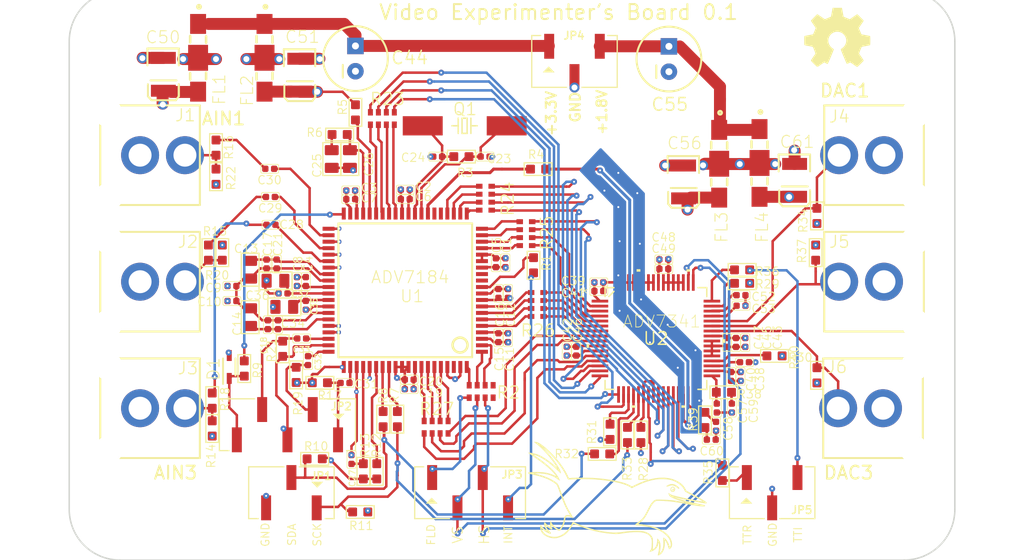
<source format=kicad_pcb>
(kicad_pcb (version 20171130) (host pcbnew "(5.0.0-rc2-dev-279-g5b653c0c1)")
  (title_block (title "Video Experimenter's Board") (date 2018-04-17) (rev 0.1) (company "Weka Workshop"))
  (layers (0 Layer1TopCopper signal) (1 Layer2GroundCopper power hide) (2 Layer3PowerCopper power) (31 Layer4BottomCopper signal) (35 F.Paste user hide) (37 F.SilkS user) (38 B.Mask user hide) (39 F.Mask user hide) (44 Edge.Cuts user hide))
  (net 0 "")
  (net 1 DVDDIO)
  (net 2 DVDD)
  (net 3 GND)
  (net 4 PVDD)
  (net 5 SCLK)
  (net 6 SDA)
  (net 7 HS)
  (net 8 VS)
  (net 9 AVDD)
  (net 10 PX19)
  (net 11 PX18)
  (net 12 PX17)
  (net 13 PX16)
  (net 14 PX15)
  (net 15 PX14)
  (net 16 PX13)
  (net 17 PX12)
  (net 18 PX09)
  (net 19 PX08)
  (net 20 PX07)
  (net 21 PX06)
  (net 22 PX05)
  (net 23 PX04)
  (net 24 PX03)
  (net 25 PX02)
  (net 26 PX01)
  (net 27 PX00)
  (net 28 PX10)
  (net 29 PX11)
  (net 30 LLC)
  (net 31 "Net-(U1-Pad78)")
  (net 32 /veb_1/P12)
  (net 33 /veb_1/P13)
  (net 34 /veb_1/P14)
  (net 35 /veb_1/P15)
  (net 36 /veb_1/CAPC2)
  (net 37 /veb_1/CML)
  (net 38 /veb_1/REFOUT)
  (net 39 /veb_1/CAPY1)
  (net 40 "Net-(C25-Pad2)")
  (net 41 /veb_1/TST9)
  (net 42 /veb_1/TST10)
  (net 43 /veb_1/P0)
  (net 44 /veb_1/P1)
  (net 45 /veb_1/LLC1)
  (net 46 "Net-(U1-Pad26)")
  (net 47 "Net-(U1-Pad25)")
  (net 48 /veb_1/P2)
  (net 49 /veb_1/P3)
  (net 50 /veb_1/P4)
  (net 51 /veb_1/P5)
  (net 52 /veb_1/P6)
  (net 53 /veb_1/P7)
  (net 54 /veb_1/TST11)
  (net 55 /veb_1/TST12)
  (net 56 "Net-(U1-Pad13)")
  (net 57 "Net-(U1-Pad12)")
  (net 58 /veb_1/P8)
  (net 59 /veb_1/P9)
  (net 60 /veb_1/P10)
  (net 61 /veb_1/P11)
  (net 62 "Net-(R28-Pad2)")
  (net 63 /veb_1/BIN)
  (net 64 /veb_1/RIN)
  (net 65 /veb_1/GIN)
  (net 66 /veb_1/FB)
  (net 67 /veb_1/CVBS1)
  (net 68 /veb_1/INT)
  (net 69 /veb_1/FIELD)
  (net 70 /veb_1/CVBS2)
  (net 71 /veb_2/TT_IN_I)
  (net 72 /veb_2/RSET1)
  (net 73 /veb_2/DAC1)
  (net 74 /veb_2/DAC2)
  (net 75 /veb_2/DAC3)
  (net 76 /veb_2/RSET2)
  (net 77 /veb_2/EXT_LF1)
  (net 78 /veb_2/EXT_LF2)
  (net 79 /veb_2/TT_RQ_O)
  (net 80 /veb_1/CAPC1)
  (net 81 /veb_1/XTAL1)
  (net 82 /veb_1/XTAL)
  (net 83 /veb_1/ELPF)
  (net 84 /veb_1/RESET)
  (net 85 /veb_1/AIN3)
  (net 86 "Net-(C28-Pad2)")
  (net 87 "Net-(C29-Pad2)")
  (net 88 /veb_1/AIN2)
  (net 89 "Net-(C30-Pad2)")
  (net 90 /veb_1/AIN1)
  (net 91 /veb_1/GIN_I)
  (net 92 /veb_1/RIN_I)
  (net 93 /veb_1/BIN_I)
  (net 94 +3V3)
  (net 95 /veb_2/VREF)
  (net 96 /veb_2/COMP1)
  (net 97 /veb_2/COMP2)
  (net 98 +1V8)
  (net 99 "Net-(C59-Pad1)")
  (net 100 "Net-(C60-Pad1)")
  (net 101 "Net-(JP5-Pad3)")
  (net 102 "Net-(JP5-Pad1)")
  (net 103 /veb_1/INT_I)
  (net 104 /veb_1/FIELD_O)
  (net 105 /veb_1/VS_O)
  (net 106 /veb_1/HS_O)
  (net 107 /veb_1/PWRDN)
  (net 108 /veb_1/SCLK_I)
  (net 109 /veb_1/SDA_I)
  (net 110 /veb_1/FB_I)
  (net 111 /veb_1/ALSB)
  (net 112 /veb_1/CVBS3)
  (net 113 /veb_2/ALSB)
  (net 114 /veb_2/SDA_I)
  (net 115 /veb_2/SCLK_I)
  (module veb:LQFP80 (layer Layer1TopCopper) (at 137.8711 106.2686 90)
    (fp_text reference U1 (at -1.3004 -0.5841 180) (layer F.SilkS) (effects (font (size 1.2065 1.2065) (thickness 0.1016)) (justify left bottom)))
    (fp_text value ADV7184 (at 0.6046 -3.5051 180) (layer F.SilkS) (effects (font (size 1.2065 1.2065) (thickness 0.1016)) (justify left bottom)))
    (pad 80 smd rect (at -7.7 6.175 90) (size 1.2 0.4) (layers Layer1TopCopper F.Paste F.Mask) (net 104 /veb_1/FIELD_O))
    (pad 79 smd rect (at -7.7 5.525 90) (size 1.2 0.4) (layers Layer1TopCopper F.Paste F.Mask) (net 3 GND))
    (pad 78 smd rect (at -7.7 4.875 90) (size 1.2 0.4) (layers Layer1TopCopper F.Paste F.Mask) (net 31 "Net-(U1-Pad78)"))
    (pad 77 smd rect (at -7.7 4.225 90) (size 1.2 0.4) (layers Layer1TopCopper F.Paste F.Mask) (net 3 GND))
    (pad 76 smd rect (at -7.7 3.575 90) (size 1.2 0.4) (layers Layer1TopCopper F.Paste F.Mask) (net 32 /veb_1/P12))
    (pad 75 smd rect (at -7.7 2.925 90) (size 1.2 0.4) (layers Layer1TopCopper F.Paste F.Mask) (net 33 /veb_1/P13))
    (pad 74 smd rect (at -7.7 2.275 90) (size 1.2 0.4) (layers Layer1TopCopper F.Paste F.Mask) (net 34 /veb_1/P14))
    (pad 73 smd rect (at -7.7 1.625 90) (size 1.2 0.4) (layers Layer1TopCopper F.Paste F.Mask) (net 35 /veb_1/P15))
    (pad 72 smd rect (at -7.7 0.975 90) (size 1.2 0.4) (layers Layer1TopCopper F.Paste F.Mask) (net 2 DVDD))
    (pad 71 smd rect (at -7.7 0.325 90) (size 1.2 0.4) (layers Layer1TopCopper F.Paste F.Mask) (net 3 GND))
    (pad 70 smd rect (at -7.7 -0.325 90) (size 1.2 0.4) (layers Layer1TopCopper F.Paste F.Mask) (net 3 GND))
    (pad 69 smd rect (at -7.7 -0.975 90) (size 1.2 0.4) (layers Layer1TopCopper F.Paste F.Mask) (net 3 GND))
    (pad 68 smd rect (at -7.7 -1.625 90) (size 1.2 0.4) (layers Layer1TopCopper F.Paste F.Mask) (net 108 /veb_1/SCLK_I))
    (pad 67 smd rect (at -7.7 -2.275 90) (size 1.2 0.4) (layers Layer1TopCopper F.Paste F.Mask) (net 109 /veb_1/SDA_I))
    (pad 66 smd rect (at -7.7 -2.925 90) (size 1.2 0.4) (layers Layer1TopCopper F.Paste F.Mask) (net 111 /veb_1/ALSB))
    (pad 65 smd rect (at -7.7 -3.575 90) (size 1.2 0.4) (layers Layer1TopCopper F.Paste F.Mask) (net 3 GND))
    (pad 64 smd rect (at -7.7 -4.225 90) (size 1.2 0.4) (layers Layer1TopCopper F.Paste F.Mask) (net 84 /veb_1/RESET))
    (pad 63 smd rect (at -7.7 -4.875 90) (size 1.2 0.4) (layers Layer1TopCopper F.Paste F.Mask) (net 3 GND))
    (pad 62 smd rect (at -7.7 -5.525 90) (size 1.2 0.4) (layers Layer1TopCopper F.Paste F.Mask) (net 91 /veb_1/GIN_I))
    (pad 61 smd rect (at -7.7 -6.175 90) (size 1.2 0.4) (layers Layer1TopCopper F.Paste F.Mask) (net 3 GND))
    (pad 60 smd rect (at -6.175 -7.7 90) (size 0.4 1.2) (layers Layer1TopCopper F.Paste F.Mask) (net 92 /veb_1/RIN_I))
    (pad 59 smd rect (at -5.525 -7.7 90) (size 0.4 1.2) (layers Layer1TopCopper F.Paste F.Mask) (net 3 GND))
    (pad 58 smd rect (at -4.875 -7.7 90) (size 0.4 1.2) (layers Layer1TopCopper F.Paste F.Mask) (net 93 /veb_1/BIN_I))
    (pad 57 smd rect (at -4.225 -7.7 90) (size 0.4 1.2) (layers Layer1TopCopper F.Paste F.Mask) (net 3 GND))
    (pad 56 smd rect (at -3.575 -7.7 90) (size 0.4 1.2) (layers Layer1TopCopper F.Paste F.Mask) (net 3 GND))
    (pad 55 smd rect (at -2.925 -7.7 90) (size 0.4 1.2) (layers Layer1TopCopper F.Paste F.Mask) (net 36 /veb_1/CAPC2))
    (pad 54 smd rect (at -2.275 -7.7 90) (size 0.4 1.2) (layers Layer1TopCopper F.Paste F.Mask) (net 80 /veb_1/CAPC1))
    (pad 53 smd rect (at -1.625 -7.7 90) (size 0.4 1.2) (layers Layer1TopCopper F.Paste F.Mask) (net 3 GND))
    (pad 52 smd rect (at -0.975 -7.7 90) (size 0.4 1.2) (layers Layer1TopCopper F.Paste F.Mask) (net 37 /veb_1/CML))
    (pad 51 smd rect (at -0.325 -7.7 90) (size 0.4 1.2) (layers Layer1TopCopper F.Paste F.Mask) (net 38 /veb_1/REFOUT))
    (pad 50 smd rect (at 0.325 -7.7 90) (size 0.4 1.2) (layers Layer1TopCopper F.Paste F.Mask) (net 9 AVDD))
    (pad 49 smd rect (at 0.975 -7.7 90) (size 0.4 1.2) (layers Layer1TopCopper F.Paste F.Mask) (net 80 /veb_1/CAPC1))
    (pad 48 smd rect (at 1.625 -7.7 90) (size 0.4 1.2) (layers Layer1TopCopper F.Paste F.Mask) (net 39 /veb_1/CAPY1))
    (pad 47 smd rect (at 2.275 -7.7 90) (size 0.4 1.2) (layers Layer1TopCopper F.Paste F.Mask) (net 3 GND))
    (pad 46 smd rect (at 2.925 -7.7 90) (size 0.4 1.2) (layers Layer1TopCopper F.Paste F.Mask) (net 85 /veb_1/AIN3))
    (pad 45 smd rect (at 3.575 -7.7 90) (size 0.4 1.2) (layers Layer1TopCopper F.Paste F.Mask) (net 3 GND))
    (pad 44 smd rect (at 4.225 -7.7 90) (size 0.4 1.2) (layers Layer1TopCopper F.Paste F.Mask) (net 88 /veb_1/AIN2))
    (pad 43 smd rect (at 4.875 -7.7 90) (size 0.4 1.2) (layers Layer1TopCopper F.Paste F.Mask) (net 3 GND))
    (pad 42 smd rect (at 5.525 -7.7 90) (size 0.4 1.2) (layers Layer1TopCopper F.Paste F.Mask) (net 90 /veb_1/AIN1))
    (pad 41 smd rect (at 6.175 -7.7 90) (size 0.4 1.2) (layers Layer1TopCopper F.Paste F.Mask) (net 3 GND))
    (pad 40 smd rect (at 7.7 -6.175 90) (size 1.2 0.4) (layers Layer1TopCopper F.Paste F.Mask) (net 110 /veb_1/FB_I))
    (pad 39 smd rect (at 7.7 -5.525 90) (size 1.2 0.4) (layers Layer1TopCopper F.Paste F.Mask) (net 3 GND))
    (pad 38 smd rect (at 7.7 -4.875 90) (size 1.2 0.4) (layers Layer1TopCopper F.Paste F.Mask) (net 4 PVDD))
    (pad 37 smd rect (at 7.7 -4.225 90) (size 1.2 0.4) (layers Layer1TopCopper F.Paste F.Mask) (net 83 /veb_1/ELPF))
    (pad 36 smd rect (at 7.7 -3.575 90) (size 1.2 0.4) (layers Layer1TopCopper F.Paste F.Mask) (net 107 /veb_1/PWRDN))
    (pad 35 smd rect (at 7.7 -2.925 90) (size 1.2 0.4) (layers Layer1TopCopper F.Paste F.Mask) (net 41 /veb_1/TST9))
    (pad 34 smd rect (at 7.7 -2.275 90) (size 1.2 0.4) (layers Layer1TopCopper F.Paste F.Mask) (net 42 /veb_1/TST10))
    (pad 33 smd rect (at 7.7 -1.625 90) (size 1.2 0.4) (layers Layer1TopCopper F.Paste F.Mask) (net 43 /veb_1/P0))
    (pad 32 smd rect (at 7.7 -0.975 90) (size 1.2 0.4) (layers Layer1TopCopper F.Paste F.Mask) (net 44 /veb_1/P1))
    (pad 31 smd rect (at 7.7 -0.325 90) (size 1.2 0.4) (layers Layer1TopCopper F.Paste F.Mask) (net 3 GND))
    (pad 30 smd rect (at 7.7 0.325 90) (size 1.2 0.4) (layers Layer1TopCopper F.Paste F.Mask) (net 2 DVDD))
    (pad 29 smd rect (at 7.7 0.975 90) (size 1.2 0.4) (layers Layer1TopCopper F.Paste F.Mask) (net 82 /veb_1/XTAL))
    (pad 28 smd rect (at 7.7 1.625 90) (size 1.2 0.4) (layers Layer1TopCopper F.Paste F.Mask) (net 81 /veb_1/XTAL1))
    (pad 27 smd rect (at 7.7 2.275 90) (size 1.2 0.4) (layers Layer1TopCopper F.Paste F.Mask) (net 45 /veb_1/LLC1))
    (pad 26 smd rect (at 7.7 2.925 90) (size 1.2 0.4) (layers Layer1TopCopper F.Paste F.Mask) (net 46 "Net-(U1-Pad26)"))
    (pad 25 smd rect (at 7.7 3.575 90) (size 1.2 0.4) (layers Layer1TopCopper F.Paste F.Mask) (net 47 "Net-(U1-Pad25)"))
    (pad 24 smd rect (at 7.7 4.225 90) (size 1.2 0.4) (layers Layer1TopCopper F.Paste F.Mask) (net 48 /veb_1/P2))
    (pad 23 smd rect (at 7.7 4.875 90) (size 1.2 0.4) (layers Layer1TopCopper F.Paste F.Mask) (net 49 /veb_1/P3))
    (pad 22 smd rect (at 7.7 5.525 90) (size 1.2 0.4) (layers Layer1TopCopper F.Paste F.Mask) (net 50 /veb_1/P4))
    (pad 21 smd rect (at 7.7 6.175 90) (size 1.2 0.4) (layers Layer1TopCopper F.Paste F.Mask) (net 51 /veb_1/P5))
    (pad 20 smd rect (at 6.175 7.7 90) (size 0.4 1.2) (layers Layer1TopCopper F.Paste F.Mask) (net 52 /veb_1/P6))
    (pad 19 smd rect (at 5.525 7.7 90) (size 0.4 1.2) (layers Layer1TopCopper F.Paste F.Mask) (net 53 /veb_1/P7))
    (pad 18 smd rect (at 4.875 7.7 90) (size 0.4 1.2) (layers Layer1TopCopper F.Paste F.Mask) (net 54 /veb_1/TST11))
    (pad 17 smd rect (at 4.225 7.7 90) (size 0.4 1.2) (layers Layer1TopCopper F.Paste F.Mask) (net 55 /veb_1/TST12))
    (pad 16 smd rect (at 3.575 7.7 90) (size 0.4 1.2) (layers Layer1TopCopper F.Paste F.Mask) (net 1 DVDDIO))
    (pad 15 smd rect (at 2.925 7.7 90) (size 0.4 1.2) (layers Layer1TopCopper F.Paste F.Mask) (net 1 DVDDIO))
    (pad 14 smd rect (at 2.275 7.7 90) (size 0.4 1.2) (layers Layer1TopCopper F.Paste F.Mask) (net 3 GND))
    (pad 13 smd rect (at 1.625 7.7 90) (size 0.4 1.2) (layers Layer1TopCopper F.Paste F.Mask) (net 56 "Net-(U1-Pad13)"))
    (pad 12 smd rect (at 0.975 7.7 90) (size 0.4 1.2) (layers Layer1TopCopper F.Paste F.Mask) (net 57 "Net-(U1-Pad12)"))
    (pad 11 smd rect (at 0.325 7.7 90) (size 0.4 1.2) (layers Layer1TopCopper F.Paste F.Mask) (net 103 /veb_1/INT_I))
    (pad 10 smd rect (at -0.325 7.7 90) (size 0.4 1.2) (layers Layer1TopCopper F.Paste F.Mask) (net 2 DVDD))
    (pad 9 smd rect (at -0.975 7.7 90) (size 0.4 1.2) (layers Layer1TopCopper F.Paste F.Mask) (net 3 GND))
    (pad 8 smd rect (at -1.625 7.7 90) (size 0.4 1.2) (layers Layer1TopCopper F.Paste F.Mask) (net 58 /veb_1/P8))
    (pad 7 smd rect (at -2.275 7.7 90) (size 0.4 1.2) (layers Layer1TopCopper F.Paste F.Mask) (net 59 /veb_1/P9))
    (pad 6 smd rect (at -2.925 7.7 90) (size 0.4 1.2) (layers Layer1TopCopper F.Paste F.Mask) (net 60 /veb_1/P10))
    (pad 5 smd rect (at -3.575 7.7 90) (size 0.4 1.2) (layers Layer1TopCopper F.Paste F.Mask) (net 61 /veb_1/P11))
    (pad 4 smd rect (at -4.225 7.7 90) (size 0.4 1.2) (layers Layer1TopCopper F.Paste F.Mask) (net 1 DVDDIO))
    (pad 3 smd rect (at -4.875 7.7 90) (size 0.4 1.2) (layers Layer1TopCopper F.Paste F.Mask) (net 3 GND))
    (pad 2 smd rect (at -5.525 7.7 90) (size 0.4 1.2) (layers Layer1TopCopper F.Paste F.Mask) (net 106 /veb_1/HS_O))
    (pad 1 smd rect (at -6.175 7.7 90) (size 0.4 1.2) (layers Layer1TopCopper F.Paste F.Mask) (net 105 /veb_1/VS_O))
  )
  (module veb:weka (layer Layer1TopCopper) (at 159.131 127.1905)
    (fp_text reference G*** hide)
    (fp_text value LOGO hide)
  )
  (module Mounting_Holes:MountingHole_2.2mm_M2 (layer Layer1TopCopper) (at 187.96 128.27)
    (fp_text reference REF**)
    (fp_text value MountingHole_2.2mm_M2)
    (pad "" np_thru_hole circle (at 0 -0.127) (size 2.2 2.2) (drill 2.2) (layers *.Cu *.Mask))
  )
  (module Mounting_Holes:MountingHole_2.2mm_M2 (layer Layer1TopCopper) (at 109.22 128.27)
    (fp_text reference REF**)
    (fp_text value MountingHole_2.2mm_M2)
    (pad 1 np_thru_hole circle (at 0 0) (size 2.2 2.2) (drill 2.2) (layers *.Cu *.Mask))
  )
  (module Downloads:RCA (layer Layer1TopCopper) (at 111.252 92.71 90)
    (fp_text reference J1 (at 3.302 3.429 180) (layer F.SilkS) (effects (font (size 1.2065 1.2065) (thickness 0.12065)) (justify left bottom)))
    (fp_text value CONN_COAXIAL hide)
    (pad 1 thru_hole circle (at 0 4.5 90) (size 3.81 3.81) (drill 2.3) (layers *.Cu *.Mask) (net 67 /veb_1/CVBS1))
    (pad 2 thru_hole circle (at 0 0 90) (size 3.81 3.81) (drill 2.3) (layers *.Cu *.Mask) (net 3 GND))
    (pad "" np_thru_hole circle (at -4.175 -3.15 90) (size 2.8 2.8) (drill 2.8) (layers *.Cu *.Mask))
    (pad "" np_thru_hole circle (at 4.175 -3.15 90) (size 2.8 2.8) (drill 2.8) (layers *.Cu *.Mask))
  )
  (module Downloads:RCA (layer Layer1TopCopper) (at 111.252 105.41 90)
    (fp_text reference J2 (at 3.302 3.683 180) (layer F.SilkS) (effects (font (size 1.2065 1.2065) (thickness 0.12065)) (justify left bottom)))
    (fp_text value CONN_COAXIAL hide)
    (pad 1 thru_hole circle (at 0 4.5 90) (size 3.81 3.81) (drill 2.3) (layers *.Cu *.Mask) (net 70 /veb_1/CVBS2))
    (pad 2 thru_hole circle (at 0 0 90) (size 3.81 3.81) (drill 2.3) (layers *.Cu *.Mask) (net 3 GND))
    (pad "" np_thru_hole circle (at -4.175 -3.15 90) (size 2.8 2.8) (drill 2.8) (layers *.Cu *.Mask))
    (pad "" np_thru_hole circle (at 4.175 -3.15 90) (size 2.8 2.8) (drill 2.8) (layers *.Cu *.Mask))
  )
  (module Downloads:RCA (layer Layer1TopCopper) (at 111.252 118.11 90)
    (fp_text reference J3 (at 3.302 3.683 180) (layer F.SilkS) (effects (font (size 1.2065 1.2065) (thickness 0.12065)) (justify left bottom)))
    (fp_text value CONN_COAXIAL hide)
    (pad 1 thru_hole circle (at 0 4.5 90) (size 3.81 3.81) (drill 2.3) (layers *.Cu *.Mask) (net 112 /veb_1/CVBS3))
    (pad 2 thru_hole circle (at 0 0 90) (size 3.81 3.81) (drill 2.3) (layers *.Cu *.Mask) (net 3 GND))
    (pad "" np_thru_hole circle (at -4.175 -3.15 90) (size 2.8 2.8) (drill 2.8) (layers *.Cu *.Mask))
    (pad "" np_thru_hole circle (at 4.175 -3.15 90) (size 2.8 2.8) (drill 2.8) (layers *.Cu *.Mask))
  )
  (module Downloads:RCA (layer Layer1TopCopper) (at 185.928 92.71 270)
    (fp_text reference J4 (at -3.175 5.588) (layer F.SilkS) (effects (font (size 1.2065 1.2065) (thickness 0.12065)) (justify left bottom)))
    (fp_text value CONN_COAXIAL hide)
    (pad 1 thru_hole circle (at 0 4.5 270) (size 3.81 3.81) (drill 2.3) (layers *.Cu *.Mask) (net 73 /veb_2/DAC1))
    (pad 2 thru_hole circle (at 0 0 270) (size 3.81 3.81) (drill 2.3) (layers *.Cu *.Mask) (net 3 GND))
    (pad "" np_thru_hole circle (at -4.175 -3.15 270) (size 2.8 2.8) (drill 2.8) (layers *.Cu *.Mask))
    (pad "" np_thru_hole circle (at 4.175 -3.15 270) (size 2.8 2.8) (drill 2.8) (layers *.Cu *.Mask))
  )
  (module Downloads:RCA (layer Layer1TopCopper) (at 185.928 105.41 270)
    (fp_text reference J5 (at -3.302 5.588) (layer F.SilkS) (effects (font (size 1.2065 1.2065) (thickness 0.12065)) (justify left bottom)))
    (fp_text value CONN_COAXIAL hide)
    (pad 1 thru_hole circle (at 0 4.5 270) (size 3.81 3.81) (drill 2.3) (layers *.Cu *.Mask) (net 74 /veb_2/DAC2))
    (pad 2 thru_hole circle (at 0 0 270) (size 3.81 3.81) (drill 2.3) (layers *.Cu *.Mask) (net 3 GND))
    (pad "" np_thru_hole circle (at -4.175 -3.15 270) (size 2.8 2.8) (drill 2.8) (layers *.Cu *.Mask))
    (pad "" np_thru_hole circle (at 4.175 -3.15 270) (size 2.8 2.8) (drill 2.8) (layers *.Cu *.Mask))
  )
  (module Downloads:RCA (layer Layer1TopCopper) (at 185.826 118.11 270)
    (fp_text reference J6 (at -3.429 5.74) (layer F.SilkS) (effects (font (size 1.2065 1.2065) (thickness 0.12065)) (justify left bottom)))
    (fp_text value CONN_COAXIAL hide)
    (pad 1 thru_hole circle (at 0 4.5 270) (size 3.81 3.81) (drill 2.3) (layers *.Cu *.Mask) (net 75 /veb_2/DAC3))
    (pad 2 thru_hole circle (at 0 0 270) (size 3.81 3.81) (drill 2.3) (layers *.Cu *.Mask) (net 3 GND))
    (pad "" np_thru_hole circle (at -4.175 -3.15 270) (size 2.8 2.8) (drill 2.8) (layers *.Cu *.Mask))
    (pad "" np_thru_hole circle (at 4.175 -3.15 270) (size 2.8 2.8) (drill 2.8) (layers *.Cu *.Mask))
  )
  (module Mounting_Holes:MountingHole_2.2mm_M2 (layer Layer1TopCopper) (at 187.96 81.026)
    (fp_text reference REF**)
    (fp_text value MountingHole_2.2mm_M2)
    (pad "" np_thru_hole circle (at 0 -0.127) (size 2.2 2.2) (drill 2.2) (layers *.Cu *.Mask))
  )
  (module veb:C0402 (layer Layer1TopCopper) (at 146.967475 103.50635)
    (fp_text reference C5 (at -0.409475 -2.66835 90) (layer F.SilkS) (effects (font (size 0.84455 0.84455) (thickness 0.09779)) (justify right top)))
    (fp_text value 10nf)
    (pad 2 smd roundrect (at 0 0.4445 270) (size 0.635 0.635) (layers Layer1TopCopper F.Paste F.Mask) (net 3 GND))
    (pad 1 smd roundrect (at 0 -0.4445 270) (size 0.635 0.635) (layers Layer1TopCopper F.Paste F.Mask) (net 1 DVDDIO))
  )
  (module veb:C0402 (layer Layer1TopCopper) (at 147.221475 106.5861)
    (fp_text reference C16 (at -0.3175 0.8559 90) (layer F.SilkS) (effects (font (size 0.84455 0.84455) (thickness 0.09779)) (justify right top)))
    (fp_text value 10nf)
    (pad 2 smd roundrect (at 0 0.4445 270) (size 0.635 0.635) (layers Layer1TopCopper F.Paste F.Mask) (net 3 GND))
    (pad 1 smd roundrect (at 0 -0.4445 270) (size 0.635 0.635) (layers Layer1TopCopper F.Paste F.Mask) (net 2 DVDD))
  )
  (module veb:C0402 (layer Layer1TopCopper) (at 148.173975 106.5861)
    (fp_text reference C12 (at -0.218975 0.8559 90) (layer F.SilkS) (effects (font (size 0.84455 0.84455) (thickness 0.09779)) (justify right top)))
    (fp_text value 100nf)
    (pad 2 smd roundrect (at 0 0.4445 270) (size 0.635 0.635) (layers Layer1TopCopper F.Paste F.Mask) (net 3 GND))
    (pad 1 smd roundrect (at 0 -0.4445 270) (size 0.635 0.635) (layers Layer1TopCopper F.Paste F.Mask) (net 2 DVDD))
  )
  (module veb:C0402 (layer Layer1TopCopper) (at 147.221475 111.0311)
    (fp_text reference C15 (at -0.409475 0.8559 90) (layer F.SilkS) (effects (font (size 0.84455 0.84455) (thickness 0.09779)) (justify right top)))
    (fp_text value 10nf)
    (pad 2 smd roundrect (at 0 0.4445 270) (size 0.635 0.635) (layers Layer1TopCopper F.Paste F.Mask) (net 3 GND))
    (pad 1 smd roundrect (at 0 -0.4445 270) (size 0.635 0.635) (layers Layer1TopCopper F.Paste F.Mask) (net 1 DVDDIO))
  )
  (module veb:C0402 (layer Layer1TopCopper) (at 148.173975 111.0311)
    (fp_text reference C11 (at -0.3175 0.889 90) (layer F.SilkS) (effects (font (size 0.84455 0.84455) (thickness 0.09779)) (justify right top)))
    (fp_text value 100nf)
    (pad 2 smd roundrect (at 0 0.4445 270) (size 0.635 0.635) (layers Layer1TopCopper F.Paste F.Mask) (net 3 GND))
    (pad 1 smd roundrect (at 0 -0.4445 270) (size 0.635 0.635) (layers Layer1TopCopper F.Paste F.Mask) (net 1 DVDDIO))
  )
  (module veb:C0402 (layer Layer1TopCopper) (at 137.8711 97.1246 90)
    (fp_text reference C6 (at 0.7316 2.7179 -180) (layer F.SilkS) (effects (font (size 0.84455 0.84455) (thickness 0.09779)) (justify right top)))
    (fp_text value 10nf)
    (pad 2 smd roundrect (at 0 0.4445) (size 0.635 0.635) (layers Layer1TopCopper F.Paste F.Mask) (net 2 DVDD))
    (pad 1 smd roundrect (at 0 -0.4445) (size 0.635 0.635) (layers Layer1TopCopper F.Paste F.Mask) (net 3 GND))
  )
  (module veb:C0402 (layer Layer1TopCopper) (at 137.8711 96.1721 90)
    (fp_text reference C2 (at 0.7951 2.7179 -180) (layer F.SilkS) (effects (font (size 0.84455 0.84455) (thickness 0.09779)) (justify right top)))
    (fp_text value 100nf)
    (pad 2 smd roundrect (at 0 0.4445) (size 0.635 0.635) (layers Layer1TopCopper F.Paste F.Mask) (net 2 DVDD))
    (pad 1 smd roundrect (at 0 -0.4445) (size 0.635 0.635) (layers Layer1TopCopper F.Paste F.Mask) (net 3 GND))
  )
  (module veb:C0402 (layer Layer1TopCopper) (at 138.267975 115.237975 270)
    (fp_text reference C20 (at -0.302975 -3.464025) (layer F.SilkS) (effects (font (size 0.84455 0.84455) (thickness 0.09779)) (justify right top)))
    (fp_text value 10nf)
    (pad 2 smd roundrect (at 0 0.4445 180) (size 0.635 0.635) (layers Layer1TopCopper F.Paste F.Mask) (net 3 GND))
    (pad 1 smd roundrect (at 0 -0.4445 180) (size 0.635 0.635) (layers Layer1TopCopper F.Paste F.Mask) (net 2 DVDD))
  )
  (module veb:C0402 (layer Layer1TopCopper) (at 138.267975 116.190475 270)
    (fp_text reference C19 (at -0.112475 -3.464025) (layer F.SilkS) (effects (font (size 0.84455 0.84455) (thickness 0.09779)) (justify right top)))
    (fp_text value 100nf)
    (pad 2 smd roundrect (at 0 0.4445 180) (size 0.635 0.635) (layers Layer1TopCopper F.Paste F.Mask) (net 3 GND))
    (pad 1 smd roundrect (at 0 -0.4445 180) (size 0.635 0.635) (layers Layer1TopCopper F.Paste F.Mask) (net 2 DVDD))
  )
  (module veb:C0402 (layer Layer1TopCopper) (at 132.394225 97.1246 90)
    (fp_text reference C7 (at 0.6046 2.733775 -180) (layer F.SilkS) (effects (font (size 0.84455 0.84455) (thickness 0.09779)) (justify right top)))
    (fp_text value 10nf)
    (pad 2 smd roundrect (at 0 0.4445) (size 0.635 0.635) (layers Layer1TopCopper F.Paste F.Mask) (net 4 PVDD))
    (pad 1 smd roundrect (at 0 -0.4445) (size 0.635 0.635) (layers Layer1TopCopper F.Paste F.Mask) (net 3 GND))
  )
  (module veb:C0402 (layer Layer1TopCopper) (at 127.472975 111.110475 270)
    (fp_text reference C33 (at 0.776525 -0.924025) (layer F.SilkS) (effects (font (size 0.6 0.6) (thickness 0.09779)) (justify right top)))
    (fp_text value 100nf)
    (pad 2 smd roundrect (at 0 0.4445 180) (size 0.635 0.635) (layers Layer1TopCopper F.Paste F.Mask) (net 63 /veb_1/BIN))
    (pad 1 smd roundrect (at 0 -0.4445 180) (size 0.635 0.635) (layers Layer1TopCopper F.Paste F.Mask) (net 93 /veb_1/BIN_I))
  )
  (module veb:C0402 (layer Layer1TopCopper) (at 132.394225 96.251475 90)
    (fp_text reference C3 (at 0.747475 2.733775 -180) (layer F.SilkS) (effects (font (size 0.84455 0.84455) (thickness 0.09779)) (justify right top)))
    (fp_text value 100nf)
    (pad 2 smd roundrect (at 0 0.4445) (size 0.635 0.635) (layers Layer1TopCopper F.Paste F.Mask) (net 4 PVDD))
    (pad 1 smd roundrect (at 0 -0.4445) (size 0.635 0.635) (layers Layer1TopCopper F.Paste F.Mask) (net 3 GND))
  )
  (module veb:C0402 (layer Layer1TopCopper) (at 172.00235 111.50735 180)
    (fp_text reference C43 (at -2.74965 1.77935 270) (layer F.SilkS) (effects (font (size 0.84455 0.84455) (thickness 0.09779)) (justify right top)))
    (fp_text value "1UF 6.3V")
    (pad 2 smd roundrect (at 0 0.4445 90) (size 0.635 0.635) (layers Layer1TopCopper F.Paste F.Mask) (net 9 AVDD))
    (pad 1 smd roundrect (at 0 -0.4445 90) (size 0.635 0.635) (layers Layer1TopCopper F.Paste F.Mask) (net 3 GND))
  )
  (module veb:C0402 (layer Layer1TopCopper) (at 124.333 96.901 270)
    (fp_text reference C29 (at 0.635 -1.27) (layer F.SilkS) (effects (font (size 0.84455 0.84455) (thickness 0.09779)) (justify right top)))
    (fp_text value 100nf)
    (pad 2 smd roundrect (at 0 0.4445 180) (size 0.635 0.635) (layers Layer1TopCopper F.Paste F.Mask) (net 87 "Net-(C29-Pad2)"))
    (pad 1 smd roundrect (at 0 -0.4445 180) (size 0.635 0.635) (layers Layer1TopCopper F.Paste F.Mask) (net 88 /veb_1/AIN2))
  )
  (module veb:C0402 (layer Layer1TopCopper) (at 132.4736 123.25485)
    (fp_text reference C27 (at -0.2666 0.95115 90) (layer F.SilkS) (effects (font (size 0.6 0.6) (thickness 0.09779)) (justify right top)))
    (fp_text value 100nf)
    (pad 2 smd roundrect (at 0 0.4445 270) (size 0.635 0.635) (layers Layer1TopCopper F.Paste F.Mask) (net 84 /veb_1/RESET))
    (pad 1 smd roundrect (at 0 -0.4445 270) (size 0.635 0.635) (layers Layer1TopCopper F.Paste F.Mask) (net 3 GND))
  )
  (module veb:C0805 (layer Layer1TopCopper) (at 130.489225 93.09235 180)
    (fp_text reference C25 (at 1.965225 0.63635 270) (layer F.SilkS) (effects (font (size 0.84455 0.84455) (thickness 0.09779)) (justify right top)))
    (fp_text value "82nF C0G/NP0")
    (pad 2 smd roundrect (at 0 0.889 90) (size 1.016 1.397) (layers Layer1TopCopper F.Paste F.Mask) (roundrect_rratio 0.125) (net 40 "Net-(C25-Pad2)"))
    (pad 1 smd roundrect (at 0 -0.889 90) (size 1.016 1.397) (layers Layer1TopCopper F.Paste F.Mask) (roundrect_rratio 0.125) (net 4 PVDD))
  )
  (module veb:C0805 (layer Layer1TopCopper) (at 132.31485 93.09235 180)
    (fp_text reference C26 (at -1.41615 0.76335 270) (layer F.SilkS) (effects (font (size 0.84455 0.84455) (thickness 0.09779)) (justify right top)))
    (fp_text value "10nf C0G/NP0")
    (pad 2 smd roundrect (at 0 0.889 90) (size 1.016 1.397) (layers Layer1TopCopper F.Paste F.Mask) (roundrect_rratio 0.125) (net 83 /veb_1/ELPF))
    (pad 1 smd roundrect (at 0 -0.889 90) (size 1.016 1.397) (layers Layer1TopCopper F.Paste F.Mask) (roundrect_rratio 0.125) (net 4 PVDD))
  )
  (module veb:C0805 (layer Layer1TopCopper) (at 122.301 104.20485)
    (fp_text reference C13 (at 0.889 -2.60485 180) (layer F.SilkS) (effects (font (size 0.84455 0.84455) (thickness 0.09779)) (justify right top)))
    (fp_text value 10uF)
    (pad 2 smd roundrect (at 0 0.889 270) (size 1.016 1.397) (layers Layer1TopCopper F.Paste F.Mask) (roundrect_rratio 0.125) (net 80 /veb_1/CAPC1))
    (pad 1 smd roundrect (at 0 -0.889 270) (size 1.016 1.397) (layers Layer1TopCopper F.Paste F.Mask) (roundrect_rratio 0.125) (net 39 /veb_1/CAPY1))
  )
  (module veb:C0402 (layer Layer1TopCopper) (at 123.952 103.632)
    (fp_text reference C17 (at -0.381 -3.302 90) (layer F.SilkS) (effects (font (size 0.84455 0.84455) (thickness 0.09779)) (justify right top)))
    (fp_text value 100nf)
    (pad 2 smd roundrect (at 0 0.4445 270) (size 0.635 0.635) (layers Layer1TopCopper F.Paste F.Mask) (net 80 /veb_1/CAPC1))
    (pad 1 smd roundrect (at 0 -0.4445 270) (size 0.635 0.635) (layers Layer1TopCopper F.Paste F.Mask) (net 39 /veb_1/CAPY1))
  )
  (module veb:C0402 (layer Layer1TopCopper) (at 124.968 103.632)
    (fp_text reference C21 (at -0.381 -3.302 90) (layer F.SilkS) (effects (font (size 0.84455 0.84455) (thickness 0.09779)) (justify right top)))
    (fp_text value 1nf)
    (pad 2 smd roundrect (at 0 0.4445 270) (size 0.635 0.635) (layers Layer1TopCopper F.Paste F.Mask) (net 80 /veb_1/CAPC1))
    (pad 1 smd roundrect (at 0 -0.4445 270) (size 0.635 0.635) (layers Layer1TopCopper F.Paste F.Mask) (net 39 /veb_1/CAPY1))
  )
  (module veb:C0402 (layer Layer1TopCopper) (at 120.4721 105.839975 90)
    (fp_text reference C9 (at 0.302975 -0.9651 180) (layer F.SilkS) (effects (font (size 0.84455 0.84455) (thickness 0.09779)) (justify right top)))
    (fp_text value 100nf)
    (pad 2 smd roundrect (at 0 0.4445) (size 0.635 0.635) (layers Layer1TopCopper F.Paste F.Mask) (net 80 /veb_1/CAPC1))
    (pad 1 smd roundrect (at 0 -0.4445) (size 0.635 0.635) (layers Layer1TopCopper F.Paste F.Mask) (net 3 GND))
  )
  (module veb:C0402 (layer Layer1TopCopper) (at 128.107975 113.332975)
    (fp_text reference C32 (at 0.670025 -0.810975 90) (layer F.SilkS) (effects (font (size 0.6 0.6) (thickness 0.09779)) (justify right top)))
    (fp_text value 100nf)
    (pad 2 smd roundrect (at 0 0.4445 270) (size 0.635 0.635) (layers Layer1TopCopper F.Paste F.Mask) (net 64 /veb_1/RIN))
    (pad 1 smd roundrect (at 0 -0.4445 270) (size 0.635 0.635) (layers Layer1TopCopper F.Paste F.Mask) (net 92 /veb_1/RIN_I))
  )
  (module veb:C0805 (layer Layer1TopCopper) (at 122.301 108.966)
    (fp_text reference C14 (at -1.778 -0.635 90) (layer F.SilkS) (effects (font (size 0.84455 0.84455) (thickness 0.09779)) (justify right top)))
    (fp_text value 10uF)
    (pad 2 smd roundrect (at 0 0.889 270) (size 1.016 1.397) (layers Layer1TopCopper F.Paste F.Mask) (roundrect_rratio 0.125) (net 36 /veb_1/CAPC2))
    (pad 1 smd roundrect (at 0 -0.889 270) (size 1.016 1.397) (layers Layer1TopCopper F.Paste F.Mask) (roundrect_rratio 0.125) (net 80 /veb_1/CAPC1))
  )
  (module veb:C0402 (layer Layer1TopCopper) (at 124.079 109.728)
    (fp_text reference C18 (at -0.762 1.143 90) (layer F.SilkS) (effects (font (size 0.6 0.6) (thickness 0.09779)) (justify right top)))
    (fp_text value 100nf)
    (pad 2 smd roundrect (at 0 0.4445 270) (size 0.635 0.635) (layers Layer1TopCopper F.Paste F.Mask) (net 36 /veb_1/CAPC2))
    (pad 1 smd roundrect (at 0 -0.4445 270) (size 0.635 0.635) (layers Layer1TopCopper F.Paste F.Mask) (net 80 /veb_1/CAPC1))
  )
  (module veb:C0402 (layer Layer1TopCopper) (at 125.095 109.728)
    (fp_text reference C22)
    (fp_text value 1nf)
    (pad 2 smd roundrect (at 0 0.4445 270) (size 0.635 0.635) (layers Layer1TopCopper F.Paste F.Mask) (net 36 /veb_1/CAPC2))
    (pad 1 smd roundrect (at 0 -0.4445 270) (size 0.635 0.635) (layers Layer1TopCopper F.Paste F.Mask) (net 80 /veb_1/CAPC1))
  )
  (module veb:C0402 (layer Layer1TopCopper) (at 120.4721 107.3481 270)
    (fp_text reference C10 (at -0.4141 0.9651) (layer F.SilkS) (effects (font (size 0.84455 0.84455) (thickness 0.09779)) (justify right top)))
    (fp_text value 100nf)
    (pad 2 smd roundrect (at 0 0.4445 180) (size 0.635 0.635) (layers Layer1TopCopper F.Paste F.Mask) (net 3 GND))
    (pad 1 smd roundrect (at 0 -0.4445 180) (size 0.635 0.635) (layers Layer1TopCopper F.Paste F.Mask) (net 80 /veb_1/CAPC1))
  )
  (module veb:C0402 (layer Layer1TopCopper) (at 127.889 105.395475 180)
    (fp_text reference C4 (at 0.254 2.652475 270) (layer F.SilkS) (effects (font (size 0.84455 0.84455) (thickness 0.09779)) (justify right top)))
    (fp_text value 10nf)
    (pad 2 smd roundrect (at 0 0.4445 90) (size 0.635 0.635) (layers Layer1TopCopper F.Paste F.Mask) (net 3 GND))
    (pad 1 smd roundrect (at 0 -0.4445 90) (size 0.635 0.635) (layers Layer1TopCopper F.Paste F.Mask) (net 9 AVDD))
  )
  (module veb:C0402 (layer Layer1TopCopper) (at 127 105.395475 180)
    (fp_text reference C8 (at 0.381 2.652475 270) (layer F.SilkS) (effects (font (size 0.84455 0.84455) (thickness 0.09779)) (justify right top)))
    (fp_text value 100nf)
    (pad 2 smd roundrect (at 0 0.4445 90) (size 0.635 0.635) (layers Layer1TopCopper F.Paste F.Mask) (net 3 GND))
    (pad 1 smd roundrect (at 0 -0.4445 90) (size 0.635 0.635) (layers Layer1TopCopper F.Paste F.Mask) (net 9 AVDD))
  )
  (module veb:C0805 (layer Layer1TopCopper) (at 125.73 107.935475 270)
    (fp_text reference C34 (at 1.157525 -2.159) (layer F.SilkS) (effects (font (size 0.84455 0.84455) (thickness 0.09779)) (justify right top)))
    (fp_text value 10uF)
    (pad 2 smd roundrect (at 0 0.889 180) (size 1.016 1.397) (layers Layer1TopCopper F.Paste F.Mask) (roundrect_rratio 0.125) (net 3 GND))
    (pad 1 smd roundrect (at 0 -0.889 180) (size 1.016 1.397) (layers Layer1TopCopper F.Paste F.Mask) (roundrect_rratio 0.125) (net 37 /veb_1/CML))
  )
  (module veb:C0402 (layer Layer1TopCopper) (at 127.889 107.776725)
    (fp_text reference C35 (at 0.508 -0.842725 90) (layer F.SilkS) (effects (font (size 0.6 0.6) (thickness 0.09779)) (justify right top)))
    (fp_text value 100nf)
    (pad 2 smd roundrect (at 0 0.4445 270) (size 0.635 0.635) (layers Layer1TopCopper F.Paste F.Mask) (net 3 GND))
    (pad 1 smd roundrect (at 0 -0.4445 270) (size 0.635 0.635) (layers Layer1TopCopper F.Paste F.Mask) (net 37 /veb_1/CML))
  )
  (module veb:C0805 (layer Layer1TopCopper) (at 124.841 105.3161 270)
    (fp_text reference C36 (at 0.9829 0.508) (layer F.SilkS) (effects (font (size 0.84455 0.84455) (thickness 0.09779)) (justify right top)))
    (fp_text value 10uF)
    (pad 2 smd roundrect (at 0 0.889 180) (size 1.016 1.397) (layers Layer1TopCopper F.Paste F.Mask) (roundrect_rratio 0.125) (net 3 GND))
    (pad 1 smd roundrect (at 0 -0.889 180) (size 1.016 1.397) (layers Layer1TopCopper F.Paste F.Mask) (roundrect_rratio 0.125) (net 38 /veb_1/REFOUT))
  )
  (module veb:C0402 (layer Layer1TopCopper) (at 125.603 106.5861 270)
    (fp_text reference C37 (at -0.2871 -2.667) (layer F.SilkS) (effects (font (size 0.6 0.6) (thickness 0.09779)) (justify right top)))
    (fp_text value 100nf)
    (pad 2 smd roundrect (at 0 0.4445 180) (size 0.635 0.635) (layers Layer1TopCopper F.Paste F.Mask) (net 3 GND))
    (pad 1 smd roundrect (at 0 -0.4445 180) (size 0.635 0.635) (layers Layer1TopCopper F.Paste F.Mask) (net 38 /veb_1/REFOUT))
  )
  (module veb:C0402 (layer Layer1TopCopper) (at 131.826 115.57 270)
    (fp_text reference C31 (at -0.381 -3.429) (layer F.SilkS) (effects (font (size 0.84455 0.84455) (thickness 0.09779)) (justify right top)))
    (fp_text value 100nf)
    (pad 2 smd roundrect (at 0 0.4445 180) (size 0.635 0.635) (layers Layer1TopCopper F.Paste F.Mask) (net 65 /veb_1/GIN))
    (pad 1 smd roundrect (at 0 -0.4445 180) (size 0.635 0.635) (layers Layer1TopCopper F.Paste F.Mask) (net 91 /veb_1/GIN_I))
  )
  (module veb:C0402 (layer Layer1TopCopper) (at 171.922975 113.491725 90)
    (fp_text reference C54)
    (fp_text value 2.2nf)
    (pad 2 smd roundrect (at 0 0.4445) (size 0.635 0.635) (layers Layer1TopCopper F.Paste F.Mask) (net 9 AVDD))
    (pad 1 smd roundrect (at 0 -0.4445) (size 0.635 0.635) (layers Layer1TopCopper F.Paste F.Mask) (net 97 /veb_2/COMP2))
  )
  (module veb:C0402 (layer Layer1TopCopper) (at 171.069 111.50735 180)
    (fp_text reference C45 (at -2.62265 1.77935 270) (layer F.SilkS) (effects (font (size 0.84455 0.84455) (thickness 0.09779)) (justify right top)))
    (fp_text value 100nf)
    (pad 2 smd roundrect (at 0 0.4445 90) (size 0.635 0.635) (layers Layer1TopCopper F.Paste F.Mask) (net 9 AVDD))
    (pad 1 smd roundrect (at 0 -0.4445 90) (size 0.635 0.635) (layers Layer1TopCopper F.Paste F.Mask) (net 3 GND))
  )
  (module veb:C0402 (layer Layer1TopCopper) (at 170.18 111.506 180)
    (fp_text reference C47 (at -2.68615 1.77935 270) (layer F.SilkS) (effects (font (size 0.84455 0.84455) (thickness 0.09779)) (justify right top)))
    (fp_text value 10nf)
    (pad 2 smd roundrect (at 0 0.4445 90) (size 0.635 0.635) (layers Layer1TopCopper F.Paste F.Mask) (net 9 AVDD))
    (pad 1 smd roundrect (at 0 -0.4445 90) (size 0.635 0.635) (layers Layer1TopCopper F.Paste F.Mask) (net 3 GND))
  )
  (module veb:C0402 (layer Layer1TopCopper) (at 154.079475 112.380475)
    (fp_text reference C42 (at -0.409475 -3.414475 90) (layer F.SilkS) (effects (font (size 0.84455 0.84455) (thickness 0.09779)) (justify right top)))
    (fp_text value 100nf)
    (pad 2 smd roundrect (at 0 0.4445 270) (size 0.635 0.635) (layers Layer1TopCopper F.Paste F.Mask) (net 3 GND))
    (pad 1 smd roundrect (at 0 -0.4445 270) (size 0.635 0.635) (layers Layer1TopCopper F.Paste F.Mask) (net 2 DVDD))
  )
  (module veb:C0402 (layer Layer1TopCopper) (at 155.031975 112.380475)
    (fp_text reference C46 (at -0.345975 -3.414475 90) (layer F.SilkS) (effects (font (size 0.84455 0.84455) (thickness 0.09779)) (justify right top)))
    (fp_text value 10nf)
    (pad 2 smd roundrect (at 0 0.4445 270) (size 0.635 0.635) (layers Layer1TopCopper F.Paste F.Mask) (net 3 GND))
    (pad 1 smd roundrect (at 0 -0.4445 270) (size 0.635 0.635) (layers Layer1TopCopper F.Paste F.Mask) (net 2 DVDD))
  )
  (module veb:C0402 (layer Layer1TopCopper) (at 163.826725 103.172975 90)
    (fp_text reference C48 (at 2.715975 1.273275 180) (layer F.SilkS) (effects (font (size 0.84455 0.84455) (thickness 0.09779)) (justify right top)))
    (fp_text value 100nf)
    (pad 2 smd roundrect (at 0 0.4445) (size 0.635 0.635) (layers Layer1TopCopper F.Paste F.Mask) (net 3 GND))
    (pad 1 smd roundrect (at 0 -0.4445) (size 0.635 0.635) (layers Layer1TopCopper F.Paste F.Mask) (net 2 DVDD))
  )
  (module veb:C0402 (layer Layer1TopCopper) (at 163.826725 104.125475 90)
    (fp_text reference C49 (at 2.525475 1.273275 180) (layer F.SilkS) (effects (font (size 0.84455 0.84455) (thickness 0.09779)) (justify right top)))
    (fp_text value 10nf)
    (pad 2 smd roundrect (at 0 0.4445) (size 0.635 0.635) (layers Layer1TopCopper F.Paste F.Mask) (net 3 GND))
    (pad 1 smd roundrect (at 0 -0.4445) (size 0.635 0.635) (layers Layer1TopCopper F.Paste F.Mask) (net 2 DVDD))
  )
  (module veb:C0402 (layer Layer1TopCopper) (at 157.3021 105.47485 90)
    (fp_text reference C39 (at 0.635 -1.27 180) (layer F.SilkS) (effects (font (size 0.84455 0.84455) (thickness 0.09779)) (justify right top)))
    (fp_text value 100nf)
    (pad 2 smd roundrect (at 0 0.4445) (size 0.635 0.635) (layers Layer1TopCopper F.Paste F.Mask) (net 3 GND))
    (pad 1 smd roundrect (at 0 -0.4445) (size 0.635 0.635) (layers Layer1TopCopper F.Paste F.Mask) (net 1 DVDDIO))
  )
  (module veb:C0402 (layer Layer1TopCopper) (at 157.3021 106.347975 90)
    (fp_text reference C41 (at 0.302975 -1.27 180) (layer F.SilkS) (effects (font (size 0.84455 0.84455) (thickness 0.09779)) (justify right top)))
    (fp_text value 10nf)
    (pad 2 smd roundrect (at 0 0.4445) (size 0.635 0.635) (layers Layer1TopCopper F.Paste F.Mask) (net 3 GND))
    (pad 1 smd roundrect (at 0 -0.4445) (size 0.635 0.635) (layers Layer1TopCopper F.Paste F.Mask) (net 1 DVDDIO))
  )
  (module veb:C0402 (layer Layer1TopCopper) (at 171.5261 114.920475)
    (fp_text reference C38 (at 1.4479 -1.001475 90) (layer F.SilkS) (effects (font (size 0.84455 0.84455) (thickness 0.09779)) (justify right top)))
    (fp_text value 100nf)
    (pad 2 smd roundrect (at 0 0.4445 270) (size 0.635 0.635) (layers Layer1TopCopper F.Paste F.Mask) (net 3 GND))
    (pad 1 smd roundrect (at 0 -0.4445 270) (size 0.635 0.635) (layers Layer1TopCopper F.Paste F.Mask) (net 4 PVDD))
  )
  (module veb:C0402 (layer Layer1TopCopper) (at 141.125475 92.854225 90)
    (fp_text reference C24 (at 0.398225 -1.171475 180) (layer F.SilkS) (effects (font (size 0.84455 0.84455) (thickness 0.09779)) (justify right top)))
    (fp_text value 27pf)
    (pad 2 smd roundrect (at 0 0.4445) (size 0.635 0.635) (layers Layer1TopCopper F.Paste F.Mask) (net 82 /veb_1/XTAL))
    (pad 1 smd roundrect (at 0 -0.4445) (size 0.635 0.635) (layers Layer1TopCopper F.Paste F.Mask) (net 3 GND))
  )
  (module veb:C0402 (layer Layer1TopCopper) (at 170.5736 114.920475)
    (fp_text reference C40 (at 1.5114 -1.001475 90) (layer F.SilkS) (effects (font (size 0.84455 0.84455) (thickness 0.09779)) (justify right top)))
    (fp_text value 10nf)
    (pad 2 smd roundrect (at 0 0.4445 270) (size 0.635 0.635) (layers Layer1TopCopper F.Paste F.Mask) (net 3 GND))
    (pad 1 smd roundrect (at 0 -0.4445 270) (size 0.635 0.635) (layers Layer1TopCopper F.Paste F.Mask) (net 4 PVDD))
  )
  (module veb:C0402 (layer Layer1TopCopper) (at 169.14485 118.095475)
    (fp_text reference C57 (at 2.111375 -0.9525 90) (layer F.SilkS) (effects (font (size 0.84455 0.84455) (thickness 0.09779)) (justify right top)))
    (fp_text value "12nf C0G/NP0")
    (pad 2 smd roundrect (at 0 0.4445 270) (size 0.635 0.635) (layers Layer1TopCopper F.Paste F.Mask) (net 4 PVDD))
    (pad 1 smd roundrect (at 0 -0.4445 270) (size 0.635 0.635) (layers Layer1TopCopper F.Paste F.Mask) (net 77 /veb_2/EXT_LF1))
  )
  (module veb:C0402 (layer Layer1TopCopper) (at 170.652975 118.095475)
    (fp_text reference C59 (at 1.686025 -1.001475 90) (layer F.SilkS) (effects (font (size 0.84455 0.84455) (thickness 0.09779)) (justify right top)))
    (fp_text value "150NF C0G/NP0")
    (pad 2 smd roundrect (at 0 0.4445 270) (size 0.635 0.635) (layers Layer1TopCopper F.Paste F.Mask) (net 4 PVDD))
    (pad 1 smd roundrect (at 0 -0.4445 270) (size 0.635 0.635) (layers Layer1TopCopper F.Paste F.Mask) (net 99 "Net-(C59-Pad1)"))
  )
  (module veb:C0402 (layer Layer1TopCopper) (at 169.065475 119.9211)
    (fp_text reference C58 (at 0.733525 -1.0491 90) (layer F.SilkS) (effects (font (size 0.84455 0.84455) (thickness 0.09779)) (justify right top)))
    (fp_text value "12nf C0G/NP0")
    (pad 2 smd roundrect (at 0 0.4445 270) (size 0.635 0.635) (layers Layer1TopCopper F.Paste F.Mask) (net 4 PVDD))
    (pad 1 smd roundrect (at 0 -0.4445 270) (size 0.635 0.635) (layers Layer1TopCopper F.Paste F.Mask) (net 78 /veb_2/EXT_LF2))
  )
  (module veb:C0402 (layer Layer1TopCopper) (at 168.589225 121.270475 90)
    (fp_text reference C60 (at -0.649525 1.336775 180) (layer F.SilkS) (effects (font (size 0.84455 0.84455) (thickness 0.09779)) (justify right top)))
    (fp_text value "150NF C0G/NP0")
    (pad 2 smd roundrect (at 0 0.4445) (size 0.635 0.635) (layers Layer1TopCopper F.Paste F.Mask) (net 4 PVDD))
    (pad 1 smd roundrect (at 0 -0.4445) (size 0.635 0.635) (layers Layer1TopCopper F.Paste F.Mask) (net 100 "Net-(C60-Pad1)"))
  )
  (module veb:EIA3528 (layer Layer1TopCopper) (at 127.282475 84.6786 270)
    (fp_text reference C51 (at -3.1446 1.552475) (layer F.SilkS) (effects (font (size 1.2065 1.2065) (thickness 0.1016)) (justify left bottom)))
    (fp_text value 33uF)
    (pad A smd rect (at 1.65 0) (size 2.5 1.2) (layers Layer1TopCopper F.Paste F.Mask) (net 1 DVDDIO))
    (pad C smd rect (at -1.65 0) (size 2.5 1.2) (layers Layer1TopCopper F.Paste F.Mask) (net 3 GND))
  )
  (module veb:EIA3528 (layer Layer1TopCopper) (at 113.5884 84.5904 270)
    (fp_text reference C50 (at -3.0176 1.8541) (layer F.SilkS) (effects (font (size 1.2065 1.2065) (thickness 0.1016)) (justify left bottom)))
    (fp_text value 33uF)
    (pad A smd rect (at 1.65 0) (size 2.5 1.2) (layers Layer1TopCopper F.Paste F.Mask) (net 9 AVDD))
    (pad C smd rect (at -1.65 0) (size 2.5 1.2) (layers Layer1TopCopper F.Paste F.Mask) (net 3 GND))
  )
  (module veb:CPOL-RADIAL-100UF-25V (layer Layer1TopCopper) (at 132.870475 83.011725 90)
    (fp_text reference C44 (at 0.080725 5.432525 180) (layer F.SilkS) (effects (font (size 1.27 1.27))))
    (fp_text value 220uF hide)
    (pad 1 thru_hole rect (at 1.27 0 90) (size 1.651 1.651) (drill 0.7) (layers *.Cu *.Mask) (net 94 +3V3))
    (pad 2 thru_hole circle (at -1.27 0 90) (size 1.651 1.651) (drill 0.7) (layers *.Cu *.Mask) (net 3 GND))
  )
  (module veb:CPOL-RADIAL-100UF-25V (layer Layer1TopCopper) (at 164.338 83.058 90)
    (fp_text reference C55 (at -3.81 2.032 180) (layer F.SilkS) (effects (font (size 1.27 1.27)) (justify right top)))
    (fp_text value 220uF hide)
    (pad 1 thru_hole rect (at 1.27 0 90) (size 1.651 1.651) (drill 0.7) (layers *.Cu *.Mask) (net 98 +1V8))
    (pad 2 thru_hole circle (at -1.27 0 90) (size 1.651 1.651) (drill 0.7) (layers *.Cu *.Mask) (net 3 GND))
  )
  (module veb:EIA3528 (layer Layer1TopCopper) (at 165.8111 95.394225 270)
    (fp_text reference C56 (at -3.192225 1.7271) (layer F.SilkS) (effects (font (size 1.2065 1.2065) (thickness 0.1016)) (justify left bottom)))
    (fp_text value 33uF)
    (pad C smd rect (at -1.65 0) (size 2.5 1.2) (layers Layer1TopCopper F.Paste F.Mask) (net 3 GND))
    (pad A smd rect (at 1.65 0) (size 2.5 1.2) (layers Layer1TopCopper F.Paste F.Mask) (net 4 PVDD))
  )
  (module veb:C0402 (layer Layer1TopCopper) (at 145.887975 92.854225 270)
    (fp_text reference C23 (at -0.271225 -2.702025) (layer F.SilkS) (effects (font (size 0.84455 0.84455) (thickness 0.09779)) (justify right top)))
    (fp_text value 27pf)
    (pad 2 smd roundrect (at 0 0.4445 180) (size 0.635 0.635) (layers Layer1TopCopper F.Paste F.Mask) (net 81 /veb_1/XTAL1))
    (pad 1 smd roundrect (at 0 -0.4445 180) (size 0.635 0.635) (layers Layer1TopCopper F.Paste F.Mask) (net 3 GND))
  )
  (module veb:EIA3528 (layer Layer1TopCopper) (at 176.95535 95.235475 270)
    (fp_text reference C61 (at -3.160475 1.56835) (layer F.SilkS) (effects (font (size 1.2065 1.2065) (thickness 0.1016)) (justify left bottom)))
    (fp_text value 33uF)
    (pad A smd rect (at 1.65 0) (size 2.5 1.2) (layers Layer1TopCopper F.Paste F.Mask) (net 2 DVDD))
    (pad C smd rect (at -1.65 0) (size 2.5 1.2) (layers Layer1TopCopper F.Paste F.Mask) (net 3 GND))
  )
  (module veb:C0402 (layer Layer1TopCopper) (at 171.577 106.760725 270)
    (fp_text reference C52 (at -0.334725 -3.559275) (layer F.SilkS) (effects (font (size 0.84455 0.84455) (thickness 0.09779)) (justify right top)))
    (fp_text value 100nf)
    (pad 2 smd roundrect (at 0 0.4445 180) (size 0.635 0.635) (layers Layer1TopCopper F.Paste F.Mask) (net 95 /veb_2/VREF))
    (pad 1 smd roundrect (at 0 -0.4445 180) (size 0.635 0.635) (layers Layer1TopCopper F.Paste F.Mask) (net 9 AVDD))
  )
  (module veb:C0402 (layer Layer1TopCopper) (at 124.266225 94.0766 270)
    (fp_text reference C30 (at 0.635 -1.27) (layer F.SilkS) (effects (font (size 0.84455 0.84455) (thickness 0.09779)) (justify right top)))
    (fp_text value 100nf)
    (pad 2 smd roundrect (at 0 0.4445 180) (size 0.635 0.635) (layers Layer1TopCopper F.Paste F.Mask) (net 89 "Net-(C30-Pad2)"))
    (pad 1 smd roundrect (at 0 -0.4445 180) (size 0.635 0.635) (layers Layer1TopCopper F.Paste F.Mask) (net 90 /veb_1/AIN1))
  )
  (module veb:C0402 (layer Layer1TopCopper) (at 171.577 107.823 270)
    (fp_text reference C53 (at -0.19185 -3.559275) (layer F.SilkS) (effects (font (size 0.84455 0.84455) (thickness 0.09779)) (justify right top)))
    (fp_text value 2.2nf)
    (pad 2 smd roundrect (at 0 0.4445 180) (size 0.635 0.635) (layers Layer1TopCopper F.Paste F.Mask) (net 96 /veb_2/COMP1))
    (pad 1 smd roundrect (at 0 -0.4445 180) (size 0.635 0.635) (layers Layer1TopCopper F.Paste F.Mask) (net 9 AVDD))
  )
  (module veb:C0402 (layer Layer1TopCopper) (at 147.919975 103.50635)
    (fp_text reference C1 (at -0.345975 -2.66835 90) (layer F.SilkS) (effects (font (size 0.84455 0.84455) (thickness 0.09779)) (justify right top)))
    (fp_text value 100nf)
    (pad 2 smd roundrect (at 0 0.4445 270) (size 0.635 0.635) (layers Layer1TopCopper F.Paste F.Mask) (net 3 GND))
    (pad 1 smd roundrect (at 0 -0.4445 270) (size 0.635 0.635) (layers Layer1TopCopper F.Paste F.Mask) (net 1 DVDDIO))
  )
  (module veb:SOD2512X110N (layer Layer1TopCopper) (at 120.202225 113.967975 90)
    (fp_text reference D1 (at -0.205025 -1.584225 90) (layer F.SilkS) (effects (font (size 1.2065 1.2065) (thickness 0.1016))))
    (fp_text value BZX384-C3V3)
    (pad 2 smd rect (at 1.15 0 90) (size 1.1 0.5) (layers Layer1TopCopper F.Paste F.Mask) (net 3 GND))
    (pad 1 smd rect (at -1.15 0 90) (size 1.1 0.5) (layers Layer1TopCopper F.Paste F.Mask) (net 66 /veb_1/FB))
  )
  (module veb:6816 (layer Layer1TopCopper) (at 117.07485 82.93235 270)
    (fp_text reference FL1 (at 1.52265 -1.41615 270) (layer F.SilkS) (effects (font (size 1.2065 1.2065) (thickness 0.1016)) (justify right top)))
    (fp_text value NFE61PT472C1H9L)
    (pad 3 smd rect (at 3.4 0 270) (size 2 1.6) (layers Layer1TopCopper F.Paste F.Mask) (net 9 AVDD))
    (pad 2 smd rect (at 0 0 270) (size 2.6 2) (layers Layer1TopCopper F.Paste F.Mask) (net 3 GND))
    (pad 1 smd rect (at -3.4 0 270) (size 2 1.6) (layers Layer1TopCopper F.Paste F.Mask) (net 94 +3V3))
  )
  (module veb:6816 (layer Layer1TopCopper) (at 123.74235 82.93235 270)
    (fp_text reference FL2 (at 1.64965 2.45735 270) (layer F.SilkS) (effects (font (size 1.2065 1.2065) (thickness 0.1016)) (justify right top)))
    (fp_text value NFE61PT472C1H9L)
    (pad 3 smd rect (at 3.4 0 270) (size 2 1.6) (layers Layer1TopCopper F.Paste F.Mask) (net 1 DVDDIO))
    (pad 2 smd rect (at 0 0 270) (size 2.6 2) (layers Layer1TopCopper F.Paste F.Mask) (net 3 GND))
    (pad 1 smd rect (at -3.4 0 270) (size 2 1.6) (layers Layer1TopCopper F.Paste F.Mask) (net 94 +3V3))
  )
  (module veb:6816 (layer Layer1TopCopper) (at 169.382975 93.5686 270)
    (fp_text reference FL3 (at 4.7294 0.472975 270) (layer F.SilkS) (effects (font (size 1.2065 1.2065) (thickness 0.1016)) (justify right top)))
    (fp_text value NFE61PT472C1H9L)
    (pad 3 smd rect (at 3.4 0 270) (size 2 1.6) (layers Layer1TopCopper F.Paste F.Mask) (net 4 PVDD))
    (pad 2 smd rect (at 0 0 270) (size 2.6 2) (layers Layer1TopCopper F.Paste F.Mask) (net 3 GND))
    (pad 1 smd rect (at -3.4 0 270) (size 2 1.6) (layers Layer1TopCopper F.Paste F.Mask) (net 98 +1V8))
  )
  (module veb:6816 (layer Layer1TopCopper) (at 173.4311 93.489225 270)
    (fp_text reference FL4 (at 4.808775 0.4571 270) (layer F.SilkS) (effects (font (size 1.2065 1.2065) (thickness 0.1016)) (justify right top)))
    (fp_text value NFE61PT472C1H9L)
    (pad 3 smd rect (at 3.4 0 270) (size 2 1.6) (layers Layer1TopCopper F.Paste F.Mask) (net 2 DVDD))
    (pad 2 smd rect (at 0 0 270) (size 2.6 2) (layers Layer1TopCopper F.Paste F.Mask) (net 3 GND))
    (pad 1 smd rect (at -3.4 0 270) (size 2 1.6) (layers Layer1TopCopper F.Paste F.Mask) (net 98 +1V8))
  )
  (module veb:1X04_SMT (layer Layer1TopCopper) (at 144.37985 126.5886)
    (fp_text reference JP3 (at 3.06715 -1.3666) (layer F.SilkS) (effects (font (size 0.77216 0.77216) (thickness 0.146304)) (justify left bottom)))
    (fp_text value PINHD-1X41X04_SMT)
    (pad 4 smd rect (at 3.81 1.52) (size 1 2.5) (layers Layer1TopCopper F.Paste F.Mask) (net 68 /veb_1/INT))
    (pad 3 smd rect (at 1.27 -1.52) (size 1 2.5) (layers Layer1TopCopper F.Paste F.Mask) (net 7 HS))
    (pad 2 smd rect (at -1.27 1.52) (size 1 2.5) (layers Layer1TopCopper F.Paste F.Mask) (net 8 VS))
    (pad 1 smd rect (at -3.81 -1.52) (size 1 2.5) (layers Layer1TopCopper F.Paste F.Mask) (net 69 /veb_1/FIELD))
  )
  (module veb:1X05_SMT (layer Layer1TopCopper) (at 126.044225 119.76235 180)
    (fp_text reference JP2 (at -6.543775 2.28735) (layer F.SilkS) (effects (font (size 0.77216 0.77216) (thickness 0.146304)) (justify right top)))
    (fp_text value PINHD-1X51X05_SMT)
    (pad 5 smd rect (at 5.08 -1.52 180) (size 1 2.5) (layers Layer1TopCopper F.Paste F.Mask) (net 66 /veb_1/FB))
    (pad 4 smd rect (at 2.54 1.52 180) (size 1 2.5) (layers Layer1TopCopper F.Paste F.Mask) (net 63 /veb_1/BIN))
    (pad 3 smd rect (at 0 -1.52 180) (size 1 2.5) (layers Layer1TopCopper F.Paste F.Mask) (net 3 GND))
    (pad 2 smd rect (at -2.54 1.52 180) (size 1 2.5) (layers Layer1TopCopper F.Paste F.Mask) (net 64 /veb_1/RIN))
    (pad 1 smd rect (at -5.08 -1.52 180) (size 1 2.5) (layers Layer1TopCopper F.Paste F.Mask) (net 65 /veb_1/GIN))
  )
  (module veb:1X03_SMT (layer Layer1TopCopper) (at 174.7011 126.5886)
    (fp_text reference JP5 (at 1.8289 2.1894) (layer F.SilkS) (effects (font (size 0.77216 0.77216) (thickness 0.146304)) (justify left bottom)))
    (fp_text value PINHD-1X31X03_SMT)
    (pad 3 smd rect (at 2.54 -1.52) (size 1 2.5) (layers Layer1TopCopper F.Paste F.Mask) (net 101 "Net-(JP5-Pad3)"))
    (pad 2 smd rect (at 0 1.52) (size 1 2.5) (layers Layer1TopCopper F.Paste F.Mask) (net 3 GND))
    (pad 1 smd rect (at -2.54 -1.52) (size 1 2.5) (layers Layer1TopCopper F.Paste F.Mask) (net 102 "Net-(JP5-Pad1)"))
  )
  (module veb:HC49_S-SMD (layer Layer1TopCopper) (at 143.824225 89.7586 180)
    (fp_text reference Q1 (at -1.336775 2.3826 180) (layer F.SilkS) (effects (font (size 1.2065 1.2065) (thickness 0.127)) (justify right top)))
    (fp_text value 28.63636)
    (pad 2 smd rect (at 4.2 0 180) (size 4.01 1.9304) (layers Layer1TopCopper F.Paste F.Mask) (net 82 /veb_1/XTAL))
    (pad 1 smd rect (at -4.23 0 180) (size 4.01 1.9304) (layers Layer1TopCopper F.Paste F.Mask) (net 81 /veb_1/XTAL1))
  )
  (module veb:R0603 (layer Layer1TopCopper) (at 121.71035 114.126725 180)
    (fp_text reference R9 (at -0.84465 0.715725 270) (layer F.SilkS) (effects (font (size 0.84455 0.84455) (thickness 0.09779)) (justify right top)))
    (fp_text value 100R)
    (pad 1 smd roundrect (at 0 -0.762 90) (size 0.889 0.889) (layers Layer1TopCopper F.Paste F.Mask) (roundrect_rratio 0.125) (net 66 /veb_1/FB))
    (pad 2 smd roundrect (at 0 0.762 90) (size 0.889 0.889) (layers Layer1TopCopper F.Paste F.Mask) (roundrect_rratio 0.125) (net 110 /veb_1/FB_I))
  )
  (module veb:R0603 (layer Layer1TopCopper) (at 133.35 128.524 270)
    (fp_text reference R11 (at 0.889 -1.397) (layer F.SilkS) (effects (font (size 0.84455 0.84455) (thickness 0.09779)) (justify right top)))
    (fp_text value 2K)
    (pad 2 smd roundrect (at 0 0.762 180) (size 0.889 0.889) (layers Layer1TopCopper F.Paste F.Mask) (roundrect_rratio 0.125) (net 5 SCLK))
    (pad 1 smd roundrect (at 0 -0.762 180) (size 0.889 0.889) (layers Layer1TopCopper F.Paste F.Mask) (roundrect_rratio 0.125) (net 1 DVDDIO))
  )
  (module veb:R0603 (layer Layer1TopCopper) (at 133.664225 124.445475 180)
    (fp_text reference R13 (at 0.314225 3.922475 270) (layer F.SilkS) (effects (font (size 0.84455 0.84455) (thickness 0.09779)) (justify right top)))
    (fp_text value 4.7K)
    (pad 2 smd roundrect (at 0 0.762 90) (size 0.889 0.889) (layers Layer1TopCopper F.Paste F.Mask) (roundrect_rratio 0.125) (net 84 /veb_1/RESET))
    (pad 1 smd roundrect (at 0 -0.762 90) (size 0.889 0.889) (layers Layer1TopCopper F.Paste F.Mask) (roundrect_rratio 0.125) (net 1 DVDDIO))
  )
  (module veb:R0603 (layer Layer1TopCopper) (at 118.11 102.489)
    (fp_text reference R15 (at -0.635 -1.651 -180) (layer F.SilkS) (effects (font (size 0.84455 0.84455) (thickness 0.09779)) (justify left bottom)))
    (fp_text value 19R)
    (pad 2 smd roundrect (at 0 0.762 270) (size 0.889 0.889) (layers Layer1TopCopper F.Paste F.Mask) (roundrect_rratio 0.125) (net 70 /veb_1/CVBS2))
    (pad 1 smd roundrect (at 0 -0.762 270) (size 0.889 0.889) (layers Layer1TopCopper F.Paste F.Mask) (roundrect_rratio 0.125) (net 87 "Net-(C29-Pad2)"))
  )
  (module veb:R0603 (layer Layer1TopCopper) (at 119.507 102.489)
    (fp_text reference R20 (at 0.762 1.778 -180) (layer F.SilkS) (effects (font (size 0.84455 0.84455) (thickness 0.09779)) (justify right top)))
    (fp_text value 56R)
    (pad 2 smd roundrect (at 0 0.762 270) (size 0.889 0.889) (layers Layer1TopCopper F.Paste F.Mask) (roundrect_rratio 0.125) (net 70 /veb_1/CVBS2))
    (pad 1 smd roundrect (at 0 -0.762 270) (size 0.889 0.889) (layers Layer1TopCopper F.Paste F.Mask) (roundrect_rratio 0.125) (net 3 GND))
  )
  (module veb:R0603 (layer Layer1TopCopper) (at 132.870475 88.409225)
    (fp_text reference R5 (at -0.790475 0.363775 90) (layer F.SilkS) (effects (font (size 0.84455 0.84455) (thickness 0.09779)) (justify left bottom)))
    (fp_text value 4.7K)
    (pad 2 smd roundrect (at 0 0.762 270) (size 0.889 0.889) (layers Layer1TopCopper F.Paste F.Mask) (roundrect_rratio 0.125) (net 107 /veb_1/PWRDN))
    (pad 1 smd roundrect (at 0 -0.762 270) (size 0.889 0.889) (layers Layer1TopCopper F.Paste F.Mask) (roundrect_rratio 0.125) (net 1 DVDDIO))
  )
  (module veb:R0603 (layer Layer1TopCopper) (at 143.506725 92.854225 90)
    (fp_text reference R3 (at -1.125775 1.273275 180) (layer F.SilkS) (effects (font (size 0.84455 0.84455) (thickness 0.09779)) (justify right top)))
    (fp_text value 1M)
    (pad 2 smd roundrect (at 0 0.762) (size 0.889 0.889) (layers Layer1TopCopper F.Paste F.Mask) (roundrect_rratio 0.125) (net 81 /veb_1/XTAL1))
    (pad 1 smd roundrect (at 0 -0.762) (size 0.889 0.889) (layers Layer1TopCopper F.Paste F.Mask) (roundrect_rratio 0.125) (net 82 /veb_1/XTAL))
  )
  (module veb:R0603 (layer Layer1TopCopper) (at 131.282975 90.631725 270)
    (fp_text reference R6 (at 0.300275 3.393975) (layer F.SilkS) (effects (font (size 0.84455 0.84455) (thickness 0.09779)) (justify left bottom)))
    (fp_text value "1.69K .1% / 1%")
    (pad 2 smd roundrect (at 0 0.762 180) (size 0.889 0.889) (layers Layer1TopCopper F.Paste F.Mask) (roundrect_rratio 0.125) (net 40 "Net-(C25-Pad2)"))
    (pad 1 smd roundrect (at 0 -0.762 180) (size 0.889 0.889) (layers Layer1TopCopper F.Paste F.Mask) (roundrect_rratio 0.125) (net 83 /veb_1/ELPF))
  )
  (module veb:R0603 (layer Layer1TopCopper) (at 126.91735 114.761725 180)
    (fp_text reference R19 (at 0.29835 -1.570275 270) (layer F.SilkS) (effects (font (size 0.84455 0.84455) (thickness 0.09779)) (justify right top)))
    (fp_text value 75R)
    (pad 2 smd roundrect (at 0 0.762 90) (size 0.889 0.889) (layers Layer1TopCopper F.Paste F.Mask) (roundrect_rratio 0.125) (net 64 /veb_1/RIN))
    (pad 1 smd roundrect (at 0 -0.762 90) (size 0.889 0.889) (layers Layer1TopCopper F.Paste F.Mask) (roundrect_rratio 0.125) (net 3 GND))
  )
  (module veb:R0603 (layer Layer1TopCopper) (at 151.2061 94.107 270)
    (fp_text reference R4 (at -0.969725 1.0921) (layer F.SilkS) (effects (font (size 0.84455 0.84455) (thickness 0.09779)) (justify left bottom)))
    (fp_text value 33R)
    (pad 2 smd roundrect (at 0 0.762 180) (size 0.889 0.889) (layers Layer1TopCopper F.Paste F.Mask) (roundrect_rratio 0.125) (net 45 /veb_1/LLC1))
    (pad 1 smd roundrect (at 0 -0.762 180) (size 0.889 0.889) (layers Layer1TopCopper F.Paste F.Mask) (roundrect_rratio 0.125) (net 30 LLC))
  )
  (module veb:R0603 (layer Layer1TopCopper) (at 157.635475 122.699225 270)
    (fp_text reference R32 (at 0.490775 4.854475) (layer F.SilkS) (effects (font (size 0.84455 0.84455) (thickness 0.09779)) (justify left bottom)))
    (fp_text value 100R)
    (pad 2 smd roundrect (at 0 0.762 180) (size 0.889 0.889) (layers Layer1TopCopper F.Paste F.Mask) (roundrect_rratio 0.125) (net 6 SDA))
    (pad 1 smd roundrect (at 0 -0.762 180) (size 0.889 0.889) (layers Layer1TopCopper F.Paste F.Mask) (roundrect_rratio 0.125) (net 114 /veb_2/SDA_I))
  )
  (module veb:R0603 (layer Layer1TopCopper) (at 160.175475 120.794225)
    (fp_text reference R33 (at 0.479525 4.681775 90) (layer F.SilkS) (effects (font (size 0.84455 0.84455) (thickness 0.09779)) (justify left bottom)))
    (fp_text value 100R)
    (pad 2 smd roundrect (at 0 0.762 270) (size 0.889 0.889) (layers Layer1TopCopper F.Paste F.Mask) (roundrect_rratio 0.125) (net 5 SCLK))
    (pad 1 smd roundrect (at 0 -0.762 270) (size 0.889 0.889) (layers Layer1TopCopper F.Paste F.Mask) (roundrect_rratio 0.125) (net 115 /veb_2/SCLK_I))
  )
  (module veb:R0603 (layer Layer1TopCopper) (at 171.68485 105.5701 90)
    (fp_text reference R29 (at 0.4141 3.82915 180) (layer F.SilkS) (effects (font (size 0.84455 0.84455) (thickness 0.09779)) (justify right top)))
    (fp_text value "510R (0.1% / 1%)")
    (pad 2 smd roundrect (at 0 0.762) (size 0.889 0.889) (layers Layer1TopCopper F.Paste F.Mask) (roundrect_rratio 0.125) (net 3 GND))
    (pad 1 smd roundrect (at 0 -0.762) (size 0.889 0.889) (layers Layer1TopCopper F.Paste F.Mask) (roundrect_rratio 0.125) (net 72 /veb_2/RSET1))
  )
  (module veb:R0603 (layer Layer1TopCopper) (at 125.567975 112.14235 180)
    (fp_text reference R21 (at 1.615975 1.14435 270) (layer F.SilkS) (effects (font (size 0.84455 0.84455) (thickness 0.09779)) (justify right top)))
    (fp_text value 75R)
    (pad 2 smd roundrect (at 0 0.762 90) (size 0.889 0.889) (layers Layer1TopCopper F.Paste F.Mask) (roundrect_rratio 0.125) (net 63 /veb_1/BIN))
    (pad 1 smd roundrect (at 0 -0.762 90) (size 0.889 0.889) (layers Layer1TopCopper F.Paste F.Mask) (roundrect_rratio 0.125) (net 3 GND))
  )
  (module veb:R0603 (layer Layer1TopCopper) (at 174.939225 112.856725 90)
    (fp_text reference R30 (at 0.334725 3.876775 180) (layer F.SilkS) (effects (font (size 0.84455 0.84455) (thickness 0.09779)) (justify right top)))
    (fp_text value "4.12K (0.1% / 1%)")
    (pad 2 smd roundrect (at 0 0.762) (size 0.889 0.889) (layers Layer1TopCopper F.Paste F.Mask) (roundrect_rratio 0.125) (net 3 GND))
    (pad 1 smd roundrect (at 0 -0.762) (size 0.889 0.889) (layers Layer1TopCopper F.Paste F.Mask) (roundrect_rratio 0.125) (net 76 /veb_2/RSET2))
  )
  (module veb:R0603 (layer Layer1TopCopper) (at 171.68485 104.220725 90)
    (fp_text reference R36 (at 0.334725 3.82915 180) (layer F.SilkS) (effects (font (size 0.84455 0.84455) (thickness 0.09779)) (justify right top)))
    (fp_text value 33R)
    (pad 2 smd roundrect (at 0 0.762) (size 0.889 0.889) (layers Layer1TopCopper F.Paste F.Mask) (roundrect_rratio 0.125) (net 101 "Net-(JP5-Pad3)"))
    (pad 1 smd roundrect (at 0 -0.762) (size 0.889 0.889) (layers Layer1TopCopper F.Paste F.Mask) (roundrect_rratio 0.125) (net 71 /veb_2/TT_IN_I))
  )
  (module veb:R0603 (layer Layer1TopCopper) (at 169.700475 124.604225)
    (fp_text reference R35 (at -0.917475 1.252775 90) (layer F.SilkS) (effects (font (size 0.84455 0.84455) (thickness 0.09779)) (justify left bottom)))
    (fp_text value 33R)
    (pad 2 smd roundrect (at 0 0.762 270) (size 0.889 0.889) (layers Layer1TopCopper F.Paste F.Mask) (roundrect_rratio 0.125) (net 102 "Net-(JP5-Pad1)"))
    (pad 1 smd roundrect (at 0 -0.762 270) (size 0.889 0.889) (layers Layer1TopCopper F.Paste F.Mask) (roundrect_rratio 0.125) (net 79 /veb_2/TT_RQ_O))
  )
  (module veb:R0603 (layer Layer1TopCopper) (at 158.429225 120.476725)
    (fp_text reference R31 (at -1.330225 1.316275 90) (layer F.SilkS) (effects (font (size 0.84455 0.84455) (thickness 0.09779)) (justify left bottom)))
    (fp_text value 4.7k)
    (pad 2 smd roundrect (at 0 0.762 270) (size 0.889 0.889) (layers Layer1TopCopper F.Paste F.Mask) (roundrect_rratio 0.125) (net 1 DVDDIO))
    (pad 1 smd roundrect (at 0 -0.762 270) (size 0.889 0.889) (layers Layer1TopCopper F.Paste F.Mask) (roundrect_rratio 0.125) (net 113 /veb_2/ALSB))
  )
  (module veb:R0603 (layer Layer1TopCopper) (at 135.0136 124.445475 180)
    (fp_text reference R12 (at 0.5206 3.922475 270) (layer F.SilkS) (effects (font (size 0.84455 0.84455) (thickness 0.09779)) (justify right top)))
    (fp_text value 4.7K)
    (pad 2 smd roundrect (at 0 0.762 90) (size 0.889 0.889) (layers Layer1TopCopper F.Paste F.Mask) (roundrect_rratio 0.125) (net 111 /veb_1/ALSB))
    (pad 1 smd roundrect (at 0 -0.762 90) (size 0.889 0.889) (layers Layer1TopCopper F.Paste F.Mask) (roundrect_rratio 0.125) (net 1 DVDDIO))
  )
  (module veb:R0603 (layer Layer1TopCopper) (at 169.859225 116.507975 90)
    (fp_text reference R38 (at 0.302975 3.876775 180) (layer F.SilkS) (effects (font (size 0.84455 0.84455) (thickness 0.09779)) (justify right top)))
    (fp_text value 170R)
    (pad 2 smd roundrect (at 0 0.762) (size 0.889 0.889) (layers Layer1TopCopper F.Paste F.Mask) (roundrect_rratio 0.125) (net 99 "Net-(C59-Pad1)"))
    (pad 1 smd roundrect (at 0 -0.762) (size 0.889 0.889) (layers Layer1TopCopper F.Paste F.Mask) (roundrect_rratio 0.125) (net 77 /veb_2/EXT_LF1))
  )
  (module veb:R0603 (layer Layer1TopCopper) (at 167.954225 119.2861)
    (fp_text reference R39 (at -0.695225 1.2369 90) (layer F.SilkS) (effects (font (size 0.84455 0.84455) (thickness 0.09779)) (justify left bottom)))
    (fp_text value 170R)
    (pad 2 smd roundrect (at 0 0.762 270) (size 0.889 0.889) (layers Layer1TopCopper F.Paste F.Mask) (roundrect_rratio 0.125) (net 100 "Net-(C60-Pad1)"))
    (pad 1 smd roundrect (at 0 -0.762 270) (size 0.889 0.889) (layers Layer1TopCopper F.Paste F.Mask) (roundrect_rratio 0.125) (net 78 /veb_2/EXT_LF2))
  )
  (module veb:R0603 (layer Layer1TopCopper) (at 179.197 114.808 180)
    (fp_text reference R40 (at 1.778 0.508 -90) (layer F.SilkS) (effects (font (size 0.84455 0.84455) (thickness 0.09779)) (justify left bottom)))
    (fp_text value 75R)
    (pad 2 smd roundrect (at 0 0.762 90) (size 0.889 0.889) (layers Layer1TopCopper F.Paste F.Mask) (roundrect_rratio 0.125) (net 75 /veb_2/DAC3))
    (pad 1 smd roundrect (at 0 -0.762 90) (size 0.889 0.889) (layers Layer1TopCopper F.Paste F.Mask) (roundrect_rratio 0.125) (net 3 GND))
  )
  (module veb:R0603 (layer Layer1TopCopper) (at 179.197 98.806 180)
    (fp_text reference R34 (at 0.889 -1.778 270) (layer F.SilkS) (effects (font (size 0.84455 0.84455) (thickness 0.09779)) (justify left bottom)))
    (fp_text value 75R)
    (pad 2 smd roundrect (at 0 0.762 90) (size 0.889 0.889) (layers Layer1TopCopper F.Paste F.Mask) (roundrect_rratio 0.125) (net 73 /veb_2/DAC1))
    (pad 1 smd roundrect (at 0 -0.762 90) (size 0.889 0.889) (layers Layer1TopCopper F.Paste F.Mask) (roundrect_rratio 0.125) (net 3 GND))
  )
  (module veb:R0603 (layer Layer1TopCopper) (at 161.52485 120.794225 180)
    (fp_text reference R28 (at 0.23485 -2.141775 270) (layer F.SilkS) (effects (font (size 0.84455 0.84455) (thickness 0.09779)) (justify right top)))
    (fp_text value 4.7K)
    (pad 2 smd roundrect (at 0 0.762 90) (size 0.889 0.889) (layers Layer1TopCopper F.Paste F.Mask) (roundrect_rratio 0.125) (net 62 "Net-(R28-Pad2)"))
    (pad 1 smd roundrect (at 0 -0.762 90) (size 0.889 0.889) (layers Layer1TopCopper F.Paste F.Mask) (roundrect_rratio 0.125) (net 1 DVDDIO))
  )
  (module veb:R0603 (layer Layer1TopCopper) (at 129.2986 115.555475 270)
    (fp_text reference R17 (at 0.776525 -2.2734) (layer F.SilkS) (effects (font (size 0.84455 0.84455) (thickness 0.09779)) (justify right top)))
    (fp_text value 75R)
    (pad 2 smd roundrect (at 0 0.762 180) (size 0.889 0.889) (layers Layer1TopCopper F.Paste F.Mask) (roundrect_rratio 0.125) (net 3 GND))
    (pad 1 smd roundrect (at 0 -0.762 180) (size 0.889 0.889) (layers Layer1TopCopper F.Paste F.Mask) (roundrect_rratio 0.125) (net 65 /veb_1/GIN))
  )
  (module veb:R0603 (layer Layer1TopCopper) (at 150.749 103.759 180)
    (fp_text reference R1 (at -1.778 -0.635 270) (layer F.SilkS) (effects (font (size 0.84455 0.84455) (thickness 0.09779)) (justify left bottom)))
    (fp_text value 33R)
    (pad 2 smd roundrect (at 0 0.762 90) (size 0.889 0.889) (layers Layer1TopCopper F.Paste F.Mask) (roundrect_rratio 0.125) (net 103 /veb_1/INT_I))
    (pad 1 smd roundrect (at 0 -0.762 90) (size 0.889 0.889) (layers Layer1TopCopper F.Paste F.Mask) (roundrect_rratio 0.125) (net 68 /veb_1/INT))
  )
  (module veb:R0603 (layer Layer1TopCopper) (at 179.07 102.489)
    (fp_text reference R37 (at -0.889 1.143 90) (layer F.SilkS) (effects (font (size 0.84455 0.84455) (thickness 0.09779)) (justify left bottom)))
    (fp_text value 75R)
    (pad 2 smd roundrect (at 0 0.762 270) (size 0.889 0.889) (layers Layer1TopCopper F.Paste F.Mask) (roundrect_rratio 0.125) (net 74 /veb_2/DAC2))
    (pad 1 smd roundrect (at 0 -0.762 270) (size 0.889 0.889) (layers Layer1TopCopper F.Paste F.Mask) (roundrect_rratio 0.125) (net 3 GND))
  )
  (module veb:R0603 (layer Layer1TopCopper) (at 118.872 91.948)
    (fp_text reference R16 (at 1.778 1.27 90) (layer F.SilkS) (effects (font (size 0.84455 0.84455) (thickness 0.09779)) (justify left bottom)))
    (fp_text value 19R)
    (pad 2 smd roundrect (at 0 0.762 270) (size 0.889 0.889) (layers Layer1TopCopper F.Paste F.Mask) (roundrect_rratio 0.125) (net 67 /veb_1/CVBS1))
    (pad 1 smd roundrect (at 0 -0.762 270) (size 0.889 0.889) (layers Layer1TopCopper F.Paste F.Mask) (roundrect_rratio 0.125) (net 89 "Net-(C30-Pad2)"))
  )
  (module veb:R0603 (layer Layer1TopCopper) (at 118.872 94.869 180)
    (fp_text reference R22 (at -1.016 1.143 270) (layer F.SilkS) (effects (font (size 0.84455 0.84455) (thickness 0.09779)) (justify right top)))
    (fp_text value 56R)
    (pad 2 smd roundrect (at 0 0.762 90) (size 0.889 0.889) (layers Layer1TopCopper F.Paste F.Mask) (roundrect_rratio 0.125) (net 67 /veb_1/CVBS1))
    (pad 1 smd roundrect (at 0 -0.762 90) (size 0.889 0.889) (layers Layer1TopCopper F.Paste F.Mask) (roundrect_rratio 0.125) (net 3 GND))
  )
  (module veb:R0603 (layer Layer1TopCopper) (at 137.07735 119.206725)
    (fp_text reference R7 (at 0.20965 -1.477725 90) (layer F.SilkS) (effects (font (size 0.84455 0.84455) (thickness 0.09779)) (justify left bottom)))
    (fp_text value 100R)
    (pad 2 smd roundrect (at 0 0.762 270) (size 0.889 0.889) (layers Layer1TopCopper F.Paste F.Mask) (roundrect_rratio 0.125) (net 5 SCLK))
    (pad 1 smd roundrect (at 0 -0.762 270) (size 0.889 0.889) (layers Layer1TopCopper F.Paste F.Mask) (roundrect_rratio 0.125) (net 108 /veb_1/SCLK_I))
  )
  (module veb:R0603 (layer Layer1TopCopper) (at 135.6486 119.206725)
    (fp_text reference R8 (at 0.4954 -1.477725 90) (layer F.SilkS) (effects (font (size 0.84455 0.84455) (thickness 0.09779)) (justify left bottom)))
    (fp_text value 100R)
    (pad 2 smd roundrect (at 0 0.762 270) (size 0.889 0.889) (layers Layer1TopCopper F.Paste F.Mask) (roundrect_rratio 0.125) (net 6 SDA))
    (pad 1 smd roundrect (at 0 -0.762 270) (size 0.889 0.889) (layers Layer1TopCopper F.Paste F.Mask) (roundrect_rratio 0.125) (net 109 /veb_1/SDA_I))
  )
  (module veb:R0603 (layer Layer1TopCopper) (at 128.778 123.19 270)
    (fp_text reference R10 (at -0.762 1.143) (layer F.SilkS) (effects (font (size 0.84455 0.84455) (thickness 0.09779)) (justify left bottom)))
    (fp_text value 2K)
    (pad 2 smd roundrect (at 0 0.762 180) (size 0.889 0.889) (layers Layer1TopCopper F.Paste F.Mask) (roundrect_rratio 0.125) (net 6 SDA))
    (pad 1 smd roundrect (at 0 -0.762 180) (size 0.889 0.889) (layers Layer1TopCopper F.Paste F.Mask) (roundrect_rratio 0.125) (net 1 DVDDIO))
  )
  (module veb:ST_64_2 (layer Layer1TopCopper) (at 163.032975 111.110475)
    (fp_text reference U2 (at 0 0) (layer F.SilkS) (effects (font (size 1.27 1.27))))
    (fp_text value ADV7341BSTZ hide)
    (fp_text user ADV7341 (at -3.393975 -1.001475) (layer F.SilkS) (effects (font (size 1.2065 1.2065) (thickness 0.0762)) (justify left bottom)))
    (fp_text user * (at -7.6708 -3.7338) (layer F.SilkS) (effects (font (size 1.2065 1.2065) (thickness 0.0762)) (justify left bottom)))
    (pad 64 smd rect (at -3.75 -5.61975 180) (size 0.2794 1.6637) (layers Layer1TopCopper F.Paste F.Mask) (net 3 GND))
    (pad 63 smd rect (at -3.25 -5.61975 180) (size 0.2794 1.6637) (layers Layer1TopCopper F.Paste F.Mask) (net 3 GND))
    (pad 62 smd rect (at -2.75 -5.61975 180) (size 0.2794 1.6637) (layers Layer1TopCopper F.Paste F.Mask) (net 3 GND))
    (pad 61 smd rect (at -2.25 -5.61975 180) (size 0.2794 1.6637) (layers Layer1TopCopper F.Paste F.Mask) (net 3 GND))
    (pad 60 smd rect (at -1.75 -5.61975 180) (size 0.2794 1.6637) (layers Layer1TopCopper F.Paste F.Mask) (net 3 GND))
    (pad 59 smd rect (at -1.25 -5.61975 180) (size 0.2794 1.6637) (layers Layer1TopCopper F.Paste F.Mask) (net 3 GND))
    (pad 58 smd rect (at -0.75 -5.61975 180) (size 0.2794 1.6637) (layers Layer1TopCopper F.Paste F.Mask) (net 3 GND))
    (pad 57 smd rect (at -0.25 -5.61975 180) (size 0.2794 1.6637) (layers Layer1TopCopper F.Paste F.Mask) (net 3 GND))
    (pad 56 smd rect (at 0.25 -5.61975 180) (size 0.2794 1.6637) (layers Layer1TopCopper F.Paste F.Mask) (net 2 DVDD))
    (pad 55 smd rect (at 0.75 -5.61975 180) (size 0.2794 1.6637) (layers Layer1TopCopper F.Paste F.Mask) (net 3 GND))
    (pad 54 smd rect (at 1.25 -5.61975 180) (size 0.2794 1.6637) (layers Layer1TopCopper F.Paste F.Mask) (net 3 GND))
    (pad 53 smd rect (at 1.75 -5.61975 180) (size 0.2794 1.6637) (layers Layer1TopCopper F.Paste F.Mask) (net 3 GND))
    (pad 52 smd rect (at 2.25 -5.61975 180) (size 0.2794 1.6637) (layers Layer1TopCopper F.Paste F.Mask) (net 3 GND))
    (pad 51 smd rect (at 2.75 -5.61975 180) (size 0.2794 1.6637) (layers Layer1TopCopper F.Paste F.Mask) (net 3 GND))
    (pad 50 smd rect (at 3.25 -5.61975 180) (size 0.2794 1.6637) (layers Layer1TopCopper F.Paste F.Mask) (net 7 HS))
    (pad 49 smd rect (at 3.75 -5.61975 180) (size 0.2794 1.6637) (layers Layer1TopCopper F.Paste F.Mask) (net 8 VS))
    (pad 48 smd rect (at 5.61975 -3.75 270) (size 0.2794 1.6637) (layers Layer1TopCopper F.Paste F.Mask) (net 71 /veb_2/TT_IN_I))
    (pad 47 smd rect (at 5.61975 -3.25 270) (size 0.2794 1.6637) (layers Layer1TopCopper F.Paste F.Mask) (net 72 /veb_2/RSET1))
    (pad 46 smd rect (at 5.61975 -2.75 270) (size 0.2794 1.6637) (layers Layer1TopCopper F.Paste F.Mask) (net 95 /veb_2/VREF))
    (pad 45 smd rect (at 5.61975 -2.25 270) (size 0.2794 1.6637) (layers Layer1TopCopper F.Paste F.Mask) (net 96 /veb_2/COMP1))
    (pad 44 smd rect (at 5.61975 -1.75 270) (size 0.2794 1.6637) (layers Layer1TopCopper F.Paste F.Mask) (net 73 /veb_2/DAC1))
    (pad 43 smd rect (at 5.61975 -1.25 270) (size 0.2794 1.6637) (layers Layer1TopCopper F.Paste F.Mask) (net 74 /veb_2/DAC2))
    (pad 42 smd rect (at 5.61975 -0.75 270) (size 0.2794 1.6637) (layers Layer1TopCopper F.Paste F.Mask) (net 75 /veb_2/DAC3))
    (pad 41 smd rect (at 5.61975 -0.25 270) (size 0.2794 1.6637) (layers Layer1TopCopper F.Paste F.Mask) (net 9 AVDD))
    (pad 40 smd rect (at 5.61975 0.25 270) (size 0.2794 1.6637) (layers Layer1TopCopper F.Paste F.Mask) (net 3 GND))
    (pad 39 smd rect (at 5.61975 0.75 270) (size 0.2794 1.6637) (layers Layer1TopCopper F.Paste F.Mask) (net 3 GND))
    (pad 38 smd rect (at 5.61975 1.25 270) (size 0.2794 1.6637) (layers Layer1TopCopper F.Paste F.Mask) (net 3 GND))
    (pad 37 smd rect (at 5.61975 1.75 270) (size 0.2794 1.6637) (layers Layer1TopCopper F.Paste F.Mask) (net 3 GND))
    (pad 36 smd rect (at 5.61975 2.25 270) (size 0.2794 1.6637) (layers Layer1TopCopper F.Paste F.Mask) (net 76 /veb_2/RSET2))
    (pad 35 smd rect (at 5.61975 2.75 270) (size 0.2794 1.6637) (layers Layer1TopCopper F.Paste F.Mask) (net 97 /veb_2/COMP2))
    (pad 34 smd rect (at 5.61975 3.25 270) (size 0.2794 1.6637) (layers Layer1TopCopper F.Paste F.Mask) (net 4 PVDD))
    (pad 33 smd rect (at 5.61975 3.75 270) (size 0.2794 1.6637) (layers Layer1TopCopper F.Paste F.Mask) (net 77 /veb_2/EXT_LF1))
    (pad 32 smd rect (at 3.75 5.61975 180) (size 0.2794 1.6637) (layers Layer1TopCopper F.Paste F.Mask) (net 3 GND))
    (pad 31 smd rect (at 3.25 5.61975 180) (size 0.2794 1.6637) (layers Layer1TopCopper F.Paste F.Mask) (net 78 /veb_2/EXT_LF2))
    (pad 30 smd rect (at 2.75 5.61975 180) (size 0.2794 1.6637) (layers Layer1TopCopper F.Paste F.Mask) (net 30 LLC))
    (pad 29 smd rect (at 2.25 5.61975 180) (size 0.2794 1.6637) (layers Layer1TopCopper F.Paste F.Mask) (net 18 PX09))
    (pad 28 smd rect (at 1.75 5.61975 180) (size 0.2794 1.6637) (layers Layer1TopCopper F.Paste F.Mask) (net 19 PX08))
    (pad 27 smd rect (at 1.25 5.61975 180) (size 0.2794 1.6637) (layers Layer1TopCopper F.Paste F.Mask) (net 20 PX07))
    (pad 26 smd rect (at 0.75 5.61975 180) (size 0.2794 1.6637) (layers Layer1TopCopper F.Paste F.Mask) (net 21 PX06))
    (pad 25 smd rect (at 0.25 5.61975 180) (size 0.2794 1.6637) (layers Layer1TopCopper F.Paste F.Mask) (net 22 PX05))
    (pad 24 smd rect (at -0.25 5.61975 180) (size 0.2794 1.6637) (layers Layer1TopCopper F.Paste F.Mask) (net 62 "Net-(R28-Pad2)"))
    (pad 23 smd rect (at -0.75 5.61975 180) (size 0.2794 1.6637) (layers Layer1TopCopper F.Paste F.Mask) (net 79 /veb_2/TT_RQ_O))
    (pad 22 smd rect (at -1.25 5.61975 180) (size 0.2794 1.6637) (layers Layer1TopCopper F.Paste F.Mask) (net 62 "Net-(R28-Pad2)"))
    (pad 21 smd rect (at -1.75 5.61975 180) (size 0.2794 1.6637) (layers Layer1TopCopper F.Paste F.Mask) (net 115 /veb_2/SCLK_I))
    (pad 20 smd rect (at -2.25 5.61975 180) (size 0.2794 1.6637) (layers Layer1TopCopper F.Paste F.Mask) (net 114 /veb_2/SDA_I))
    (pad 19 smd rect (at -2.75 5.61975 180) (size 0.2794 1.6637) (layers Layer1TopCopper F.Paste F.Mask) (net 113 /veb_2/ALSB))
    (pad 18 smd rect (at -3.25 5.61975 180) (size 0.2794 1.6637) (layers Layer1TopCopper F.Paste F.Mask) (net 23 PX04))
    (pad 17 smd rect (at -3.75 5.61975 180) (size 0.2794 1.6637) (layers Layer1TopCopper F.Paste F.Mask) (net 24 PX03))
    (pad 16 smd rect (at -5.61975 3.75 270) (size 0.2794 1.6637) (layers Layer1TopCopper F.Paste F.Mask) (net 25 PX02))
    (pad 15 smd rect (at -5.61975 3.25 270) (size 0.2794 1.6637) (layers Layer1TopCopper F.Paste F.Mask) (net 26 PX01))
    (pad 14 smd rect (at -5.61975 2.75 270) (size 0.2794 1.6637) (layers Layer1TopCopper F.Paste F.Mask) (net 27 PX00))
    (pad 13 smd rect (at -5.61975 2.25 270) (size 0.2794 1.6637) (layers Layer1TopCopper F.Paste F.Mask) (net 10 PX19))
    (pad 12 smd rect (at -5.61975 1.75 270) (size 0.2794 1.6637) (layers Layer1TopCopper F.Paste F.Mask) (net 11 PX18))
    (pad 11 smd rect (at -5.61975 1.25 270) (size 0.2794 1.6637) (layers Layer1TopCopper F.Paste F.Mask) (net 3 GND))
    (pad 10 smd rect (at -5.61975 0.75 270) (size 0.2794 1.6637) (layers Layer1TopCopper F.Paste F.Mask) (net 2 DVDD))
    (pad 9 smd rect (at -5.61975 0.25 270) (size 0.2794 1.6637) (layers Layer1TopCopper F.Paste F.Mask) (net 12 PX17))
    (pad 8 smd rect (at -5.61975 -0.25 270) (size 0.2794 1.6637) (layers Layer1TopCopper F.Paste F.Mask) (net 13 PX16))
    (pad 7 smd rect (at -5.61975 -0.75 270) (size 0.2794 1.6637) (layers Layer1TopCopper F.Paste F.Mask) (net 14 PX15))
    (pad 6 smd rect (at -5.61975 -1.25 270) (size 0.2794 1.6637) (layers Layer1TopCopper F.Paste F.Mask) (net 15 PX14))
    (pad 5 smd rect (at -5.61975 -1.75 270) (size 0.2794 1.6637) (layers Layer1TopCopper F.Paste F.Mask) (net 16 PX13))
    (pad 4 smd rect (at -5.61975 -2.25 270) (size 0.2794 1.6637) (layers Layer1TopCopper F.Paste F.Mask) (net 17 PX12))
    (pad 3 smd rect (at -5.61975 -2.75 270) (size 0.2794 1.6637) (layers Layer1TopCopper F.Paste F.Mask) (net 29 PX11))
    (pad 2 smd rect (at -5.61975 -3.25 270) (size 0.2794 1.6637) (layers Layer1TopCopper F.Paste F.Mask) (net 28 PX10))
    (pad 1 smd rect (at -5.61975 -3.75 270) (size 0.2794 1.6637) (layers Layer1TopCopper F.Paste F.Mask) (net 1 DVDDIO))
  )
  (module veb:1X03_SMT (layer Layer1TopCopper) (at 154.85735 83.297475)
    (fp_text reference JP4 (at -1.18735 -2.144475) (layer F.SilkS) (effects (font (size 0.77216 0.77216) (thickness 0.146304)) (justify left bottom)))
    (fp_text value PINHD-1X31X03_SMT)
    (pad 3 smd rect (at 2.54 -1.52) (size 1 2.5) (layers Layer1TopCopper F.Paste F.Mask) (net 98 +1V8))
    (pad 2 smd rect (at 0 1.52) (size 1 2.5) (layers Layer1TopCopper F.Paste F.Mask) (net 3 GND))
    (pad 1 smd rect (at -2.54 -1.52) (size 1 2.5) (layers Layer1TopCopper F.Paste F.Mask) (net 94 +3V3))
  )
  (module veb:1X03_SMT (layer Layer1TopCopper) (at 126.4411 126.5886 180)
    (fp_text reference JP1 (at -4.1149 2.1286 180) (layer F.SilkS) (effects (font (size 0.77216 0.77216) (thickness 0.146304)) (justify right top)))
    (fp_text value PINHD-1X31X03_SMT)
    (pad 3 smd rect (at 2.54 -1.52 180) (size 1 2.5) (layers Layer1TopCopper F.Paste F.Mask) (net 3 GND))
    (pad 2 smd rect (at 0 1.52 180) (size 1 2.5) (layers Layer1TopCopper F.Paste F.Mask) (net 6 SDA))
    (pad 1 smd rect (at -2.54 -1.52 180) (size 1 2.5) (layers Layer1TopCopper F.Paste F.Mask) (net 5 SCLK))
  )
  (module veb:0603-ARV (layer Layer1TopCopper) (at 145.4911 116.4286 180)
    (fp_text reference R2 (at -3.9879 0.6046 180) (layer F.SilkS) (effects (font (size 1.2065 1.2065) (thickness 0.127)) (justify right top)))
    (fp_text value 33)
    (pad 8 smd rect (at -1.2 -0.625 180) (size 0.5 0.65) (layers Layer1TopCopper F.Paste F.Mask))
    (pad 7 smd rect (at -0.4 -0.625 180) (size 0.5 0.65) (layers Layer1TopCopper F.Paste F.Mask) (net 7 HS))
    (pad 6 smd rect (at 0.4 -0.625 180) (size 0.5 0.65) (layers Layer1TopCopper F.Paste F.Mask) (net 8 VS))
    (pad 5 smd rect (at 1.2 -0.625 180) (size 0.5 0.65) (layers Layer1TopCopper F.Paste F.Mask) (net 69 /veb_1/FIELD))
    (pad 4 smd rect (at 1.2 0.625 180) (size 0.5 0.65) (layers Layer1TopCopper F.Paste F.Mask) (net 104 /veb_1/FIELD_O))
    (pad 3 smd rect (at 0.4 0.625 180) (size 0.5 0.65) (layers Layer1TopCopper F.Paste F.Mask) (net 105 /veb_1/VS_O))
    (pad 2 smd rect (at -0.4 0.625 180) (size 0.5 0.65) (layers Layer1TopCopper F.Paste F.Mask) (net 106 /veb_1/HS_O))
    (pad 1 smd rect (at -1.2 0.625 180) (size 0.5 0.65) (layers Layer1TopCopper F.Paste F.Mask))
  )
  (module Symbols:OSHW-Symbol_6.7x6mm_SilkScreen (layer Layer1TopCopper) (at 181.229 80.899)
    (fp_text reference REF*** hide)
    (fp_text value OSHW-Symbol_6.7x6mm_SilkScreen hide)
  )
  (module Mounting_Holes:MountingHole_2.2mm_M2 (layer Layer1TopCopper) (at 109.22 81.28)
    (fp_text reference REF**)
    (fp_text value MountingHole_2.2mm_M2)
    (pad 1 np_thru_hole circle (at 0 0) (size 2.2 2.2) (drill 2.2) (layers *.Cu *.Mask))
  )
  (module veb:C0402 (layer Layer1TopCopper) (at 124.3965 99.695 270)
    (fp_text reference C28 (at -0.508 -3.3655) (layer F.SilkS) (effects (font (size 0.84455 0.84455) (thickness 0.09779)) (justify right top)))
    (fp_text value 100nf)
    (pad 1 smd roundrect (at 0 -0.4445 180) (size 0.635 0.635) (layers Layer1TopCopper F.Paste F.Mask) (net 85 /veb_1/AIN3))
    (pad 2 smd roundrect (at 0 0.4445 180) (size 0.635 0.635) (layers Layer1TopCopper F.Paste F.Mask) (net 86 "Net-(C28-Pad2)"))
  )
  (module veb:R0603 (layer Layer1TopCopper) (at 118.491 117.348)
    (fp_text reference R14 (at 0.381 6.858 90) (layer F.SilkS) (effects (font (size 0.84455 0.84455) (thickness 0.09779)) (justify left bottom)))
    (fp_text value 19R)
    (pad 2 smd roundrect (at 0 0.762 270) (size 0.889 0.889) (layers Layer1TopCopper F.Paste F.Mask) (roundrect_rratio 0.125) (net 112 /veb_1/CVBS3))
    (pad 1 smd roundrect (at 0 -0.762 270) (size 0.889 0.889) (layers Layer1TopCopper F.Paste F.Mask) (roundrect_rratio 0.125) (net 86 "Net-(C28-Pad2)"))
  )
  (module veb:R0603 (layer Layer1TopCopper) (at 118.491 120.142 180)
    (fp_text reference R18 (at -1.778 1.651 270) (layer F.SilkS) (effects (font (size 0.84455 0.84455) (thickness 0.09779)) (justify left bottom)))
    (fp_text value 56R)
    (pad 2 smd roundrect (at 0 0.762 90) (size 0.889 0.889) (layers Layer1TopCopper F.Paste F.Mask) (roundrect_rratio 0.125) (net 112 /veb_1/CVBS3))
    (pad 1 smd roundrect (at 0 -0.762 90) (size 0.889 0.889) (layers Layer1TopCopper F.Paste F.Mask) (roundrect_rratio 0.125) (net 3 GND))
  )
  (module veb:0603-ARV (layer Layer1TopCopper) (at 135.5725 89.027)
    (fp_text reference R23 (at 2.3495 -2.667) (layer F.SilkS) (effects (font (size 1.2065 1.2065) (thickness 0.127)) (justify right top)))
    (fp_text value 33 hide)
    (pad 1 smd rect (at -1.2 0.625) (size 0.5 0.65) (layers Layer1TopCopper F.Paste F.Mask) (net 41 /veb_1/TST9))
    (pad 2 smd rect (at -0.4 0.625) (size 0.5 0.65) (layers Layer1TopCopper F.Paste F.Mask) (net 42 /veb_1/TST10))
    (pad 3 smd rect (at 0.4 0.625) (size 0.5 0.65) (layers Layer1TopCopper F.Paste F.Mask) (net 43 /veb_1/P0))
    (pad 4 smd rect (at 1.2 0.625) (size 0.5 0.65) (layers Layer1TopCopper F.Paste F.Mask) (net 44 /veb_1/P1))
    (pad 5 smd rect (at 1.2 -0.625) (size 0.5 0.65) (layers Layer1TopCopper F.Paste F.Mask) (net 24 PX03))
    (pad 6 smd rect (at 0.4 -0.625) (size 0.5 0.65) (layers Layer1TopCopper F.Paste F.Mask) (net 25 PX02))
    (pad 7 smd rect (at -0.4 -0.625) (size 0.5 0.65) (layers Layer1TopCopper F.Paste F.Mask) (net 26 PX01))
    (pad 8 smd rect (at -1.2 -0.625) (size 0.5 0.65) (layers Layer1TopCopper F.Paste F.Mask) (net 27 PX00))
  )
  (module veb:0603-ARV (layer Layer1TopCopper) (at 145.923 97.028 270)
    (fp_text reference R24 (at -1.778 -1.524 270) (layer F.SilkS) (effects (font (size 1.2065 1.2065) (thickness 0.127)) (justify right top)))
    (fp_text value 33)
    (pad 8 smd rect (at -1.2 -0.625 270) (size 0.5 0.65) (layers Layer1TopCopper F.Paste F.Mask) (net 23 PX04))
    (pad 7 smd rect (at -0.4 -0.625 270) (size 0.5 0.65) (layers Layer1TopCopper F.Paste F.Mask) (net 22 PX05))
    (pad 6 smd rect (at 0.4 -0.625 270) (size 0.5 0.65) (layers Layer1TopCopper F.Paste F.Mask) (net 21 PX06))
    (pad 5 smd rect (at 1.2 -0.625 270) (size 0.5 0.65) (layers Layer1TopCopper F.Paste F.Mask) (net 20 PX07))
    (pad 4 smd rect (at 1.2 0.625 270) (size 0.5 0.65) (layers Layer1TopCopper F.Paste F.Mask) (net 51 /veb_1/P5))
    (pad 3 smd rect (at 0.4 0.625 270) (size 0.5 0.65) (layers Layer1TopCopper F.Paste F.Mask) (net 50 /veb_1/P4))
    (pad 2 smd rect (at -0.4 0.625 270) (size 0.5 0.65) (layers Layer1TopCopper F.Paste F.Mask) (net 49 /veb_1/P3))
    (pad 1 smd rect (at -1.2 0.625 270) (size 0.5 0.65) (layers Layer1TopCopper F.Paste F.Mask) (net 48 /veb_1/P2))
  )
  (module veb:0603-ARV (layer Layer1TopCopper) (at 149.987 100.584 270)
    (fp_text reference R25 (at -1.905 -1.397 270) (layer F.SilkS) (effects (font (size 1.2065 1.2065) (thickness 0.127)) (justify right top)))
    (fp_text value 33)
    (pad 1 smd rect (at -1.2 0.625 270) (size 0.5 0.65) (layers Layer1TopCopper F.Paste F.Mask) (net 52 /veb_1/P6))
    (pad 2 smd rect (at -0.4 0.625 270) (size 0.5 0.65) (layers Layer1TopCopper F.Paste F.Mask) (net 53 /veb_1/P7))
    (pad 3 smd rect (at 0.4 0.625 270) (size 0.5 0.65) (layers Layer1TopCopper F.Paste F.Mask) (net 54 /veb_1/TST11))
    (pad 4 smd rect (at 1.2 0.625 270) (size 0.5 0.65) (layers Layer1TopCopper F.Paste F.Mask) (net 55 /veb_1/TST12))
    (pad 5 smd rect (at 1.2 -0.625 270) (size 0.5 0.65) (layers Layer1TopCopper F.Paste F.Mask) (net 29 PX11))
    (pad 6 smd rect (at 0.4 -0.625 270) (size 0.5 0.65) (layers Layer1TopCopper F.Paste F.Mask) (net 28 PX10))
    (pad 7 smd rect (at -0.4 -0.625 270) (size 0.5 0.65) (layers Layer1TopCopper F.Paste F.Mask) (net 18 PX09))
    (pad 8 smd rect (at -1.2 -0.625 270) (size 0.5 0.65) (layers Layer1TopCopper F.Paste F.Mask) (net 19 PX08))
  )
  (module veb:0603-ARV (layer Layer1TopCopper) (at 151.13 107.696 270)
    (fp_text reference R26 (at 1.905 -1.905) (layer F.SilkS) (effects (font (size 1.2065 1.2065) (thickness 0.127)) (justify right top)))
    (fp_text value 33)
    (pad 8 smd rect (at -1.2 -0.625 270) (size 0.5 0.65) (layers Layer1TopCopper F.Paste F.Mask) (net 17 PX12))
    (pad 7 smd rect (at -0.4 -0.625 270) (size 0.5 0.65) (layers Layer1TopCopper F.Paste F.Mask) (net 16 PX13))
    (pad 6 smd rect (at 0.4 -0.625 270) (size 0.5 0.65) (layers Layer1TopCopper F.Paste F.Mask) (net 15 PX14))
    (pad 5 smd rect (at 1.2 -0.625 270) (size 0.5 0.65) (layers Layer1TopCopper F.Paste F.Mask) (net 14 PX15))
    (pad 4 smd rect (at 1.2 0.625 270) (size 0.5 0.65) (layers Layer1TopCopper F.Paste F.Mask) (net 61 /veb_1/P11))
    (pad 3 smd rect (at 0.4 0.625 270) (size 0.5 0.65) (layers Layer1TopCopper F.Paste F.Mask) (net 60 /veb_1/P10))
    (pad 2 smd rect (at -0.4 0.625 270) (size 0.5 0.65) (layers Layer1TopCopper F.Paste F.Mask) (net 59 /veb_1/P9))
    (pad 1 smd rect (at -1.2 0.625 270) (size 0.5 0.65) (layers Layer1TopCopper F.Paste F.Mask) (net 58 /veb_1/P8))
  )
  (module veb:0603-ARV (layer Layer1TopCopper) (at 140.97 120.015 180)
    (fp_text reference R27 (at -1.905 2.54 180) (layer F.SilkS) (effects (font (size 1.2065 1.2065) (thickness 0.127)) (justify right top)))
    (fp_text value 33)
    (pad 1 smd rect (at -1.2 0.625 180) (size 0.5 0.65) (layers Layer1TopCopper F.Paste F.Mask) (net 32 /veb_1/P12))
    (pad 2 smd rect (at -0.4 0.625 180) (size 0.5 0.65) (layers Layer1TopCopper F.Paste F.Mask) (net 33 /veb_1/P13))
    (pad 3 smd rect (at 0.4 0.625 180) (size 0.5 0.65) (layers Layer1TopCopper F.Paste F.Mask) (net 34 /veb_1/P14))
    (pad 4 smd rect (at 1.2 0.625 180) (size 0.5 0.65) (layers Layer1TopCopper F.Paste F.Mask) (net 35 /veb_1/P15))
    (pad 5 smd rect (at 1.2 -0.625 180) (size 0.5 0.65) (layers Layer1TopCopper F.Paste F.Mask) (net 10 PX19))
    (pad 6 smd rect (at 0.4 -0.625 180) (size 0.5 0.65) (layers Layer1TopCopper F.Paste F.Mask) (net 11 PX18))
    (pad 7 smd rect (at -0.4 -0.625 180) (size 0.5 0.65) (layers Layer1TopCopper F.Paste F.Mask) (net 12 PX17))
    (pad 8 smd rect (at -1.2 -0.625 180) (size 0.5 0.65) (layers Layer1TopCopper F.Paste F.Mask) (net 13 PX16))
  )
  (gr_text DAC3 (at 182.372 124.587) (layer F.SilkS) (effects (font (size 1.3 1.3) (thickness 0.2))))
  (gr_text DAC1 (at 181.991 86.233) (layer F.SilkS) (effects (font (size 1.3 1.3) (thickness 0.2))))
  (gr_text AIN3 (at 114.808 124.587) (layer F.SilkS) (effects (font (size 1.3 1.3) (thickness 0.2))))
  (gr_text "Video Experimenter's Board 0.1" (at 135.128 78.359) (layer F.SilkS) (effects (font (size 1.5 1.5) (thickness 0.2)) (justify left)))
  (gr_line (start 109.22 133.35) (end 187.96 133.35) (layer Edge.Cuts) (width 0.15))
  (gr_line (start 104.14 81.28) (end 104.14 128.27) (layer Edge.Cuts) (width 0.15))
  (gr_line (start 187.96 76.2) (end 109.22 76.2) (layer Edge.Cuts) (width 0.15))
  (gr_line (start 193.04 128.27) (end 193.04 81.28) (layer Edge.Cuts) (width 0.15))
  (gr_arc (start 187.96 128.27) (end 187.96 133.35) (angle -90) (layer Edge.Cuts) (width 0.15))
  (gr_arc (start 187.96 81.28) (end 193.04 81.28) (angle -90) (layer Edge.Cuts) (width 0.15))
  (gr_arc (start 109.22 81.28) (end 109.22 76.2) (angle -90) (layer Edge.Cuts) (width 0.15))
  (gr_arc (start 109.22 128.27) (end 104.14 128.27) (angle -90) (layer Edge.Cuts) (width 0.15))
  (gr_text AIN1 (at 119.634 89.027) (layer F.SilkS) (effects (font (size 1.3 1.3) (thickness 0.2))))
  (gr_text SCK (at 129.032 130.81 90) (layer F.SilkS) (effects (font (size 0.8 0.8) (thickness 0.1))))
  (gr_text SDA (at 126.492 130.81 90) (layer F.SilkS) (effects (font (size 0.8 0.8) (thickness 0.1))))
  (gr_text GND (at 123.825 130.81 90) (layer F.SilkS) (effects (font (size 0.8 0.8) (thickness 0.1))))
  (gr_text INT (at 148.209 130.81 90) (layer F.SilkS) (effects (font (size 0.8 0.8) (thickness 0.1))))
  (gr_text HS (at 145.796 130.81 90) (layer F.SilkS) (effects (font (size 1 1) (thickness 0.1))))
  (gr_text VS (at 143.129 130.81 90) (layer F.SilkS) (effects (font (size 1 1) (thickness 0.1))))
  (gr_text FLD (at 140.462 130.81 90) (layer F.SilkS) (effects (font (size 0.8 0.8) (thickness 0.1))))
  (gr_text GND (at 174.752 130.81 90) (layer F.SilkS) (effects (font (size 0.8 0.8) (thickness 0.1))))
  (gr_text TTI (at 177.292 130.81 90) (layer F.SilkS) (effects (font (size 0.8 0.8) (thickness 0.1))))
  (gr_text TTR (at 172.212 130.81 90) (layer F.SilkS) (effects (font (size 0.8 0.8) (thickness 0.1))))
  (gr_text GND (at 154.94 87.884 90) (layer F.SilkS) (effects (font (size 1 1) (thickness 0.2))))
  (gr_text +1.8V (at 157.607 88.392 90) (layer F.SilkS) (effects (font (size 1 1) (thickness 0.2))))
  (gr_text +3.3V (at 152.527 88.519 90) (layer F.SilkS) (effects (font (size 1 1) (thickness 0.2))))
  (segment (start 131.568725 86.345475) (end 128.27 86.345475) (width 0.25) (layer Layer1TopCopper) (net 1))
  (segment (start 129.032 86.345475) (end 127.29935 86.345475) (width 1.2) (layer Layer1TopCopper) (net 1))
  (segment (start 126.53735 86.345475) (end 126.520475 86.3286) (width 0.25) (layer Layer1TopCopper) (net 1))
  (segment (start 131.568725 86.345475) (end 132.870475 87.647225) (width 0.25) (layer Layer1TopCopper) (net 1))
  (segment (start 156.8576 106.347975) (end 156.8576 106.80485) (width 0.25) (layer Layer1TopCopper) (net 1))
  (segment (start 156.8576 106.80485) (end 157.413225 107.360475) (width 0.25) (layer Layer1TopCopper) (net 1))
  (segment (start 145.5711 102.6936) (end 146.599225 102.6936) (width 0.25) (layer Layer1TopCopper) (net 1))
  (segment (start 146.599225 102.6936) (end 146.967475 103.06185) (width 0.25) (layer Layer1TopCopper) (net 1))
  (segment (start 145.5711 110.4936) (end 147.128475 110.4936) (width 0.25) (layer Layer1TopCopper) (net 1))
  (segment (start 147.128475 110.4936) (end 147.221475 110.5866) (width 0.25) (layer Layer1TopCopper) (net 1))
  (segment (start 147.187475 110.6206) (end 147.221475 110.5866) (width 0.25) (layer Layer1TopCopper) (net 1))
  (segment (start 156.82585 105.47485) (end 156.6671 105.3161) (width 0.25) (layer Layer1TopCopper) (net 1))
  (segment (start 157.413225 111.860475) (end 155.107475 111.860475) (width 0.25) (layer Layer1TopCopper) (net 2))
  (segment (start 155.107475 111.860475) (end 155.031975 111.935975) (width 0.25) (layer Layer1TopCopper) (net 2))
  (segment (start 138.1961 98.5686) (end 138.1961 97.2441) (width 0.25) (layer Layer1TopCopper) (net 2))
  (segment (start 138.1961 97.2441) (end 138.3156 97.1246) (width 0.25) (layer Layer1TopCopper) (net 2))
  (segment (start 145.5711 106.5936) (end 146.4211 106.5936) (width 0.25) (layer Layer1TopCopper) (net 2))
  (segment (start 146.4211 106.5936) (end 146.8731 106.1416) (width 0.25) (layer Layer1TopCopper) (net 2))
  (segment (start 146.8731 106.1416) (end 147.221475 106.1416) (width 0.25) (layer Layer1TopCopper) (net 2))
  (via (at 167.005 112.2934) (size 0.4) (drill 0.2) (layers Layer1TopCopper Layer4BottomCopper) (net 3))
  (segment (start 130.1711 100.0936) (end 131.2242 100.0936) (width 0.25) (layer Layer1TopCopper) (net 3))
  (segment (start 131.2242 100.0936) (end 131.2418 100.076) (width 0.25) (layer Layer1TopCopper) (net 3))
  (via (at 131.2418 100.076) (size 0.45) (drill 0.2) (layers Layer1TopCopper Layer4BottomCopper) (net 3))
  (segment (start 131.191 110.49) (end 130.1747 110.49) (width 0.25) (layer Layer1TopCopper) (net 3))
  (segment (start 130.1747 110.49) (end 130.1711 110.4936) (width 0.25) (layer Layer1TopCopper) (net 3))
  (segment (start 130.1711 109.8436) (end 131.1796 109.8436) (width 0.25) (layer Layer1TopCopper) (net 3))
  (segment (start 131.1796 109.8436) (end 131.191 109.855) (width 0.25) (layer Layer1TopCopper) (net 3))
  (via (at 131.191 110.49) (size 0.45) (drill 0.2) (layers Layer1TopCopper Layer4BottomCopper) (net 3))
  (via (at 131.191 109.855) (size 0.45) (drill 0.2) (layers Layer1TopCopper Layer4BottomCopper) (net 3))
  (segment (start 171.45 93.599) (end 169.413375 93.599) (width 1.2) (layer Layer1TopCopper) (net 3))
  (segment (start 169.413375 93.599) (end 169.382975 93.5686) (width 0.25) (layer Layer1TopCopper) (net 3))
  (segment (start 169.382975 93.5686) (end 167.9244 93.5686) (width 1.2) (layer Layer1TopCopper) (net 3))
  (segment (start 167.9244 93.5686) (end 167.767 93.726) (width 0.25) (layer Layer1TopCopper) (net 3))
  (segment (start 171.45 93.599) (end 173.321325 93.599) (width 1.2) (layer Layer1TopCopper) (net 3))
  (segment (start 173.321325 93.599) (end 173.4311 93.489225) (width 0.25) (layer Layer1TopCopper) (net 3))
  (segment (start 175.006 93.599) (end 173.540875 93.599) (width 1.2) (layer Layer1TopCopper) (net 3))
  (segment (start 173.540875 93.599) (end 173.4311 93.489225) (width 0.25) (layer Layer1TopCopper) (net 3))
  (segment (start 176.95535 93.585475) (end 176.95535 92.24635) (width 1.2) (layer Layer1TopCopper) (net 3))
  (segment (start 176.95535 92.24635) (end 176.911 92.202) (width 0.25) (layer Layer1TopCopper) (net 3))
  (via (at 171.45 93.599) (size 1) (drill 0.6) (layers Layer1TopCopper Layer4BottomCopper) (net 3))
  (segment (start 165.8111 93.744225) (end 163.957 93.744225) (width 1.2) (layer Layer1TopCopper) (net 3))
  (segment (start 115.57 83.058) (end 116.9492 83.058) (width 1.2) (layer Layer1TopCopper) (net 3))
  (segment (start 116.9492 83.058) (end 117.07485 82.93235) (width 0.25) (layer Layer1TopCopper) (net 3))
  (segment (start 118.872 83.058) (end 117.2005 83.058) (width 1.2) (layer Layer1TopCopper) (net 3))
  (segment (start 117.2005 83.058) (end 117.07485 82.93235) (width 0.25) (layer Layer1TopCopper) (net 3))
  (segment (start 125.222 83.058) (end 123.868 83.058) (width 1.2) (layer Layer1TopCopper) (net 3))
  (segment (start 123.868 83.058) (end 123.74235 82.93235) (width 0.25) (layer Layer1TopCopper) (net 3))
  (segment (start 121.92 83.058) (end 123.6167 83.058) (width 1.2) (layer Layer1TopCopper) (net 3))
  (segment (start 123.6167 83.058) (end 123.74235 82.93235) (width 0.25) (layer Layer1TopCopper) (net 3))
  (via (at 125.222 83.058) (size 1) (drill 0.6) (layers Layer1TopCopper Layer4BottomCopper) (net 3))
  (via (at 115.57 83.058) (size 1) (drill 0.6) (layers Layer1TopCopper Layer4BottomCopper) (net 3))
  (segment (start 127.282475 83.0286) (end 129.2566 83.0286) (width 1.2) (layer Layer1TopCopper) (net 3))
  (segment (start 128.4946 83.0286) (end 128.524 83.058) (width 0.25) (layer Layer1TopCopper) (net 3))
  (segment (start 113.5884 82.9404) (end 111.5097 82.9404) (width 1.2) (layer Layer1TopCopper) (net 3))
  (segment (start 111.5097 82.9404) (end 111.4803 82.9698) (width 0.25) (layer Layer1TopCopper) (net 3))
  (segment (start 130.1711 103.9936) (end 131.2358 103.9936) (width 0.25) (layer Layer1TopCopper) (net 3))
  (segment (start 131.2358 103.9936) (end 131.2418 103.9876) (width 0.25) (layer Layer1TopCopper) (net 3))
  (segment (start 130.1711 102.6936) (end 131.2404 102.6936) (width 0.25) (layer Layer1TopCopper) (net 3))
  (segment (start 131.2404 102.6936) (end 131.2418 102.6922) (width 0.25) (layer Layer1TopCopper) (net 3))
  (segment (start 130.1711 101.3936) (end 131.2386 101.3936) (width 0.25) (layer Layer1TopCopper) (net 3))
  (segment (start 131.2386 101.3936) (end 131.2418 101.3968) (width 0.25) (layer Layer1TopCopper) (net 3))
  (via (at 134.2961 115.1191) (size 0.45) (drill 0.2) (layers Layer1TopCopper Layer4BottomCopper) (net 3))
  (via (at 131.2418 101.3968) (size 0.45) (drill 0.2) (layers Layer1TopCopper Layer4BottomCopper) (net 3))
  (via (at 131.5212 113.9952) (size 0.45) (drill 0.2) (layers Layer1TopCopper Layer4BottomCopper) (net 3))
  (via (at 132.969 116.459) (size 0.45) (drill 0.2) (layers Layer1TopCopper Layer4BottomCopper) (net 3))
  (via (at 131.2418 103.9876) (size 0.45) (drill 0.2) (layers Layer1TopCopper Layer4BottomCopper) (net 3))
  (via (at 131.2418 102.6922) (size 0.45) (drill 0.2) (layers Layer1TopCopper Layer4BottomCopper) (net 3))
  (segment (start 137.823475 115.237975) (end 137.823475 114.341225) (width 0.25) (layer Layer1TopCopper) (net 3))
  (segment (start 137.823475 114.341225) (end 138.1961 113.9686) (width 0.25) (layer Layer1TopCopper) (net 3))
  (via (at 132.461 122.809) (size 0.6) (drill 0.2) (layers Layer1TopCopper Layer4BottomCopper) (net 3))
  (via (at 127 115.555475) (size 0.6) (drill 0.2) (layers Layer1TopCopper Layer4BottomCopper) (net 3))
  (via (at 128.5366 115.555475) (size 0.6) (drill 0.2) (layers Layer1TopCopper Layer4BottomCopper) (net 3))
  (segment (start 130.1217 102.743) (end 130.1711 102.6936) (width 0.25) (layer Layer1TopCopper) (net 3))
  (via (at 118.491 120.904) (size 0.6) (drill 0.2) (layers Layer1TopCopper Layer4BottomCopper) (net 3))
  (via (at 119.507 101.727) (size 0.6) (drill 0.2) (layers Layer1TopCopper Layer4BottomCopper) (net 3))
  (segment (start 171.516101 116.232353) (end 171.516101 122.699011) (width 0.25) (layer Layer4BottomCopper) (net 7))
  (segment (start 170.37861 115.094862) (end 171.516101 116.232353) (width 0.25) (layer Layer4BottomCopper) (net 7))
  (segment (start 170.37861 105.3532) (end 170.37861 115.094862) (width 0.25) (layer Layer4BottomCopper) (net 7))
  (segment (start 168.27641 103.251) (end 170.37861 105.3532) (width 0.25) (layer Layer4BottomCopper) (net 7))
  (segment (start 166.116 104.013) (end 166.878 103.251) (width 0.25) (layer Layer4BottomCopper) (net 7))
  (segment (start 166.878 103.251) (end 168.27641 103.251) (width 0.25) (layer Layer4BottomCopper) (net 7))
  (segment (start 171.516101 122.699011) (end 164.040112 130.175) (width 0.25) (layer Layer4BottomCopper) (net 7))
  (segment (start 164.040112 130.175) (end 146.177 130.175) (width 0.25) (layer Layer4BottomCopper) (net 7))
  (segment (start 146.177 130.175) (end 145.669 130.683) (width 0.25) (layer Layer4BottomCopper) (net 7))
  (segment (start 168.402 104.013) (end 167.513 104.013) (width 0.25) (layer Layer4BottomCopper) (net 8))
  (segment (start 166.782975 104.235025) (end 167.005 104.013) (width 0.25) (layer Layer1TopCopper) (net 8))
  (segment (start 167.005 104.013) (end 167.513 104.013) (width 0.25) (layer Layer1TopCopper) (net 8))
  (segment (start 113.5123 87.5418) (end 113.5123 86.3165) (width 1.2) (layer Layer1TopCopper) (net 9))
  (segment (start 113.5123 86.3165) (end 113.5884 86.2404) (width 0.25) (layer Layer1TopCopper) (net 9))
  (segment (start 113.557 86.2718) (end 113.5884 86.2404) (width 0.25) (layer Layer1TopCopper) (net 9))
  (segment (start 172.0215 107.823) (end 172.0215 106.760725) (width 0.25) (layer Layer1TopCopper) (net 9))
  (segment (start 144.78 121.92) (end 145.034 121.666) (width 0.25) (layer Layer1TopCopper) (net 10))
  (segment (start 144.78 122.174) (end 144.78 121.92) (width 0.25) (layer Layer1TopCopper) (net 10))
  (segment (start 143.764 123.19) (end 144.78 122.174) (width 0.25) (layer Layer1TopCopper) (net 10))
  (segment (start 140.97 123.19) (end 143.764 123.19) (width 0.25) (layer Layer1TopCopper) (net 10))
  (segment (start 139.77 120.64) (end 139.77 121.99) (width 0.25) (layer Layer1TopCopper) (net 10))
  (segment (start 151.13 119.126) (end 151.13 115.062) (width 0.25) (layer Layer1TopCopper) (net 10))
  (segment (start 139.77 121.99) (end 140.97 123.19) (width 0.25) (layer Layer1TopCopper) (net 10))
  (segment (start 145.034 121.666) (end 148.59 121.666) (width 0.25) (layer Layer1TopCopper) (net 10))
  (segment (start 148.59 121.666) (end 151.13 119.126) (width 0.25) (layer Layer1TopCopper) (net 10))
  (segment (start 151.13 115.062) (end 151.9859 114.2061) (width 0.25) (layer Layer1TopCopper) (net 10))
  (segment (start 151.9859 114.2061) (end 153.82869 114.2061) (width 0.25) (layer Layer1TopCopper) (net 10))
  (segment (start 153.82869 114.2061) (end 154.117294 113.917496) (width 0.25) (layer Layer1TopCopper) (net 10))
  (segment (start 154.117294 113.917496) (end 155.577505 113.917496) (width 0.25) (layer Layer1TopCopper) (net 10))
  (segment (start 155.577505 113.917496) (end 156.134525 113.360475) (width 0.25) (layer Layer1TopCopper) (net 10))
  (segment (start 156.134525 113.360475) (end 157.413225 113.360475) (width 0.25) (layer Layer1TopCopper) (net 10))
  (segment (start 153.345485 113.467485) (end 153.162 113.284) (width 0.25) (layer Layer1TopCopper) (net 11))
  (segment (start 155.391105 113.467485) (end 153.345485 113.467485) (width 0.25) (layer Layer1TopCopper) (net 11))
  (segment (start 155.998115 112.860475) (end 155.391105 113.467485) (width 0.25) (layer Layer1TopCopper) (net 11))
  (segment (start 157.413225 112.860475) (end 155.998115 112.860475) (width 0.25) (layer Layer1TopCopper) (net 11))
  (segment (start 149.86 118.618) (end 149.86 115.316) (width 0.25) (layer Layer1TopCopper) (net 11))
  (segment (start 149.86 115.316) (end 149.86 115.062) (width 0.25) (layer Layer1TopCopper) (net 11))
  (segment (start 153.162 113.284) (end 151.13 113.284) (width 0.25) (layer Layer1TopCopper) (net 11))
  (segment (start 151.13 113.284) (end 149.86 114.554) (width 0.25) (layer Layer1TopCopper) (net 11))
  (segment (start 149.86 114.554) (end 149.86 115.316) (width 0.25) (layer Layer1TopCopper) (net 11))
  (segment (start 147.828 120.65) (end 149.86 118.618) (width 0.25) (layer Layer1TopCopper) (net 11))
  (segment (start 144.526 120.65) (end 147.828 120.65) (width 0.25) (layer Layer1TopCopper) (net 11))
  (segment (start 143.764 121.412) (end 144.526 120.65) (width 0.25) (layer Layer1TopCopper) (net 11))
  (segment (start 143.764 121.92) (end 143.764 121.412) (width 0.25) (layer Layer1TopCopper) (net 11))
  (segment (start 143.256 122.428) (end 143.764 121.92) (width 0.25) (layer Layer1TopCopper) (net 11))
  (segment (start 141.478 122.428) (end 143.256 122.428) (width 0.25) (layer Layer1TopCopper) (net 11))
  (segment (start 140.57 121.52) (end 141.478 122.428) (width 0.25) (layer Layer1TopCopper) (net 11))
  (segment (start 140.57 120.64) (end 140.57 121.52) (width 0.25) (layer Layer1TopCopper) (net 11))
  (segment (start 153.162 111.76) (end 151.13 111.76) (width 0.25) (layer Layer1TopCopper) (net 12))
  (segment (start 151.13 111.76) (end 148.844 114.046) (width 0.25) (layer Layer1TopCopper) (net 12))
  (segment (start 153.628536 111.293464) (end 153.162 111.76) (width 0.25) (layer Layer1TopCopper) (net 12))
  (segment (start 155.489464 111.293464) (end 153.628536 111.293464) (width 0.25) (layer Layer1TopCopper) (net 12))
  (segment (start 141.732 121.666) (end 141.37 121.304) (width 0.25) (layer Layer1TopCopper) (net 12))
  (segment (start 141.37 121.304) (end 141.37 120.64) (width 0.25) (layer Layer1TopCopper) (net 12))
  (segment (start 142.748 121.666) (end 141.732 121.666) (width 0.25) (layer Layer1TopCopper) (net 12))
  (segment (start 143.002 121.412) (end 142.748 121.666) (width 0.25) (layer Layer1TopCopper) (net 12))
  (segment (start 143.002 120.904) (end 143.002 121.412) (width 0.25) (layer Layer1TopCopper) (net 12))
  (segment (start 144.272 119.634) (end 143.002 120.904) (width 0.25) (layer Layer1TopCopper) (net 12))
  (segment (start 147.574 119.634) (end 144.272 119.634) (width 0.25) (layer Layer1TopCopper) (net 12))
  (segment (start 148.844 118.364) (end 147.574 119.634) (width 0.25) (layer Layer1TopCopper) (net 12))
  (segment (start 148.844 114.046) (end 148.844 118.364) (width 0.25) (layer Layer1TopCopper) (net 12))
  (segment (start 155.556475 111.360475) (end 155.489464 111.293464) (width 0.25) (layer Layer1TopCopper) (net 12))
  (segment (start 155.556475 111.360475) (end 155.489465 111.293465) (width 0.25) (layer Layer1TopCopper) (net 12))
  (segment (start 155.712115 111.360475) (end 155.556475 111.360475) (width 0.25) (layer Layer1TopCopper) (net 12))
  (segment (start 152.198 101.7536) (end 153.416 102.9716) (width 0.25) (layer Layer1TopCopper) (net 29))
  (segment (start 150.612 101.7536) (end 152.198 101.7536) (width 0.25) (layer Layer1TopCopper) (net 29))
  (segment (start 153.416 102.9716) (end 153.416 105.541625) (width 0.25) (layer Layer1TopCopper) (net 29))
  (segment (start 153.416 105.541625) (end 156.23485 108.360475) (width 0.25) (layer Layer1TopCopper) (net 29))
  (segment (start 156.23485 108.360475) (end 157.413225 108.360475) (width 0.25) (layer Layer1TopCopper) (net 29))
  (segment (start 166.243 113.411) (end 160.401 107.569) (width 0.3) (layer Layer4BottomCopper) (net 30))
  (segment (start 166.243 119.761) (end 166.243 113.411) (width 0.3) (layer Layer4BottomCopper) (net 30))
  (segment (start 160.401 107.569) (end 160.401 97.2059) (width 0.3) (layer Layer4BottomCopper) (net 30))
  (segment (start 160.401 97.2059) (end 157.4291 94.234) (width 0.3) (layer Layer4BottomCopper) (net 30))
  (segment (start 130.1711 104.6436) (end 129.3211 104.6436) (width 0.25) (layer Layer1TopCopper) (net 39))
  (segment (start 129.3211 104.6436) (end 128.0886 103.4111) (width 0.25) (layer Layer1TopCopper) (net 39))
  (segment (start 128.0886 103.4111) (end 125.3159 103.4111) (width 0.25) (layer Layer1TopCopper) (net 39))
  (segment (start 146.7358 94.107) (end 146.3802 94.4626) (width 0.3) (layer Layer1TopCopper) (net 45))
  (segment (start 147.574 94.107) (end 146.7358 94.107) (width 0.3) (layer Layer1TopCopper) (net 45))
  (segment (start 146.3802 94.4626) (end 143.4021 94.4626) (width 0.3) (layer Layer1TopCopper) (net 45))
  (segment (start 143.4021 94.4626) (end 140.1461 97.7186) (width 0.3) (layer Layer1TopCopper) (net 45))
  (segment (start 140.1461 97.7186) (end 140.1461 98.5686) (width 0.3) (layer Layer1TopCopper) (net 45))
  (segment (start 118.872 92.71) (end 115.752 92.71) (width 0.25) (layer Layer1TopCopper) (net 67))
  (segment (start 118.872 92.71) (end 118.872 94.107) (width 0.25) (layer Layer1TopCopper) (net 67))
  (via (at 118.872 95.631) (size 0.6) (drill 0.2) (layers Layer1TopCopper Layer4BottomCopper) (net 3))
  (segment (start 118.11 103.251) (end 115.951 105.41) (width 0.25) (layer Layer1TopCopper) (net 70))
  (segment (start 115.951 105.41) (end 115.752 105.41) (width 0.25) (layer Layer1TopCopper) (net 70))
  (segment (start 118.11 103.251) (end 119.507 103.251) (width 0.25) (layer Layer1TopCopper) (net 70))
  (segment (start 168.652725 105.286275) (end 169.718275 104.220725) (width 0.25) (layer Layer1TopCopper) (net 71))
  (segment (start 169.718275 104.220725) (end 170.92285 104.220725) (width 0.25) (layer Layer1TopCopper) (net 71))
  (segment (start 168.652725 107.360475) (end 168.652725 105.286275) (width 0.25) (layer Layer1TopCopper) (net 71))
  (segment (start 169.734575 107.860475) (end 169.926 107.66905) (width 0.25) (layer Layer1TopCopper) (net 72))
  (segment (start 168.652725 107.860475) (end 169.734575 107.860475) (width 0.25) (layer Layer1TopCopper) (net 72))
  (segment (start 169.926 107.66905) (end 169.926 105.918) (width 0.25) (layer Layer1TopCopper) (net 72))
  (segment (start 169.926 105.918) (end 170.2739 105.5701) (width 0.25) (layer Layer1TopCopper) (net 72))
  (segment (start 170.2739 105.5701) (end 170.92285 105.5701) (width 0.25) (layer Layer1TopCopper) (net 72))
  (segment (start 172.198525 109.360475) (end 174.752 106.807) (width 0.25) (layer Layer1TopCopper) (net 73))
  (segment (start 168.652725 109.360475) (end 172.198525 109.360475) (width 0.25) (layer Layer1TopCopper) (net 73))
  (segment (start 174.752 106.807) (end 174.752 101.346) (width 0.25) (layer Layer1TopCopper) (net 73))
  (segment (start 174.752 101.346) (end 178.054 98.044) (width 0.25) (layer Layer1TopCopper) (net 73))
  (segment (start 178.054 98.044) (end 179.197 98.044) (width 0.25) (layer Layer1TopCopper) (net 73))
  (segment (start 179.197 94.941) (end 179.197 98.044) (width 0.25) (layer Layer1TopCopper) (net 73))
  (segment (start 179.197 94.941) (end 181.428 92.71) (width 0.25) (layer Layer1TopCopper) (net 73))
  (segment (start 179.07 104.394) (end 179.07 103.251) (width 0.25) (layer Layer1TopCopper) (net 74))
  (segment (start 179.07 105.664) (end 181.174 105.664) (width 0.25) (layer Layer1TopCopper) (net 74))
  (segment (start 181.174 105.664) (end 181.428 105.41) (width 0.25) (layer Layer1TopCopper) (net 74))
  (segment (start 179.07 105.664) (end 179.07 104.394) (width 0.25) (layer Layer1TopCopper) (net 74))
  (segment (start 181.326 118.11) (end 181.326 115.415924) (width 0.25) (layer Layer1TopCopper) (net 75))
  (segment (start 181.326 115.415924) (end 179.956076 114.046) (width 0.25) (layer Layer1TopCopper) (net 75))
  (segment (start 179.956076 114.046) (end 179.7415 114.046) (width 0.25) (layer Layer1TopCopper) (net 75))
  (segment (start 179.7415 114.046) (end 179.197 114.046) (width 0.25) (layer Layer1TopCopper) (net 75))
  (segment (start 176.654475 110.360475) (end 179.197 112.903) (width 0.25) (layer Layer1TopCopper) (net 75))
  (segment (start 168.652725 110.360475) (end 176.654475 110.360475) (width 0.25) (layer Layer1TopCopper) (net 75))
  (segment (start 179.197 112.903) (end 179.197 114.046) (width 0.25) (layer Layer1TopCopper) (net 75))
  (segment (start 144.268725 92.854225) (end 144.028265 92.854225) (width 0.25) (layer Layer1TopCopper) (net 81))
  (segment (start 144.028265 92.854225) (end 143.258755 93.623735) (width 0.25) (layer Layer1TopCopper) (net 81))
  (segment (start 143.258755 93.623735) (end 141.859665 93.623735) (width 0.25) (layer Layer1TopCopper) (net 81))
  (segment (start 141.859665 93.623735) (end 139.4961 95.9873) (width 0.25) (layer Layer1TopCopper) (net 81))
  (segment (start 139.4961 95.9873) (end 139.4961 97.62685) (width 0.25) (layer Layer1TopCopper) (net 81))
  (segment (start 139.4961 97.62685) (end 139.4961 98.5686) (width 0.25) (layer Layer1TopCopper) (net 81))
  (segment (start 118.745 114.935) (end 118.745 116.332) (width 0.25) (layer Layer1TopCopper) (net 86))
  (segment (start 118.745 116.332) (end 118.491 116.586) (width 0.25) (layer Layer1TopCopper) (net 86))
  (segment (start 118.745 100.711) (end 119.888 99.568) (width 0.25) (layer Layer4BottomCopper) (net 86))
  (segment (start 118.745 114.935) (end 118.745 100.711) (width 0.25) (layer Layer4BottomCopper) (net 86))
  (segment (start 119.888 99.568) (end 121.92 99.568) (width 0.25) (layer Layer4BottomCopper) (net 86))
  (segment (start 123.952 99.695) (end 122.047 99.695) (width 0.25) (layer Layer1TopCopper) (net 86))
  (segment (start 122.047 99.695) (end 121.92 99.568) (width 0.25) (layer Layer1TopCopper) (net 86))
  (via (at 118.745 114.935) (size 0.6) (drill 0.2) (layers Layer1TopCopper Layer4BottomCopper) (net 86))
  (via (at 121.92 99.568) (size 0.6) (drill 0.2) (layers Layer1TopCopper Layer4BottomCopper) (net 86))
  (segment (start 157.413225 112.360475) (end 155.861705 112.360475) (width 0.25) (layer Layer1TopCopper) (net 3))
  (segment (start 155.861705 112.360475) (end 155.397205 112.824975) (width 0.25) (layer Layer1TopCopper) (net 3))
  (segment (start 155.397205 112.824975) (end 155.031975 112.824975) (width 0.25) (layer Layer1TopCopper) (net 3))
  (via (at 154.079475 112.824975) (size 0.6) (drill 0.2) (layers Layer1TopCopper Layer4BottomCopper) (net 3))
  (segment (start 155.144615 112.824975) (end 155.031975 112.824975) (width 0.25) (layer Layer1TopCopper) (net 3))
  (segment (start 137.5461 98.5686) (end 137.5461 97.2441) (width 0.25) (layer Layer1TopCopper) (net 3))
  (segment (start 137.5461 97.2441) (end 137.4266 97.1246) (width 0.25) (layer Layer1TopCopper) (net 3))
  (segment (start 132.3461 98.5686) (end 132.3461 97.938475) (width 0.25) (layer Layer1TopCopper) (net 3))
  (segment (start 132.3461 97.938475) (end 131.949725 97.5421) (width 0.25) (layer Layer1TopCopper) (net 3))
  (segment (start 131.949725 97.5421) (end 131.949725 97.1246) (width 0.25) (layer Layer1TopCopper) (net 3))
  (segment (start 146.967475 103.95085) (end 145.61385 103.95085) (width 0.25) (layer Layer1TopCopper) (net 3))
  (segment (start 145.61385 103.95085) (end 145.5711 103.9936) (width 0.25) (layer Layer1TopCopper) (net 3))
  (segment (start 145.5711 107.2436) (end 147.008475 107.2436) (width 0.25) (layer Layer1TopCopper) (net 3))
  (segment (start 147.008475 107.2436) (end 147.221475 107.0306) (width 0.25) (layer Layer1TopCopper) (net 3))
  (segment (start 145.5711 111.1436) (end 146.4211 111.1436) (width 0.25) (layer Layer1TopCopper) (net 3))
  (segment (start 146.4211 111.1436) (end 146.7531 111.4756) (width 0.25) (layer Layer1TopCopper) (net 3))
  (segment (start 146.7531 111.4756) (end 146.803975 111.4756) (width 0.25) (layer Layer1TopCopper) (net 3))
  (segment (start 146.803975 111.4756) (end 147.221475 111.4756) (width 0.25) (layer Layer1TopCopper) (net 3))
  (segment (start 124.2391 106.5861) (end 123.825 106.172) (width 0.25) (layer Layer1TopCopper) (net 3))
  (segment (start 123.825 106.172) (end 123.825 105.283) (width 0.25) (layer Layer1TopCopper) (net 3))
  (segment (start 125.1585 106.5861) (end 124.2391 106.5861) (width 0.25) (layer Layer1TopCopper) (net 3))
  (segment (start 130.1711 107.8936) (end 128.62469 107.8936) (width 0.25) (layer Layer1TopCopper) (net 3))
  (segment (start 128.62469 107.8936) (end 128.31429 108.204) (width 0.25) (layer Layer1TopCopper) (net 3))
  (segment (start 128.31429 108.204) (end 128.313264 108.204) (width 0.25) (layer Layer1TopCopper) (net 3))
  (segment (start 128.313264 108.204) (end 127.889 108.204) (width 0.25) (layer Layer1TopCopper) (net 3))
  (segment (start 127 104.950975) (end 127.889 104.950975) (width 0.25) (layer Layer1TopCopper) (net 3))
  (via (at 179.07 101.727) (size 0.6) (drill 0.2) (layers Layer1TopCopper Layer4BottomCopper) (net 3))
  (via (at 123.952 105.283) (size 0.6) (drill 0.2) (layers Layer1TopCopper Layer4BottomCopper) (net 3))
  (via (at 120.0276 105.839975) (size 0.6) (drill 0.2) (layers Layer1TopCopper Layer4BottomCopper) (net 3))
  (via (at 121.92 83.058) (size 1) (drill 0.6) (layers Layer1TopCopper Layer4BottomCopper) (net 3))
  (via (at 161.163 96.52) (size 0.6) (drill 0.2) (layers Layer1TopCopper Layer4BottomCopper) (net 3))
  (via (at 161.417 101.6) (size 0.6) (drill 0.2) (layers Layer1TopCopper Layer4BottomCopper) (net 3))
  (via (at 161.544 107.188) (size 0.6) (drill 0.2) (layers Layer1TopCopper Layer4BottomCopper) (net 3))
  (via (at 164.211 109.728) (size 0.6) (drill 0.2) (layers Layer1TopCopper Layer4BottomCopper) (net 3))
  (via (at 165.227 114.046) (size 0.6) (drill 0.2) (layers Layer1TopCopper Layer4BottomCopper) (net 3))
  (via (at 162.433 111.506) (size 0.6) (drill 0.2) (layers Layer1TopCopper Layer4BottomCopper) (net 3))
  (via (at 159.385 108.331) (size 0.6) (drill 0.2) (layers Layer1TopCopper Layer4BottomCopper) (net 3))
  (via (at 159.385 101.346) (size 0.6) (drill 0.2) (layers Layer1TopCopper Layer4BottomCopper) (net 3))
  (via (at 157.861 96.266) (size 0.6) (drill 0.2) (layers Layer1TopCopper Layer4BottomCopper) (net 3))
  (via (at 159.258 97.917) (size 0.6) (drill 0.2) (layers Layer1TopCopper Layer4BottomCopper) (net 3))
  (segment (start 142.875 115.145736) (end 142.791264 115.062) (width 0.25) (layer Layer1TopCopper) (net 3))
  (segment (start 142.791264 115.062) (end 142.748 115.062) (width 0.25) (layer Layer1TopCopper) (net 3))
  (segment (start 132.9961 98.5686) (end 132.9961 97.281975) (width 0.25) (layer Layer1TopCopper) (net 4))
  (segment (start 132.9961 97.281975) (end 132.838725 97.1246) (width 0.25) (layer Layer1TopCopper) (net 4))
  (segment (start 166.207975 98.171) (end 166.207975 97.4411) (width 1.2) (layer Layer1TopCopper) (net 4))
  (via (at 132.842 96.266) (size 0.6) (drill 0.2) (layers Layer1TopCopper Layer4BottomCopper) (net 4))
  (segment (start 127.822225 123.0961) (end 127.822225 124.96935) (width 0.25) (layer Layer1TopCopper) (net 6))
  (segment (start 163.900682 129.67802) (end 144.13398 129.67802) (width 0.25) (layer Layer4BottomCopper) (net 8))
  (segment (start 144.13398 129.67802) (end 143.129 130.683) (width 0.25) (layer Layer4BottomCopper) (net 8))
  (segment (start 143.10985 128.1086) (end 143.10985 130.66385) (width 0.25) (layer Layer1TopCopper) (net 8))
  (segment (start 143.10985 130.66385) (end 143.129 130.683) (width 0.25) (layer Layer1TopCopper) (net 8))
  (via (at 143.129 130.683) (size 0.6) (drill 0.2) (layers Layer1TopCopper Layer4BottomCopper) (net 8))
  (segment (start 145.64985 125.0686) (end 145.64985 130.66385) (width 0.25) (layer Layer1TopCopper) (net 7))
  (segment (start 145.64985 130.66385) (end 145.669 130.683) (width 0.25) (layer Layer1TopCopper) (net 7))
  (via (at 145.669 130.683) (size 0.6) (drill 0.2) (layers Layer1TopCopper Layer4BottomCopper) (net 7))
  (segment (start 142.0961 113.9686) (end 142.0961 114.834364) (width 0.25) (layer Layer1TopCopper) (net 3))
  (segment (start 142.0961 114.834364) (end 142.323736 115.062) (width 0.25) (layer Layer1TopCopper) (net 3))
  (segment (start 142.323736 115.062) (end 142.748 115.062) (width 0.25) (layer Layer1TopCopper) (net 3))
  (segment (start 143.3961 113.9686) (end 143.3961 114.838164) (width 0.25) (layer Layer1TopCopper) (net 3))
  (segment (start 143.3961 114.838164) (end 143.172264 115.062) (width 0.25) (layer Layer1TopCopper) (net 3))
  (segment (start 143.172264 115.062) (end 142.748 115.062) (width 0.25) (layer Layer1TopCopper) (net 3))
  (segment (start 137.287 115.189) (end 137.7745 115.189) (width 0.25) (layer Layer1TopCopper) (net 3))
  (segment (start 137.7745 115.189) (end 137.823475 115.237975) (width 0.25) (layer Layer1TopCopper) (net 3))
  (segment (start 136.8961 113.9686) (end 136.8961 114.7981) (width 0.25) (layer Layer1TopCopper) (net 3))
  (segment (start 136.8961 114.7981) (end 137.287 115.189) (width 0.25) (layer Layer1TopCopper) (net 3))
  (via (at 137.033 115.062) (size 0.6) (drill 0.2) (layers Layer1TopCopper Layer4BottomCopper) (net 3))
  (segment (start 134.2961 113.9686) (end 134.2961 115.1191) (width 0.25) (layer Layer1TopCopper) (net 3))
  (via (at 179.197 99.568) (size 0.6) (drill 0.2) (layers Layer1TopCopper Layer4BottomCopper) (net 3))
  (segment (start 166.782975 116.730225) (end 166.782975 116.744975) (width 0.25) (layer Layer1TopCopper) (net 3))
  (segment (start 166.782975 116.744975) (end 167.386 117.348) (width 0.25) (layer Layer1TopCopper) (net 3))
  (via (at 159.258 104.775) (size 0.6) (drill 0.2) (layers Layer1TopCopper Layer4BottomCopper) (net 3))
  (via (at 159.258 94.488) (size 0.6) (drill 0.2) (layers Layer1TopCopper Layer4BottomCopper) (net 3))
  (segment (start 137.0965 122.7838) (end 137.0965 123.6345) (width 0.25) (layer Layer1TopCopper) (net 5))
  (via (at 137.0965 123.6345) (size 0.6) (drill 0.2) (layers Layer1TopCopper Layer4BottomCopper) (net 5))
  (segment (start 137.0965 124.3965) (end 137.0965 123.6345) (width 0.25) (layer Layer4BottomCopper) (net 5))
  (segment (start 160.175475 121.556225) (end 160.175475 122.93735) (width 0.25) (layer Layer1TopCopper) (net 5))
  (segment (start 137.033 124.46) (end 137.0965 124.3965) (width 0.25) (layer Layer4BottomCopper) (net 5))
  (segment (start 137.033 125.35041) (end 137.033 124.46) (width 0.25) (layer Layer4BottomCopper) (net 5))
  (segment (start 137.07735 124.88535) (end 137.0965 124.8662) (width 0.25) (layer Layer1TopCopper) (net 5))
  (segment (start 137.0965 124.8662) (end 137.0965 123.6345) (width 0.25) (layer Layer1TopCopper) (net 5))
  (segment (start 137.07735 122.76465) (end 137.0965 122.7838) (width 0.25) (layer Layer1TopCopper) (net 5))
  (segment (start 137.07735 126.032975) (end 137.07735 124.88535) (width 0.25) (layer Layer1TopCopper) (net 5))
  (segment (start 137.07735 119.968725) (end 137.07735 122.76465) (width 0.25) (layer Layer1TopCopper) (net 5))
  (via (at 146.177 118.11) (size 0.6) (drill 0.2) (layers Layer1TopCopper Layer4BottomCopper) (net 7))
  (segment (start 145.8911 117.8241) (end 146.177 118.11) (width 0.25) (layer Layer1TopCopper) (net 7))
  (segment (start 145.8911 117.0536) (end 145.8911 117.8241) (width 0.25) (layer Layer1TopCopper) (net 7))
  (segment (start 146.177 118.11) (end 146.177 123.825) (width 0.25) (layer Layer4BottomCopper) (net 7))
  (segment (start 146.177 123.825) (end 145.796 124.206) (width 0.25) (layer Layer4BottomCopper) (net 7))
  (segment (start 169.928601 105.539601) (end 168.402 104.013) (width 0.25) (layer Layer4BottomCopper) (net 8))
  (segment (start 163.900682 129.67802) (end 169.928601 123.650101) (width 0.25) (layer Layer4BottomCopper) (net 8))
  (segment (start 169.928601 123.650101) (end 169.928601 105.539601) (width 0.25) (layer Layer4BottomCopper) (net 8))
  (via (at 167.513 104.013) (size 0.6) (drill 0.2) (layers Layer1TopCopper Layer4BottomCopper) (net 8))
  (via (at 166.116 104.013) (size 0.6) (drill 0.2) (layers Layer1TopCopper Layer4BottomCopper) (net 7))
  (segment (start 166.318274 104.215274) (end 166.116 104.013) (width 0.25) (layer Layer1TopCopper) (net 7))
  (segment (start 166.282975 104.735025) (end 166.318274 104.699726) (width 0.25) (layer Layer1TopCopper) (net 7))
  (segment (start 166.282975 105.490725) (end 166.282975 104.735025) (width 0.25) (layer Layer1TopCopper) (net 7))
  (segment (start 166.318274 104.699726) (end 166.318274 104.215274) (width 0.25) (layer Layer1TopCopper) (net 7))
  (segment (start 166.782975 105.490725) (end 166.782975 104.235025) (width 0.25) (layer Layer1TopCopper) (net 8))
  (segment (start 127 105.839975) (end 127.889 105.839975) (width 0.25) (layer Layer1TopCopper) (net 9))
  (segment (start 130.1711 105.9436) (end 127.992625 105.9436) (width 0.25) (layer Layer1TopCopper) (net 9))
  (segment (start 127.992625 105.9436) (end 127.889 105.839975) (width 0.25) (layer Layer1TopCopper) (net 9))
  (segment (start 172.367475 113.491725) (end 173.034225 113.491725) (width 0.25) (layer Layer1TopCopper) (net 9))
  (segment (start 157.413225 111.360475) (end 155.712115 111.360475) (width 0.25) (layer Layer1TopCopper) (net 12))
  (segment (start 150.917496 110.843454) (end 147.951725 113.809225) (width 0.25) (layer Layer1TopCopper) (net 13))
  (segment (start 147.951725 113.809225) (end 147.951725 118.095475) (width 0.25) (layer Layer1TopCopper) (net 13))
  (segment (start 143.90735 118.889225) (end 142.166725 120.62985) (width 0.25) (layer Layer1TopCopper) (net 13))
  (segment (start 147.951725 118.095475) (end 147.157975 118.889225) (width 0.25) (layer Layer1TopCopper) (net 13))
  (segment (start 142.166725 120.62985) (end 142.166725 120.70485) (width 0.25) (layer Layer1TopCopper) (net 13))
  (segment (start 147.157975 118.889225) (end 143.90735 118.889225) (width 0.25) (layer Layer1TopCopper) (net 13))
  (segment (start 157.413225 110.860475) (end 156.331375 110.860475) (width 0.25) (layer Layer1TopCopper) (net 13))
  (segment (start 156.314354 110.843454) (end 150.917496 110.843454) (width 0.25) (layer Layer1TopCopper) (net 13))
  (segment (start 156.331375 110.860475) (end 156.314354 110.843454) (width 0.25) (layer Layer1TopCopper) (net 13))
  (segment (start 153.90485 108.96735) (end 153.8335 108.896) (width 0.25) (layer Layer1TopCopper) (net 14))
  (segment (start 153.8335 108.896) (end 151.628 108.896) (width 0.25) (layer Layer1TopCopper) (net 14))
  (segment (start 153.825475 108.1736) (end 153.747875 108.096) (width 0.25) (layer Layer1TopCopper) (net 15))
  (segment (start 153.747875 108.096) (end 151.628 108.096) (width 0.25) (layer Layer1TopCopper) (net 15))
  (segment (start 153.742975 107.376725) (end 153.66225 107.296) (width 0.25) (layer Layer1TopCopper) (net 16))
  (segment (start 153.66225 107.296) (end 151.628 107.296) (width 0.25) (layer Layer1TopCopper) (net 16))
  (segment (start 153.666725 106.5861) (end 153.576625 106.496) (width 0.25) (layer Layer1TopCopper) (net 17))
  (segment (start 153.576625 106.496) (end 151.628 106.496) (width 0.25) (layer Layer1TopCopper) (net 17))
  (segment (start 156.911101 109.413101) (end 155.956 108.458) (width 0.25) (layer Layer4BottomCopper) (net 18))
  (segment (start 156.911101 109.427961) (end 156.911101 109.413101) (width 0.25) (layer Layer4BottomCopper) (net 18))
  (segment (start 165.157019 117.673879) (end 156.911101 109.427961) (width 0.25) (layer Layer4BottomCopper) (net 18))
  (segment (start 165.157019 121.088019) (end 165.157019 117.673879) (width 0.25) (layer Layer4BottomCopper) (net 18))
  (segment (start 166.497 122.174) (end 166.243 122.174) (width 0.25) (layer Layer4BottomCopper) (net 18))
  (segment (start 166.243 122.174) (end 165.157019 121.088019) (width 0.25) (layer Layer4BottomCopper) (net 18))
  (segment (start 155.956 108.458) (end 155.956 101.4221) (width 0.25) (layer Layer4BottomCopper) (net 18))
  (segment (start 155.956 101.4221) (end 156.2861 101.092) (width 0.25) (layer Layer4BottomCopper) (net 18))
  (segment (start 155.759101 100.153601) (end 156.2861 100.6806) (width 0.25) (layer Layer1TopCopper) (net 18))
  (segment (start 150.612 100.1536) (end 155.759101 100.153601) (width 0.25) (layer Layer1TopCopper) (net 18))
  (segment (start 156.2861 100.6806) (end 156.2861 101.092) (width 0.25) (layer Layer1TopCopper) (net 18))
  (via (at 166.751 122.174) (size 0.6) (drill 0.2) (layers Layer1TopCopper Layer4BottomCopper) (net 18))
  (segment (start 166.243 122.174) (end 166.751 122.174) (width 0.25) (layer Layer1TopCopper) (net 18))
  (segment (start 165.282975 121.213975) (end 166.243 122.174) (width 0.25) (layer Layer1TopCopper) (net 18))
  (segment (start 165.282975 116.730225) (end 165.282975 121.213975) (width 0.25) (layer Layer1TopCopper) (net 18))
  (via (at 156.2861 101.092) (size 0.6) (drill 0.2) (layers Layer1TopCopper Layer4BottomCopper) (net 18))
  (segment (start 150.612 99.3536) (end 151.187 99.3536) (width 0.25) (layer Layer1TopCopper) (net 19))
  (segment (start 151.187 99.3536) (end 151.910475 99.3536) (width 0.25) (layer Layer1TopCopper) (net 19))
  (segment (start 155.500459 100.023541) (end 156.083 99.441) (width 0.25) (layer Layer4BottomCopper) (net 19))
  (segment (start 165.1 122.428) (end 164.707009 122.035009) (width 0.25) (layer Layer4BottomCopper) (net 19))
  (segment (start 155.500459 108.653729) (end 155.500459 100.023541) (width 0.25) (layer Layer4BottomCopper) (net 19))
  (segment (start 164.707009 117.860279) (end 155.500459 108.653729) (width 0.25) (layer Layer4BottomCopper) (net 19))
  (segment (start 164.707009 122.035009) (end 164.707009 117.860279) (width 0.25) (layer Layer4BottomCopper) (net 19))
  (segment (start 165.354 122.428) (end 165.1 122.428) (width 0.25) (layer Layer4BottomCopper) (net 19))
  (segment (start 156.083 99.441) (end 157.099 99.441) (width 0.25) (layer Layer4BottomCopper) (net 19))
  (segment (start 151.910475 99.3536) (end 156.8846 99.3536) (width 0.25) (layer Layer1TopCopper) (net 19))
  (segment (start 156.8846 99.3536) (end 156.972 99.441) (width 0.25) (layer Layer1TopCopper) (net 19))
  (segment (start 164.782975 122.110975) (end 164.782975 121.920475) (width 0.25) (layer Layer1TopCopper) (net 19))
  (segment (start 164.782975 121.920475) (end 164.782975 116.730225) (width 0.25) (layer Layer1TopCopper) (net 19))
  (segment (start 165.1 122.428) (end 164.782975 122.110975) (width 0.25) (layer Layer1TopCopper) (net 19))
  (segment (start 165.354 122.428) (end 165.1 122.428) (width 0.25) (layer Layer1TopCopper) (net 19))
  (via (at 165.354 122.428) (size 0.6) (drill 0.2) (layers Layer1TopCopper Layer4BottomCopper) (net 19))
  (segment (start 155.0301 98.2611) (end 155.194 98.425) (width 0.25) (layer Layer1TopCopper) (net 20))
  (segment (start 146.548 98.2611) (end 155.0301 98.2611) (width 0.25) (layer Layer1TopCopper) (net 20))
  (segment (start 155.194 98.425) (end 155.321 98.425) (width 0.25) (layer Layer1TopCopper) (net 20))
  (segment (start 164.256999 121.874001) (end 164.256999 118.046679) (width 0.25) (layer Layer4BottomCopper) (net 20))
  (segment (start 163.703 122.428) (end 164.256999 121.874001) (width 0.25) (layer Layer4BottomCopper) (net 20))
  (segment (start 164.256999 118.046679) (end 155.050449 108.840129) (width 0.25) (layer Layer4BottomCopper) (net 20))
  (segment (start 155.050449 108.840129) (end 155.050449 98.695551) (width 0.25) (layer Layer4BottomCopper) (net 20))
  (segment (start 155.050449 98.695551) (end 155.321 98.425) (width 0.25) (layer Layer4BottomCopper) (net 20))
  (segment (start 163.957 122.174) (end 163.703 122.428) (width 0.25) (layer Layer1TopCopper) (net 20))
  (segment (start 164.282975 121.848025) (end 163.957 122.174) (width 0.25) (layer Layer1TopCopper) (net 20))
  (segment (start 164.282975 116.730225) (end 164.282975 121.848025) (width 0.25) (layer Layer1TopCopper) (net 20))
  (via (at 163.703 122.428) (size 0.6) (drill 0.2) (layers Layer1TopCopper Layer4BottomCopper) (net 20))
  (segment (start 148.17985 97.4611) (end 146.548 97.4611) (width 0.25) (layer Layer1TopCopper) (net 21))
  (segment (start 155.211422 97.609576) (end 155.755424 97.609576) (width 0.25) (layer Layer4BottomCopper) (net 21))
  (segment (start 154.600439 98.220559) (end 155.211422 97.609576) (width 0.25) (layer Layer4BottomCopper) (net 21))
  (segment (start 155.755424 97.609576) (end 156.464 96.901) (width 0.25) (layer Layer4BottomCopper) (net 21))
  (segment (start 154.600439 109.026529) (end 154.600439 98.220559) (width 0.25) (layer Layer4BottomCopper) (net 21))
  (segment (start 163.769101 118.195191) (end 154.600439 109.026529) (width 0.25) (layer Layer4BottomCopper) (net 21))
  (segment (start 163.195 120.8736) (end 163.769101 120.299499) (width 0.25) (layer Layer4BottomCopper) (net 21))
  (segment (start 163.769101 120.299499) (end 163.769101 118.195191) (width 0.25) (layer Layer4BottomCopper) (net 21))
  (segment (start 148.17985 97.4611) (end 155.9039 97.4611) (width 0.25) (layer Layer1TopCopper) (net 21))
  (segment (start 155.9039 97.4611) (end 156.464 96.901) (width 0.25) (layer Layer1TopCopper) (net 21))
  (segment (start 163.782975 116.730225) (end 163.782975 120.285625) (width 0.25) (layer Layer1TopCopper) (net 21))
  (segment (start 163.782975 120.285625) (end 163.195 120.8736) (width 0.25) (layer Layer1TopCopper) (net 21))
  (segment (start 146.548 96.6611) (end 154.9541 96.6611) (width 0.25) (layer Layer1TopCopper) (net 22))
  (segment (start 154.9541 96.6611) (end 155.067 96.774) (width 0.25) (layer Layer1TopCopper) (net 22))
  (segment (start 163.282975 116.730225) (end 163.282975 119.368125) (width 0.25) (layer Layer1TopCopper) (net 22))
  (segment (start 163.282975 119.368125) (end 163.1441 119.507) (width 0.25) (layer Layer1TopCopper) (net 22))
  (segment (start 163.1441 118.33078) (end 163.1441 119.507) (width 0.25) (layer Layer4BottomCopper) (net 22))
  (segment (start 154.150429 109.212929) (end 154.150429 97.266307) (width 0.25) (layer Layer4BottomCopper) (net 22))
  (segment (start 154.150429 97.266307) (end 154.642736 96.774) (width 0.25) (layer Layer4BottomCopper) (net 22))
  (segment (start 154.642736 96.774) (end 155.067 96.774) (width 0.25) (layer Layer4BottomCopper) (net 22))
  (segment (start 148.17985 95.8611) (end 146.548 95.8611) (width 0.25) (layer Layer1TopCopper) (net 23))
  (segment (start 154.051 95.377) (end 154.813 95.377) (width 0.25) (layer Layer4BottomCopper) (net 23))
  (segment (start 153.700419 95.727581) (end 154.051 95.377) (width 0.25) (layer Layer4BottomCopper) (net 23))
  (segment (start 153.700419 109.523509) (end 153.700419 95.727581) (width 0.25) (layer Layer4BottomCopper) (net 23))
  (segment (start 158.662101 114.485191) (end 153.700419 109.523509) (width 0.25) (layer Layer4BottomCopper) (net 23))
  (segment (start 158.662101 117.030601) (end 158.662101 114.485191) (width 0.25) (layer Layer4BottomCopper) (net 23))
  (segment (start 158.140101 117.552601) (end 158.662101 117.030601) (width 0.25) (layer Layer4BottomCopper) (net 23))
  (segment (start 157.1751 117.9526) (end 157.575099 117.552601) (width 0.25) (layer Layer4BottomCopper) (net 23))
  (segment (start 157.575099 117.552601) (end 158.140101 117.552601) (width 0.25) (layer Layer4BottomCopper) (net 23))
  (segment (start 154.0445 95.8611) (end 154.3289 95.8611) (width 0.25) (layer Layer1TopCopper) (net 23))
  (segment (start 154.3289 95.8611) (end 154.813 95.377) (width 0.25) (layer Layer1TopCopper) (net 23))
  (segment (start 157.740785 117.9526) (end 157.1751 117.9526) (width 0.25) (layer Layer1TopCopper) (net 23))
  (segment (start 140.7921 87.0916) (end 140.335 87.0916) (width 0.25) (layer Layer4BottomCopper) (net 24))
  (segment (start 138.02185 87.0916) (end 140.335 87.0916) (width 0.25) (layer Layer1TopCopper) (net 24))
  (segment (start 141.4271 86.2026) (end 141.6811 86.2026) (width 0.25) (layer Layer4BottomCopper) (net 25))
  (segment (start 141.992785 86.2026) (end 141.4271 86.2026) (width 0.25) (layer Layer4BottomCopper) (net 25))
  (segment (start 155.443099 115.366601) (end 155.1431 115.6666) (width 0.25) (layer Layer1TopCopper) (net 26))
  (segment (start 157.413225 114.360475) (end 156.449225 114.360475) (width 0.25) (layer Layer1TopCopper) (net 26))
  (segment (start 156.449225 114.360475) (end 155.443099 115.366601) (width 0.25) (layer Layer1TopCopper) (net 26))
  (segment (start 146.27642 85.3136) (end 140.7921 85.3136) (width 0.25) (layer Layer4BottomCopper) (net 26))
  (segment (start 152.800398 91.837578) (end 146.27642 85.3136) (width 0.25) (layer Layer4BottomCopper) (net 26))
  (segment (start 152.800399 115.285901) (end 152.800398 91.837578) (width 0.25) (layer Layer4BottomCopper) (net 26))
  (segment (start 153.581097 116.066599) (end 152.800399 115.285901) (width 0.25) (layer Layer4BottomCopper) (net 26))
  (segment (start 155.1431 115.6666) (end 154.743101 116.066599) (width 0.25) (layer Layer4BottomCopper) (net 26))
  (segment (start 154.743101 116.066599) (end 153.581097 116.066599) (width 0.25) (layer Layer4BottomCopper) (net 26))
  (segment (start 140.7921 85.3136) (end 140.335 85.3136) (width 0.25) (layer Layer4BottomCopper) (net 26))
  (segment (start 137.69985 85.3136) (end 140.335 85.3136) (width 0.25) (layer Layer1TopCopper) (net 26))
  (segment (start 154.170364 115.1586) (end 153.7461 115.1586) (width 0.25) (layer Layer1TopCopper) (net 27))
  (segment (start 154.71881 115.1586) (end 154.170364 115.1586) (width 0.25) (layer Layer1TopCopper) (net 27))
  (segment (start 155.509903 114.367507) (end 154.71881 115.1586) (width 0.25) (layer Layer1TopCopper) (net 27))
  (segment (start 155.763905 114.367507) (end 155.509903 114.367507) (width 0.25) (layer Layer1TopCopper) (net 27))
  (segment (start 157.413225 113.860475) (end 156.270937 113.860475) (width 0.25) (layer Layer1TopCopper) (net 27))
  (segment (start 156.270937 113.860475) (end 155.763905 114.367507) (width 0.25) (layer Layer1TopCopper) (net 27))
  (segment (start 141.992785 84.4246) (end 141.4271 84.4246) (width 0.25) (layer Layer4BottomCopper) (net 27))
  (segment (start 137.91585 84.4246) (end 141.4271 84.4246) (width 0.25) (layer Layer1TopCopper) (net 27))
  (segment (start 150.612 100.9536) (end 152.6426 100.9536) (width 0.25) (layer Layer1TopCopper) (net 28))
  (segment (start 151.9681 94.107) (end 157.3021 94.107) (width 0.3) (layer Layer1TopCopper) (net 30))
  (segment (start 165.782975 117.554025) (end 165.818274 117.589324) (width 0.25) (layer Layer1TopCopper) (net 30))
  (segment (start 165.782975 116.730225) (end 165.782975 119.300975) (width 0.3) (layer Layer1TopCopper) (net 30))
  (segment (start 165.782975 119.300975) (end 166.243 119.761) (width 0.3) (layer Layer1TopCopper) (net 30))
  (segment (start 165.782975 116.730225) (end 165.782975 117.554025) (width 0.25) (layer Layer1TopCopper) (net 30))
  (segment (start 120.202225 118.043225) (end 120.964225 118.805225) (width 0.25) (layer Layer1TopCopper) (net 66))
  (segment (start 120.964225 118.805225) (end 120.964225 121.28235) (width 0.25) (layer Layer1TopCopper) (net 66))
  (segment (start 120.202225 115.117975) (end 120.202225 118.043225) (width 0.25) (layer Layer1TopCopper) (net 66))
  (segment (start 173.095525 109.860475) (end 177.292 105.664) (width 0.25) (layer Layer1TopCopper) (net 74))
  (segment (start 168.652725 109.860475) (end 173.095525 109.860475) (width 0.25) (layer Layer1TopCopper) (net 74))
  (segment (start 177.292 105.664) (end 179.07 105.664) (width 0.25) (layer Layer1TopCopper) (net 74))
  (segment (start 180.34 116.84) (end 181.326 117.826) (width 0.25) (layer Layer1TopCopper) (net 75))
  (segment (start 124.841 99.695) (end 127.639609 102.493609) (width 0.25) (layer Layer1TopCopper) (net 85))
  (segment (start 127.639609 102.493609) (end 128.471109 102.493609) (width 0.25) (layer Layer1TopCopper) (net 85))
  (segment (start 128.471109 102.493609) (end 129.3211 103.3436) (width 0.25) (layer Layer1TopCopper) (net 85))
  (segment (start 129.3211 103.3436) (end 130.1711 103.3436) (width 0.25) (layer Layer1TopCopper) (net 85))
  (segment (start 123.8885 96.901) (end 122.936 96.901) (width 0.25) (layer Layer1TopCopper) (net 87))
  (segment (start 122.936 96.901) (end 118.11 101.727) (width 0.25) (layer Layer1TopCopper) (net 87))
  (segment (start 129.29392 102.0436) (end 126.746 99.49568) (width 0.25) (layer Layer1TopCopper) (net 88))
  (segment (start 130.1711 102.0436) (end 129.29392 102.0436) (width 0.25) (layer Layer1TopCopper) (net 88))
  (segment (start 126.746 99.49568) (end 126.746 98.298) (width 0.25) (layer Layer1TopCopper) (net 88))
  (segment (start 126.746 98.298) (end 125.349 96.901) (width 0.25) (layer Layer1TopCopper) (net 88))
  (segment (start 125.349 96.901) (end 124.7775 96.901) (width 0.25) (layer Layer1TopCopper) (net 88))
  (segment (start 130.1711 102.0436) (end 129.7296 102.0436) (width 0.25) (layer Layer1TopCopper) (net 88))
  (segment (start 118.6484 94.0766) (end 118.618 94.107) (width 0.25) (layer Layer1TopCopper) (net 67))
  (segment (start 120.931125 91.186) (end 118.872 91.186) (width 0.25) (layer Layer1TopCopper) (net 89))
  (segment (start 123.821725 94.0766) (end 120.931125 91.186) (width 0.25) (layer Layer1TopCopper) (net 89))
  (segment (start 130.1711 100.7436) (end 129.3211 100.7436) (width 0.25) (layer Layer1TopCopper) (net 90))
  (segment (start 129.3211 100.7436) (end 128.27 99.6925) (width 0.25) (layer Layer1TopCopper) (net 90))
  (segment (start 128.27 96.012) (end 126.3346 94.0766) (width 0.25) (layer Layer1TopCopper) (net 90))
  (segment (start 126.3346 94.0766) (end 124.710725 94.0766) (width 0.25) (layer Layer1TopCopper) (net 90))
  (segment (start 128.27 99.6925) (end 128.27 96.012) (width 0.25) (layer Layer1TopCopper) (net 90))
  (segment (start 132.870475 80.666225) (end 132.870475 81.741725) (width 1.2) (layer Layer1TopCopper) (net 94))
  (segment (start 123.74235 79.53235) (end 131.7366 79.53235) (width 1.2) (layer Layer1TopCopper) (net 94))
  (segment (start 131.7366 79.53235) (end 132.870475 80.666225) (width 1.2) (layer Layer1TopCopper) (net 94))
  (segment (start 117.07485 79.53235) (end 118.12485 79.53235) (width 1) (layer Layer1TopCopper) (net 94))
  (segment (start 118.12485 79.53235) (end 123.74235 79.53235) (width 1.2) (layer Layer1TopCopper) (net 94))
  (segment (start 132.870475 81.741725) (end 152.2816 81.741725) (width 1.2) (layer Layer1TopCopper) (net 94))
  (segment (start 152.2816 81.741725) (end 152.31735 81.777475) (width 0.25) (layer Layer1TopCopper) (net 94))
  (segment (start 171.1325 106.760725) (end 170.715 106.760725) (width 0.25) (layer Layer1TopCopper) (net 95))
  (segment (start 170.715 106.760725) (end 170.37601 107.099715) (width 0.25) (layer Layer1TopCopper) (net 95))
  (segment (start 170.37601 107.099715) (end 170.376009 107.855451) (width 0.25) (layer Layer1TopCopper) (net 95))
  (segment (start 170.376009 107.855451) (end 169.906284 108.325176) (width 0.25) (layer Layer1TopCopper) (net 95))
  (segment (start 169.906284 108.325176) (end 168.688024 108.325176) (width 0.25) (layer Layer1TopCopper) (net 95))
  (segment (start 168.688024 108.325176) (end 168.652725 108.360475) (width 0.25) (layer Layer1TopCopper) (net 95))
  (segment (start 171.1325 107.823) (end 170.095025 108.860475) (width 0.25) (layer Layer1TopCopper) (net 96))
  (segment (start 170.095025 108.860475) (end 168.652725 108.860475) (width 0.25) (layer Layer1TopCopper) (net 96))
  (segment (start 169.382975 90.1686) (end 173.351725 90.1686) (width 1.2) (layer Layer1TopCopper) (net 98))
  (segment (start 173.351725 90.1686) (end 173.4311 90.089225) (width 0.25) (layer Layer1TopCopper) (net 98))
  (segment (start 164.338 81.788) (end 165.4135 81.788) (width 1) (layer Layer1TopCopper) (net 98))
  (segment (start 165.4135 81.788) (end 169.46235 85.83685) (width 1.2) (layer Layer1TopCopper) (net 98))
  (segment (start 169.46235 85.83685) (end 169.46235 87.139225) (width 1.2) (layer Layer1TopCopper) (net 98))
  (segment (start 157.39735 81.777475) (end 164.327475 81.777475) (width 1.2) (layer Layer1TopCopper) (net 98))
  (segment (start 164.327475 81.777475) (end 164.338 81.788) (width 0.25) (layer Layer1TopCopper) (net 98))
  (segment (start 177.2411 105.3591) (end 176.149 104.267) (width 0.25) (layer Layer4BottomCopper) (net 101))
  (segment (start 177.2411 123.0961) (end 177.2411 105.3591) (width 0.25) (layer Layer4BottomCopper) (net 101))
  (segment (start 176.149 104.267) (end 172.466 104.267) (width 0.25) (layer Layer4BottomCopper) (net 101))
  (segment (start 137.07735 117.6986) (end 136.2461 116.86735) (width 0.25) (layer Layer1TopCopper) (net 108))
  (segment (start 137.07735 118.444725) (end 137.07735 117.6986) (width 0.25) (layer Layer1TopCopper) (net 108))
  (segment (start 136.2461 116.86735) (end 136.2461 113.9686) (width 0.25) (layer Layer1TopCopper) (net 108))
  (segment (start 121.71035 102.31765) (end 125.349 98.679) (width 0.25) (layer Layer4BottomCopper) (net 110))
  (segment (start 121.71035 111.82485) (end 121.71035 102.31765) (width 0.25) (layer Layer4BottomCopper) (net 110))
  (segment (start 125.349 98.679) (end 129.736315 98.679) (width 0.25) (layer Layer4BottomCopper) (net 110))
  (segment (start 129.736315 98.679) (end 130.302 98.679) (width 0.25) (layer Layer4BottomCopper) (net 110))
  (segment (start 134.991001 116.595999) (end 134.53735 117.04965) (width 0.25) (layer Layer1TopCopper) (net 111))
  (segment (start 134.53735 117.04965) (end 134.53735 121.429225) (width 0.25) (layer Layer1TopCopper) (net 111))
  (segment (start 134.9461 114.8186) (end 134.991001 114.863501) (width 0.25) (layer Layer1TopCopper) (net 111))
  (segment (start 134.9461 113.9686) (end 134.9461 114.8186) (width 0.25) (layer Layer1TopCopper) (net 111))
  (segment (start 134.991001 114.863501) (end 134.991001 116.595999) (width 0.25) (layer Layer1TopCopper) (net 111))
  (segment (start 124.079 110.1725) (end 122.6185 110.1725) (width 0.25) (layer Layer1TopCopper) (net 36))
  (segment (start 122.6185 110.1725) (end 122.301 109.855) (width 0.25) (layer Layer1TopCopper) (net 36))
  (segment (start 125.095 110.1725) (end 124.079 110.1725) (width 0.25) (layer Layer1TopCopper) (net 36))
  (segment (start 128.992975 109.1936) (end 128.014075 110.1725) (width 0.25) (layer Layer1TopCopper) (net 36))
  (segment (start 130.1711 109.1936) (end 128.992975 109.1936) (width 0.25) (layer Layer1TopCopper) (net 36))
  (segment (start 128.014075 110.1725) (end 125.095 110.1725) (width 0.25) (layer Layer1TopCopper) (net 36))
  (segment (start 120.9166 107.3481) (end 120.9166 105.839975) (width 0.25) (layer Layer1TopCopper) (net 80))
  (segment (start 122.301 105.09385) (end 121.662725 105.09385) (width 0.25) (layer Layer1TopCopper) (net 80))
  (segment (start 121.662725 105.09385) (end 120.9166 105.839975) (width 0.25) (layer Layer1TopCopper) (net 80))
  (segment (start 122.301 108.077) (end 121.6455 108.077) (width 0.25) (layer Layer1TopCopper) (net 80))
  (segment (start 121.6455 108.077) (end 120.9166 107.3481) (width 0.25) (layer Layer1TopCopper) (net 80))
  (segment (start 124.079 109.2835) (end 123.5075 109.2835) (width 0.25) (layer Layer1TopCopper) (net 80))
  (segment (start 123.5075 109.2835) (end 122.301 108.077) (width 0.25) (layer Layer1TopCopper) (net 80))
  (segment (start 125.095 109.2835) (end 124.079 109.2835) (width 0.25) (layer Layer1TopCopper) (net 80))
  (segment (start 128.6111 108.5436) (end 127.8712 109.2835) (width 0.25) (layer Layer1TopCopper) (net 80))
  (segment (start 130.1711 108.5436) (end 128.6111 108.5436) (width 0.25) (layer Layer1TopCopper) (net 80))
  (segment (start 127.8712 109.2835) (end 125.095 109.2835) (width 0.25) (layer Layer1TopCopper) (net 80))
  (segment (start 123.952 104.0765) (end 123.31835 104.0765) (width 0.25) (layer Layer1TopCopper) (net 80))
  (segment (start 123.31835 104.0765) (end 122.301 105.09385) (width 0.25) (layer Layer1TopCopper) (net 80))
  (segment (start 124.968 104.0765) (end 123.952 104.0765) (width 0.25) (layer Layer1TopCopper) (net 80))
  (segment (start 128.104 104.0765) (end 129.3211 105.2936) (width 0.25) (layer Layer1TopCopper) (net 80))
  (segment (start 124.968 104.0765) (end 128.104 104.0765) (width 0.25) (layer Layer1TopCopper) (net 80))
  (segment (start 129.3211 105.2936) (end 130.1711 105.2936) (width 0.25) (layer Layer1TopCopper) (net 80))
  (segment (start 127.889 107.332225) (end 127.22225 107.332225) (width 0.25) (layer Layer1TopCopper) (net 37))
  (segment (start 127.22225 107.332225) (end 126.619 107.935475) (width 0.25) (layer Layer1TopCopper) (net 37))
  (segment (start 130.1711 107.2436) (end 127.977625 107.2436) (width 0.25) (layer Layer1TopCopper) (net 37))
  (segment (start 127.977625 107.2436) (end 127.889 107.332225) (width 0.25) (layer Layer1TopCopper) (net 37))
  (segment (start 126.0475 106.5861) (end 126.0475 105.6336) (width 0.25) (layer Layer1TopCopper) (net 38))
  (segment (start 126.0475 105.6336) (end 125.73 105.3161) (width 0.25) (layer Layer1TopCopper) (net 38))
  (segment (start 126.0475 106.5861) (end 130.1636 106.5861) (width 0.25) (layer Layer1TopCopper) (net 38))
  (segment (start 130.1636 106.5861) (end 130.1711 106.5936) (width 0.25) (layer Layer1TopCopper) (net 38))
  (segment (start 123.952 103.1875) (end 122.42935 103.1875) (width 0.25) (layer Layer1TopCopper) (net 39))
  (segment (start 122.42935 103.1875) (end 122.301 103.31585) (width 0.25) (layer Layer1TopCopper) (net 39))
  (segment (start 124.968 103.1875) (end 123.952 103.1875) (width 0.25) (layer Layer1TopCopper) (net 39))
  (segment (start 125.3159 103.4111) (end 125.0923 103.1875) (width 0.25) (layer Layer1TopCopper) (net 39))
  (segment (start 125.0923 103.1875) (end 124.968 103.1875) (width 0.25) (layer Layer1TopCopper) (net 39))
  (segment (start 130.1711 102.0436) (end 130.152975 102.061725) (width 0.25) (layer Layer1TopCopper) (net 88))
  (segment (start 135.5961 98.5686) (end 135.5961 98.5121) (width 0.25) (layer Layer1TopCopper) (net 42))
  (segment (start 135.5961 98.5121) (end 135.48985 98.40585) (width 0.25) (layer Layer1TopCopper) (net 42))
  (segment (start 135.48985 98.40585) (end 135.48985 91.425475) (width 0.25) (layer Layer1TopCopper) (net 42))
  (segment (start 135.48985 91.425475) (end 135.17235 91.107975) (width 0.25) (layer Layer1TopCopper) (net 42))
  (segment (start 135.17235 91.107975) (end 135.17235 89.67235) (width 0.25) (layer Layer1TopCopper) (net 42))
  (segment (start 135.17235 89.67235) (end 135.169225 89.669225) (width 0.25) (layer Layer1TopCopper) (net 42))
  (segment (start 136.2461 98.5686) (end 136.2461 97.7186) (width 0.25) (layer Layer1TopCopper) (net 43))
  (segment (start 136.2461 97.7186) (end 136.045475 97.517975) (width 0.25) (layer Layer1TopCopper) (net 43))
  (segment (start 136.045475 97.517975) (end 136.045475 89.745475) (width 0.25) (layer Layer1TopCopper) (net 43))
  (segment (start 136.045475 89.745475) (end 135.969225 89.669225) (width 0.25) (layer Layer1TopCopper) (net 43))
  (segment (start 136.8961 98.5686) (end 136.8961 97.7186) (width 0.25) (layer Layer1TopCopper) (net 44))
  (segment (start 136.8961 97.7186) (end 136.680475 97.502975) (width 0.25) (layer Layer1TopCopper) (net 44))
  (segment (start 136.680475 97.502975) (end 136.680475 89.669225) (width 0.25) (layer Layer1TopCopper) (net 44))
  (segment (start 136.680475 89.669225) (end 136.769225 89.669225) (width 0.25) (layer Layer1TopCopper) (net 44))
  (segment (start 138.8461 98.5686) (end 138.8461 97.833598) (width 0.25) (layer Layer1TopCopper) (net 82))
  (segment (start 138.8461 97.833598) (end 139.04609 97.633608) (width 0.25) (layer Layer1TopCopper) (net 82))
  (segment (start 139.04609 97.633608) (end 139.04609 95.79561) (width 0.25) (layer Layer1TopCopper) (net 82))
  (segment (start 139.04609 95.79561) (end 141.569975 93.271725) (width 0.25) (layer Layer1TopCopper) (net 82))
  (segment (start 141.569975 93.271725) (end 141.569975 92.854225) (width 0.25) (layer Layer1TopCopper) (net 82))
  (segment (start 150.4441 94.107) (end 147.574 94.107) (width 0.3) (layer Layer1TopCopper) (net 45))
  (segment (start 142.0961 97.201725) (end 143.436725 95.8611) (width 0.25) (layer Layer1TopCopper) (net 48))
  (segment (start 142.0961 98.5686) (end 142.0961 97.201725) (width 0.25) (layer Layer1TopCopper) (net 48))
  (segment (start 143.436725 95.8611) (end 145.298 95.8611) (width 0.25) (layer Layer1TopCopper) (net 48))
  (segment (start 142.7461 97.504225) (end 143.589225 96.6611) (width 0.25) (layer Layer1TopCopper) (net 49))
  (segment (start 142.7461 98.5686) (end 142.7461 97.504225) (width 0.25) (layer Layer1TopCopper) (net 49))
  (segment (start 143.589225 96.6611) (end 145.298 96.6611) (width 0.25) (layer Layer1TopCopper) (net 49))
  (segment (start 143.741725 97.4611) (end 143.3961 97.806725) (width 0.25) (layer Layer1TopCopper) (net 50))
  (segment (start 145.298 97.4611) (end 143.741725 97.4611) (width 0.25) (layer Layer1TopCopper) (net 50))
  (segment (start 143.3961 97.806725) (end 143.3961 98.5686) (width 0.25) (layer Layer1TopCopper) (net 50))
  (segment (start 145.298 98.2611) (end 144.3536 98.2611) (width 0.25) (layer Layer1TopCopper) (net 51))
  (segment (start 144.3536 98.2611) (end 144.0461 98.5686) (width 0.25) (layer Layer1TopCopper) (net 51))
  (segment (start 146.824225 100.0936) (end 147.564225 99.3536) (width 0.25) (layer Layer1TopCopper) (net 52))
  (segment (start 145.5711 100.0936) (end 146.824225 100.0936) (width 0.25) (layer Layer1TopCopper) (net 52))
  (segment (start 147.564225 99.3536) (end 149.362 99.3536) (width 0.25) (layer Layer1TopCopper) (net 52))
  (segment (start 147.444225 100.7436) (end 148.034225 100.1536) (width 0.25) (layer Layer1TopCopper) (net 53))
  (segment (start 145.5711 100.7436) (end 147.444225 100.7436) (width 0.25) (layer Layer1TopCopper) (net 53))
  (segment (start 148.034225 100.1536) (end 149.362 100.1536) (width 0.25) (layer Layer1TopCopper) (net 53))
  (segment (start 148.586725 100.950475) (end 148.58985 100.9536) (width 0.25) (layer Layer1TopCopper) (net 54))
  (segment (start 148.58985 100.9536) (end 149.362 100.9536) (width 0.25) (layer Layer1TopCopper) (net 54))
  (segment (start 148.904225 101.744225) (end 149.352625 101.744225) (width 0.25) (layer Layer1TopCopper) (net 55))
  (segment (start 149.352625 101.744225) (end 149.362 101.7536) (width 0.25) (layer Layer1TopCopper) (net 55))
  (segment (start 145.5711 107.8936) (end 148.620398 107.8936) (width 0.25) (layer Layer1TopCopper) (net 58))
  (segment (start 148.620398 107.8936) (end 150.017998 106.496) (width 0.25) (layer Layer1TopCopper) (net 58))
  (segment (start 150.017998 106.496) (end 150.378 106.496) (width 0.25) (layer Layer1TopCopper) (net 58))
  (segment (start 145.5711 108.5436) (end 148.606808 108.5436) (width 0.25) (layer Layer1TopCopper) (net 59))
  (segment (start 148.606808 108.5436) (end 149.854408 107.296) (width 0.25) (layer Layer1TopCopper) (net 59))
  (segment (start 149.854408 107.296) (end 150.378 107.296) (width 0.25) (layer Layer1TopCopper) (net 59))
  (segment (start 145.5711 109.1936) (end 148.7054 109.1936) (width 0.25) (layer Layer1TopCopper) (net 60))
  (segment (start 148.7054 109.1936) (end 149.803 108.096) (width 0.25) (layer Layer1TopCopper) (net 60))
  (segment (start 149.803 108.096) (end 150.378 108.096) (width 0.25) (layer Layer1TopCopper) (net 60))
  (segment (start 148.9824 109.8436) (end 149.93 108.896) (width 0.25) (layer Layer1TopCopper) (net 61))
  (segment (start 145.5711 109.8436) (end 148.9824 109.8436) (width 0.25) (layer Layer1TopCopper) (net 61))
  (segment (start 149.93 108.896) (end 150.378 108.896) (width 0.25) (layer Layer1TopCopper) (net 61))
  (segment (start 145.5711 111.7936) (end 146.4211 111.7936) (width 0.25) (layer Layer1TopCopper) (net 106))
  (segment (start 146.4211 111.7936) (end 146.496101 111.868601) (width 0.25) (layer Layer1TopCopper) (net 106))
  (segment (start 146.496101 111.868601) (end 146.496101 113.042349) (width 0.25) (layer Layer1TopCopper) (net 106))
  (segment (start 146.496101 113.042349) (end 146.364225 113.174225) (width 0.25) (layer Layer1TopCopper) (net 106))
  (segment (start 150.495 125.73) (end 150.114 126.111) (width 0.25) (layer Layer4BottomCopper) (net 68))
  (segment (start 150.495 105.029) (end 150.495 125.73) (width 0.25) (layer Layer4BottomCopper) (net 68))
  (segment (start 150.114 126.111) (end 149.352 126.111) (width 0.25) (layer Layer4BottomCopper) (net 68))
  (segment (start 149.352 126.111) (end 148.209 127.254) (width 0.25) (layer Layer4BottomCopper) (net 68))
  (segment (start 150.749 104.521) (end 150.749 104.775) (width 0.25) (layer Layer1TopCopper) (net 68))
  (segment (start 150.749 104.775) (end 150.495 105.029) (width 0.25) (layer Layer1TopCopper) (net 68))
  (via (at 150.495 105.029) (size 0.6) (drill 0.2) (layers Layer1TopCopper Layer4BottomCopper) (net 68))
  (segment (start 144.272 124.402998) (end 144.272 126.111) (width 0.25) (layer Layer4BottomCopper) (net 8))
  (segment (start 144.272 126.111) (end 143.129 127.254) (width 0.25) (layer Layer4BottomCopper) (net 8))
  (segment (start 144.907 118.11) (end 144.907 123.767998) (width 0.25) (layer Layer4BottomCopper) (net 8))
  (segment (start 144.907 123.767998) (end 144.272 124.402998) (width 0.25) (layer Layer4BottomCopper) (net 8))
  (segment (start 145.0911 117.0536) (end 145.0911 117.9259) (width 0.25) (layer Layer1TopCopper) (net 8))
  (segment (start 145.0911 117.9259) (end 144.907 118.11) (width 0.25) (layer Layer1TopCopper) (net 8))
  (via (at 144.907 118.11) (size 0.6) (drill 0.2) (layers Layer1TopCopper Layer4BottomCopper) (net 8))
  (segment (start 149.733 103.251) (end 149.987 102.997) (width 0.25) (layer Layer1TopCopper) (net 103))
  (segment (start 149.987 102.997) (end 150.749 102.997) (width 0.25) (layer Layer1TopCopper) (net 103))
  (segment (start 149.733 104.013) (end 149.733 103.251) (width 0.25) (layer Layer1TopCopper) (net 103))
  (segment (start 147.3961 104.919225) (end 148.826775 104.919225) (width 0.25) (layer Layer1TopCopper) (net 103))
  (segment (start 148.826775 104.919225) (end 149.733 104.013) (width 0.25) (layer Layer1TopCopper) (net 103))
  (segment (start 143.383 123.444) (end 142.621 124.206) (width 0.25) (layer Layer4BottomCopper) (net 69))
  (segment (start 142.621 124.206) (end 140.589 124.206) (width 0.25) (layer Layer4BottomCopper) (net 69))
  (segment (start 143.383 117.094) (end 143.383 123.444) (width 0.25) (layer Layer4BottomCopper) (net 69))
  (segment (start 144.2911 117.0536) (end 143.4234 117.0536) (width 0.25) (layer Layer1TopCopper) (net 69))
  (segment (start 143.4234 117.0536) (end 143.383 117.094) (width 0.25) (layer Layer1TopCopper) (net 69))
  (via (at 143.383 117.094) (size 0.6) (drill 0.2) (layers Layer1TopCopper Layer4BottomCopper) (net 69))
  (via (at 148.209 127.254) (size 0.6) (drill 0.2) (layers Layer1TopCopper Layer4BottomCopper) (net 68))
  (via (at 145.796 124.206) (size 0.6) (drill 0.2) (layers Layer1TopCopper Layer4BottomCopper) (net 7))
  (via (at 143.129 127.254) (size 0.6) (drill 0.2) (layers Layer1TopCopper Layer4BottomCopper) (net 8))
  (via (at 140.589 124.206) (size 0.6) (drill 0.2) (layers Layer1TopCopper Layer4BottomCopper) (net 69))
  (segment (start 160.147 122.809) (end 159.747001 123.208999) (width 0.25) (layer Layer4BottomCopper) (net 5))
  (segment (start 159.747001 123.208999) (end 159.747001 124.351999) (width 0.25) (layer Layer4BottomCopper) (net 5))
  (segment (start 159.747001 124.351999) (end 154.87099 129.22801) (width 0.25) (layer Layer4BottomCopper) (net 5))
  (via (at 160.147 122.809) (size 0.6) (drill 0.2) (layers Layer1TopCopper Layer4BottomCopper) (net 5))
  (segment (start 137.033 125.35041) (end 140.9106 129.22801) (width 0.25) (layer Layer4BottomCopper) (net 5))
  (segment (start 140.9106 129.22801) (end 154.87099 129.22801) (width 0.25) (layer Layer4BottomCopper) (net 5))
  (segment (start 138.684 126.365) (end 138.684 124.206) (width 0.25) (layer Layer4BottomCopper) (net 6))
  (segment (start 138.684 124.206) (end 135.763 121.285) (width 0.25) (layer Layer4BottomCopper) (net 6))
  (segment (start 141.097 128.778) (end 138.684 126.365) (width 0.25) (layer Layer4BottomCopper) (net 6))
  (segment (start 151.765 128.778) (end 141.097 128.778) (width 0.25) (layer Layer4BottomCopper) (net 6))
  (segment (start 135.727975 120.396) (end 135.727975 120.0481) (width 0.25) (layer Layer1TopCopper) (net 6))
  (segment (start 135.727975 122.540475) (end 135.727975 120.396) (width 0.25) (layer Layer1TopCopper) (net 6))
  (segment (start 135.763 121.285) (end 135.763 120.431025) (width 0.25) (layer Layer1TopCopper) (net 6))
  (segment (start 135.763 120.431025) (end 135.727975 120.396) (width 0.25) (layer Layer1TopCopper) (net 6))
  (segment (start 155.575 124.968) (end 151.765 128.778) (width 0.25) (layer Layer4BottomCopper) (net 6))
  (segment (start 155.575 122.682) (end 155.575 124.968) (width 0.25) (layer Layer4BottomCopper) (net 6))
  (segment (start 155.575 122.682) (end 156.85625 122.682) (width 0.25) (layer Layer1TopCopper) (net 6))
  (segment (start 156.85625 122.682) (end 156.873475 122.699225) (width 0.25) (layer Layer1TopCopper) (net 6))
  (via (at 155.575 122.682) (size 0.6) (drill 0.2) (layers Layer1TopCopper Layer4BottomCopper) (net 6))
  (via (at 135.763 121.285) (size 0.6) (drill 0.2) (layers Layer1TopCopper Layer4BottomCopper) (net 6))
  (via (at 131.953 96.266) (size 0.6) (drill 0.2) (layers Layer1TopCopper Layer4BottomCopper) (net 3))
  (segment (start 159.11211 114.17461) (end 154.150429 109.212929) (width 0.25) (layer Layer4BottomCopper) (net 22))
  (segment (start 159.11211 114.29879) (end 159.11211 114.17461) (width 0.25) (layer Layer4BottomCopper) (net 22))
  (segment (start 163.1441 118.33078) (end 159.11211 114.29879) (width 0.25) (layer Layer4BottomCopper) (net 22))
  (segment (start 148.17985 95.8611) (end 154.0445 95.8611) (width 0.25) (layer Layer1TopCopper) (net 23))
  (segment (start 154.0445 95.8611) (end 154.051 95.8546) (width 0.25) (layer Layer1TopCopper) (net 23))
  (segment (start 157.537101 117.082599) (end 153.324277 117.082599) (width 0.25) (layer Layer4BottomCopper) (net 24))
  (segment (start 157.9371 116.6826) (end 157.537101 117.082599) (width 0.25) (layer Layer4BottomCopper) (net 24))
  (segment (start 153.324277 117.082599) (end 151.8411 115.599422) (width 0.25) (layer Layer4BottomCopper) (net 24))
  (segment (start 151.8411 115.599422) (end 151.8411 92.1511) (width 0.25) (layer Layer4BottomCopper) (net 24))
  (segment (start 151.8411 92.1511) (end 146.7816 87.0916) (width 0.25) (layer Layer4BottomCopper) (net 24))
  (segment (start 146.7816 87.0916) (end 140.7921 87.0916) (width 0.25) (layer Layer4BottomCopper) (net 24))
  (segment (start 146.52901 86.2026) (end 141.992785 86.2026) (width 0.25) (layer Layer4BottomCopper) (net 25))
  (segment (start 152.350389 92.023979) (end 146.52901 86.2026) (width 0.25) (layer Layer4BottomCopper) (net 25))
  (segment (start 152.35039 115.472302) (end 152.350389 92.023979) (width 0.25) (layer Layer4BottomCopper) (net 25))
  (segment (start 153.394697 116.516609) (end 152.35039 115.472302) (width 0.25) (layer Layer4BottomCopper) (net 25))
  (segment (start 155.944091 116.516609) (end 153.394697 116.516609) (width 0.25) (layer Layer4BottomCopper) (net 25))
  (segment (start 156.5401 115.9206) (end 155.944091 116.516609) (width 0.25) (layer Layer4BottomCopper) (net 25))
  (segment (start 146.02383 84.4246) (end 141.992785 84.4246) (width 0.25) (layer Layer4BottomCopper) (net 27))
  (segment (start 153.7461 115.1586) (end 155.607899 113.296801) (width 0.25) (layer Layer4BottomCopper) (net 27))
  (segment (start 153.250409 91.651179) (end 146.02383 84.4246) (width 0.25) (layer Layer4BottomCopper) (net 27))
  (segment (start 153.250409 109.709909) (end 153.250409 91.651179) (width 0.25) (layer Layer4BottomCopper) (net 27))
  (segment (start 155.607899 112.067399) (end 153.250409 109.709909) (width 0.25) (layer Layer4BottomCopper) (net 27))
  (segment (start 155.607899 113.296801) (end 155.607899 112.067399) (width 0.25) (layer Layer4BottomCopper) (net 27))
  (via (at 121.71035 111.82485) (size 0.6) (drill 0.2) (layers Layer1TopCopper Layer4BottomCopper) (net 110))
  (via (at 130.302 98.679) (size 0.6) (drill 0.2) (layers Layer1TopCopper Layer4BottomCopper) (net 110))
  (via (at 163.195 120.8736) (size 0.6) (drill 0.2) (layers Layer1TopCopper Layer4BottomCopper) (net 21))
  (via (at 163.1441 119.507) (size 0.6) (drill 0.2) (layers Layer1TopCopper Layer4BottomCopper) (net 22))
  (segment (start 159.782975 116.730225) (end 159.782975 117.786777) (width 0.25) (layer Layer1TopCopper) (net 23))
  (segment (start 159.782975 117.786777) (end 159.617152 117.9526) (width 0.25) (layer Layer1TopCopper) (net 23))
  (segment (start 159.617152 117.9526) (end 157.740785 117.9526) (width 0.25) (layer Layer1TopCopper) (net 23))
  (via (at 157.1751 117.9526) (size 0.6) (drill 0.2) (layers Layer1TopCopper Layer4BottomCopper) (net 23))
  (via (at 157.099 99.441) (size 0.6) (drill 0.2) (layers Layer1TopCopper Layer4BottomCopper) (net 19))
  (via (at 155.321 98.425) (size 0.6) (drill 0.2) (layers Layer1TopCopper Layer4BottomCopper) (net 20))
  (via (at 156.464 96.901) (size 0.6) (drill 0.2) (layers Layer1TopCopper Layer4BottomCopper) (net 21))
  (via (at 155.067 96.774) (size 0.6) (drill 0.2) (layers Layer1TopCopper Layer4BottomCopper) (net 22))
  (via (at 154.813 95.377) (size 0.6) (drill 0.2) (layers Layer1TopCopper Layer4BottomCopper) (net 23))
  (segment (start 140.7921 87.0916) (end 141.843463 87.0916) (width 0.25) (layer Layer4BottomCopper) (net 24))
  (segment (start 159.282975 116.730225) (end 157.984725 116.730225) (width 0.25) (layer Layer1TopCopper) (net 24))
  (segment (start 157.984725 116.730225) (end 157.9371 116.6826) (width 0.25) (layer Layer1TopCopper) (net 24))
  (via (at 157.9371 116.6826) (size 0.6) (drill 0.2) (layers Layer1TopCopper Layer4BottomCopper) (net 24))
  (segment (start 141.8081 86.2026) (end 141.4271 86.2026) (width 0.25) (layer Layer4BottomCopper) (net 25))
  (segment (start 157.413225 114.860475) (end 157.413225 115.047475) (width 0.25) (layer Layer1TopCopper) (net 25))
  (segment (start 157.413225 115.047475) (end 156.5401 115.9206) (width 0.25) (layer Layer1TopCopper) (net 25))
  (via (at 156.5401 115.9206) (size 0.6) (drill 0.2) (layers Layer1TopCopper Layer4BottomCopper) (net 25))
  (via (at 155.1431 115.6666) (size 0.6) (drill 0.2) (layers Layer1TopCopper Layer4BottomCopper) (net 26))
  (via (at 153.7461 115.1586) (size 0.6) (drill 0.2) (layers Layer1TopCopper Layer4BottomCopper) (net 27))
  (segment (start 136.769225 88.419225) (end 136.769225 87.844225) (width 0.25) (layer Layer1TopCopper) (net 24))
  (segment (start 136.769225 87.844225) (end 137.52185 87.0916) (width 0.25) (layer Layer1TopCopper) (net 24))
  (segment (start 137.52185 87.0916) (end 138.02185 87.0916) (width 0.25) (layer Layer1TopCopper) (net 24))
  (segment (start 134.369225 87.672475) (end 137.6171 84.4246) (width 0.25) (layer Layer1TopCopper) (net 27))
  (segment (start 134.369225 88.419225) (end 134.369225 87.672475) (width 0.25) (layer Layer1TopCopper) (net 27))
  (segment (start 137.6171 84.4246) (end 137.91585 84.4246) (width 0.25) (layer Layer1TopCopper) (net 27))
  (via (at 141.478 84.4246) (size 0.6) (drill 0.2) (layers Layer1TopCopper Layer4BottomCopper) (net 27))
  (via (at 140.335 85.3136) (size 0.6) (drill 0.2) (layers Layer1TopCopper Layer4BottomCopper) (net 26))
  (via (at 141.478 86.2026) (size 0.6) (drill 0.2) (layers Layer1TopCopper Layer4BottomCopper) (net 25))
  (via (at 140.335 87.0916) (size 0.6) (drill 0.2) (layers Layer1TopCopper Layer4BottomCopper) (net 24))
  (segment (start 136.769225 88.419225) (end 136.769225 88.344225) (width 0.25) (layer Layer1TopCopper) (net 24))
  (segment (start 137.61085 86.2026) (end 141.4271 86.2026) (width 0.25) (layer Layer1TopCopper) (net 25))
  (segment (start 135.969225 88.419225) (end 135.969225 87.844225) (width 0.25) (layer Layer1TopCopper) (net 25))
  (segment (start 135.969225 87.844225) (end 137.61085 86.2026) (width 0.25) (layer Layer1TopCopper) (net 25))
  (segment (start 135.169225 88.419225) (end 135.169225 87.844225) (width 0.25) (layer Layer1TopCopper) (net 26))
  (segment (start 135.169225 87.844225) (end 137.69985 85.3136) (width 0.25) (layer Layer1TopCopper) (net 26))
  (segment (start 162.7174 123.4136) (end 162.5091 123.6219) (width 0.25) (layer Layer4BottomCopper) (net 79))
  (segment (start 169.2401 123.4136) (end 162.7174 123.4136) (width 0.25) (layer Layer4BottomCopper) (net 79))
  (segment (start 162.5091 123.6219) (end 162.5091 123.698) (width 0.25) (layer Layer4BottomCopper) (net 79))
  (segment (start 162.5091 122.5246) (end 162.5091 123.698) (width 0.25) (layer Layer1TopCopper) (net 79))
  (segment (start 169.2401 123.4136) (end 169.27185 123.4136) (width 0.25) (layer Layer1TopCopper) (net 79))
  (segment (start 169.27185 123.4136) (end 169.700475 123.842225) (width 0.25) (layer Layer1TopCopper) (net 79))
  (via (at 169.2401 123.4136) (size 0.6) (drill 0.2) (layers Layer1TopCopper Layer4BottomCopper) (net 79))
  (segment (start 162.397975 121.587975) (end 162.5091 121.6991) (width 0.25) (layer Layer1TopCopper) (net 79))
  (segment (start 162.5091 121.6991) (end 162.5091 122.5246) (width 0.25) (layer Layer1TopCopper) (net 79))
  (via (at 162.5091 123.698) (size 0.6) (drill 0.2) (layers Layer1TopCopper Layer4BottomCopper) (net 79))
  (via (at 166.243 119.761) (size 0.6) (drill 0.2) (layers Layer1TopCopper Layer4BottomCopper) (net 30))
  (via (at 157.4291 94.234) (size 0.6) (drill 0.2) (layers Layer1TopCopper Layer4BottomCopper) (net 30))
  (segment (start 145.5711 102.6936) (end 145.5711 103.3436) (width 0.25) (layer Layer1TopCopper) (net 1))
  (via (at 148.209 110.617) (size 0.6) (drill 0.2) (layers Layer1TopCopper Layer4BottomCopper) (net 1))
  (segment (start 146.967475 103.06185) (end 147.919975 103.06185) (width 0.25) (layer Layer1TopCopper) (net 1))
  (segment (start 146.967475 103.06185) (end 146.853225 102.9476) (width 0.25) (layer Layer1TopCopper) (net 1))
  (via (at 147.955 103.0301) (size 0.6) (drill 0.2) (layers Layer1TopCopper Layer4BottomCopper) (net 1))
  (segment (start 147.20785 110.4936) (end 147.221475 110.5866) (width 0.25) (layer Layer1TopCopper) (net 1))
  (segment (start 147.221475 110.5866) (end 148.173975 110.5866) (width 0.25) (layer Layer1TopCopper) (net 1))
  (segment (start 148.173975 110.5866) (end 148.2216 110.55485) (width 0.25) (layer Layer1TopCopper) (net 1))
  (via (at 134.112 128.397) (size 0.6) (drill 0.2) (layers Layer1TopCopper Layer4BottomCopper) (net 1))
  (via (at 130.40985 123.334225) (size 0.6) (drill 0.2) (layers Layer1TopCopper Layer4BottomCopper) (net 1))
  (segment (start 129.346225 123.0961) (end 130.171725 123.0961) (width 0.25) (layer Layer1TopCopper) (net 1))
  (segment (start 130.40985 123.334225) (end 132.2831 125.207475) (width 0.25) (layer Layer1TopCopper) (net 1))
  (segment (start 132.2831 125.207475) (end 133.664225 125.207475) (width 0.25) (layer Layer1TopCopper) (net 1))
  (segment (start 133.664225 125.207475) (end 135.0136 125.207475) (width 0.25) (layer Layer1TopCopper) (net 1))
  (segment (start 134.1881 128.414225) (end 134.267475 128.4936) (width 0.25) (layer Layer1TopCopper) (net 1))
  (via (at 156.8576 105.47485) (size 0.6) (drill 0.2) (layers Layer1TopCopper Layer4BottomCopper) (net 1))
  (via (at 161.52485 122.61985) (size 0.6) (drill 0.2) (layers Layer1TopCopper Layer4BottomCopper) (net 1))
  (via (at 157.476725 121.270475) (size 0.6) (drill 0.2) (layers Layer1TopCopper Layer4BottomCopper) (net 1))
  (segment (start 157.476725 121.270475) (end 158.397475 121.270475) (width 0.25) (layer Layer1TopCopper) (net 1))
  (segment (start 158.397475 121.270475) (end 158.429225 121.238725) (width 0.25) (layer Layer1TopCopper) (net 1))
  (segment (start 156.8576 106.347975) (end 156.8576 105.47485) (width 0.25) (layer Layer1TopCopper) (net 1))
  (segment (start 157.413225 107.360475) (end 156.742975 107.360475) (width 0.25) (layer Layer1TopCopper) (net 1))
  (segment (start 156.905225 106.3956) (end 156.8576 106.347975) (width 0.25) (layer Layer1TopCopper) (net 1))
  (segment (start 161.52485 121.556225) (end 161.52485 122.61985) (width 0.25) (layer Layer1TopCopper) (net 1))
  (segment (start 126.393475 86.3286) (end 123.61535 86.3286) (width 1.2) (layer Layer1TopCopper) (net 1))
  (via (at 129.032 86.345475) (size 1) (drill 0.6) (layers Layer1TopCopper Layer4BottomCopper) (net 1))
  (segment (start 132.870475 87.615475) (end 132.870475 87.647225) (width 0.25) (layer Layer1TopCopper) (net 1))
  (segment (start 130.40985 123.334225) (end 130.171725 123.0961) (width 0.25) (layer Layer1TopCopper) (net 1))
  (segment (start 148.110475 103.06185) (end 147.919975 103.06185) (width 0.25) (layer Layer1TopCopper) (net 1))
  (via (at 138.712475 116.190475) (size 0.6) (drill 0.2) (layers Layer1TopCopper Layer4BottomCopper) (net 2))
  (via (at 138.34735 96.14035) (size 0.6) (drill 0.2) (layers Layer1TopCopper Layer4BottomCopper) (net 2))
  (segment (start 138.3156 97.1246) (end 138.3156 96.1721) (width 0.25) (layer Layer1TopCopper) (net 2))
  (segment (start 138.712475 116.190475) (end 138.712475 115.237975) (width 0.25) (layer Layer1TopCopper) (net 2))
  (segment (start 138.712475 115.237975) (end 138.8461 115.183725) (width 0.25) (layer Layer1TopCopper) (net 2))
  (segment (start 138.8461 115.183725) (end 138.8461 113.9686) (width 0.25) (layer Layer1TopCopper) (net 2))
  (segment (start 147.221475 106.1416) (end 148.173975 106.1416) (width 0.25) (layer Layer1TopCopper) (net 2))
  (via (at 148.209 106.10985) (size 0.6) (drill 0.2) (layers Layer1TopCopper Layer4BottomCopper) (net 2))
  (segment (start 147.221475 106.1416) (end 147.094475 106.2686) (width 0.25) (layer Layer1TopCopper) (net 2))
  (segment (start 138.3156 96.1721) (end 138.34735 96.14035) (width 0.25) (layer Layer1TopCopper) (net 2))
  (segment (start 155.031975 111.935975) (end 154.079475 111.935975) (width 0.25) (layer Layer1TopCopper) (net 2))
  (segment (start 163.282975 105.490725) (end 163.282975 104.14535) (width 0.25) (layer Layer1TopCopper) (net 2))
  (segment (start 163.282975 104.14535) (end 163.382225 104.125475) (width 0.25) (layer Layer1TopCopper) (net 2))
  (segment (start 163.382225 104.125475) (end 163.382225 103.172975) (width 0.25) (layer Layer1TopCopper) (net 2))
  (via (at 163.382225 103.172975) (size 0.6) (drill 0.2) (layers Layer1TopCopper Layer4BottomCopper) (net 2))
  (segment (start 163.382225 103.172975) (end 163.350475 103.172975) (width 0.25) (layer Layer1TopCopper) (net 2))
  (segment (start 163.350475 103.172975) (end 163.350475 102.93485) (width 0.25) (layer Layer1TopCopper) (net 2))
  (via (at 176.403 96.901) (size 1) (drill 0.6) (layers Layer1TopCopper Layer4BottomCopper) (net 2))
  (segment (start 173.4311 96.889225) (end 176.4436 96.889225) (width 1.2) (layer Layer1TopCopper) (net 2))
  (segment (start 176.4436 96.889225) (end 176.44735 96.885475) (width 0.25) (layer Layer1TopCopper) (net 2))
  (via (at 154.079475 111.935975) (size 0.6) (drill 0.2) (layers Layer1TopCopper Layer4BottomCopper) (net 2))
  (segment (start 138.3156 97.1246) (end 138.267975 97.1246) (width 0.25) (layer Layer1TopCopper) (net 2))
  (segment (start 145.5711 107.2436) (end 145.5936 107.2211) (width 0.25) (layer Layer1TopCopper) (net 3))
  (segment (start 145.5736 103.9911) (end 145.5711 103.9936) (width 0.25) (layer Layer1TopCopper) (net 3))
  (segment (start 137.5461 113.9686) (end 138.1961 113.9686) (width 0.25) (layer Layer1TopCopper) (net 3))
  (segment (start 137.5461 113.9686) (end 136.8961 113.9686) (width 0.25) (layer Layer1TopCopper) (net 3))
  (segment (start 137.5461 97.1246) (end 137.4266 97.1246) (width 0.25) (layer Layer1TopCopper) (net 3))
  (segment (start 137.4266 97.1246) (end 137.4266 96.1721) (width 0.25) (layer Layer1TopCopper) (net 3))
  (via (at 137.414 96.139) (size 0.6) (drill 0.2) (layers Layer1TopCopper Layer4BottomCopper) (net 3))
  (via (at 125.1585 106.5861) (size 0.6) (drill 0.2) (layers Layer1TopCopper Layer4BottomCopper) (net 3))
  (via (at 137.795 116.205) (size 0.6) (drill 0.2) (layers Layer1TopCopper Layer4BottomCopper) (net 3))
  (via (at 120.0276 107.3481) (size 0.6) (drill 0.2) (layers Layer1TopCopper Layer4BottomCopper) (net 3))
  (via (at 124.587 107.935475) (size 0.6) (drill 0.2) (layers Layer1TopCopper Layer4BottomCopper) (net 3))
  (segment (start 137.823475 115.237975) (end 137.823475 116.190475) (width 0.25) (layer Layer1TopCopper) (net 3))
  (via (at 148.209 111.506) (size 0.6) (drill 0.2) (layers Layer1TopCopper Layer4BottomCopper) (net 3))
  (segment (start 147.983475 107.2211) (end 148.173975 107.0306) (width 0.25) (layer Layer1TopCopper) (net 3))
  (segment (start 146.967475 103.95085) (end 147.919975 103.95085) (width 0.25) (layer Layer1TopCopper) (net 3))
  (via (at 147.955 104.013) (size 0.6) (drill 0.2) (layers Layer1TopCopper Layer4BottomCopper) (net 3))
  (via (at 148.4121 107.06235) (size 0.6) (drill 0.2) (layers Layer1TopCopper Layer4BottomCopper) (net 3))
  (segment (start 120.0276 107.3481) (end 120.0276 107.2211) (width 0.25) (layer Layer1TopCopper) (net 3))
  (segment (start 120.0276 105.839975) (end 120.0276 105.8876) (width 0.25) (layer Layer1TopCopper) (net 3))
  (segment (start 130.1711 111.7936) (end 128.456725 111.7936) (width 0.25) (layer Layer1TopCopper) (net 3))
  (segment (start 128.456725 111.7936) (end 128.3461 111.904225) (width 0.25) (layer Layer1TopCopper) (net 3))
  (segment (start 128.3461 111.904225) (end 126.7586 111.904225) (width 0.25) (layer Layer1TopCopper) (net 3))
  (segment (start 126.7586 111.904225) (end 126.679225 111.9836) (width 0.25) (layer Layer1TopCopper) (net 3))
  (segment (start 126.679225 111.9836) (end 126.679225 112.77735) (width 0.25) (layer Layer1TopCopper) (net 3))
  (segment (start 126.679225 112.77735) (end 126.520475 112.9361) (width 0.25) (layer Layer1TopCopper) (net 3))
  (segment (start 126.520475 112.9361) (end 125.599725 112.9361) (width 0.25) (layer Layer1TopCopper) (net 3))
  (segment (start 125.599725 112.9361) (end 125.567975 112.90435) (width 0.25) (layer Layer1TopCopper) (net 3))
  (segment (start 128.5366 115.555475) (end 126.9491 115.555475) (width 0.25) (layer Layer1TopCopper) (net 3))
  (segment (start 126.9491 115.555475) (end 126.91735 115.523725) (width 0.25) (layer Layer1TopCopper) (net 3))
  (segment (start 131.6961 113.9686) (end 130.2511 113.9686) (width 0.25) (layer Layer1TopCopper) (net 3))
  (segment (start 130.2511 113.9686) (end 129.774225 113.9686) (width 0.25) (layer Layer1TopCopper) (net 3))
  (segment (start 129.774225 113.9686) (end 129.060475 114.68235) (width 0.25) (layer Layer1TopCopper) (net 3))
  (segment (start 129.060475 114.68235) (end 128.584225 114.68235) (width 0.25) (layer Layer1TopCopper) (net 3))
  (segment (start 128.584225 114.68235) (end 128.50485 114.761725) (width 0.25) (layer Layer1TopCopper) (net 3))
  (segment (start 128.50485 114.761725) (end 128.50485 115.523725) (width 0.25) (layer Layer1TopCopper) (net 3))
  (segment (start 126.044225 121.28235) (end 126.044225 117.936725) (width 0.25) (layer Layer1TopCopper) (net 3))
  (segment (start 126.044225 117.936725) (end 124.932975 116.825475) (width 0.25) (layer Layer1TopCopper) (net 3))
  (segment (start 124.932975 116.825475) (end 124.932975 113.53935) (width 0.25) (layer Layer1TopCopper) (net 3))
  (segment (start 124.932975 113.53935) (end 125.567975 112.90435) (width 0.25) (layer Layer1TopCopper) (net 3))
  (segment (start 137.4266 96.1721) (end 137.474225 96.124475) (width 0.25) (layer Layer1TopCopper) (net 3))
  (via (at 140.4111 92.854225) (size 0.6) (drill 0.2) (layers Layer1TopCopper Layer4BottomCopper) (net 3))
  (via (at 146.60235 92.854225) (size 0.6) (drill 0.2) (layers Layer1TopCopper Layer4BottomCopper) (net 3))
  (segment (start 140.680975 92.854225) (end 140.4111 92.854225) (width 0.25) (layer Layer1TopCopper) (net 3))
  (segment (start 146.332475 92.854225) (end 146.60235 92.854225) (width 0.25) (layer Layer1TopCopper) (net 3))
  (via (at 125.64735 120.159225) (size 0.6) (drill 0.2) (layers Layer1TopCopper Layer4BottomCopper) (net 3))
  (segment (start 147.221475 111.4756) (end 148.173975 111.4756) (width 0.25) (layer Layer1TopCopper) (net 3))
  (segment (start 148.173975 111.4756) (end 148.2851 111.50735) (width 0.25) (layer Layer1TopCopper) (net 3))
  (segment (start 132.9961 113.9686) (end 132.9961 116.4286) (width 0.25) (layer Layer1TopCopper) (net 3))
  (segment (start 132.9961 116.4286) (end 132.9961 121.382975) (width 0.25) (layer Layer1TopCopper) (net 3))
  (segment (start 132.9961 121.382975) (end 132.4736 121.905475) (width 0.25) (layer Layer1TopCopper) (net 3))
  (segment (start 132.4736 121.905475) (end 132.4736 122.81035) (width 0.25) (layer Layer1TopCopper) (net 3))
  (segment (start 155.031975 112.824975) (end 154.079475 112.824975) (width 0.25) (layer Layer1TopCopper) (net 3))
  (segment (start 164.282975 105.490725) (end 164.282975 104.05785) (width 0.25) (layer Layer1TopCopper) (net 3))
  (segment (start 164.282975 104.05785) (end 164.271225 104.125475) (width 0.25) (layer Layer1TopCopper) (net 3))
  (segment (start 164.282975 104.05785) (end 164.282975 103.10535) (width 0.25) (layer Layer1TopCopper) (net 3))
  (segment (start 164.282975 103.10535) (end 164.271225 103.172975) (width 0.25) (layer Layer1TopCopper) (net 3))
  (segment (start 163.782975 105.490725) (end 164.282975 105.490725) (width 0.25) (layer Layer1TopCopper) (net 3))
  (segment (start 164.282975 105.490725) (end 164.782975 105.490725) (width 0.25) (layer Layer1TopCopper) (net 3))
  (segment (start 164.782975 105.490725) (end 165.282975 105.490725) (width 0.25) (layer Layer1TopCopper) (net 3))
  (segment (start 165.282975 105.490725) (end 165.782975 105.490725) (width 0.25) (layer Layer1TopCopper) (net 3))
  (segment (start 162.782975 105.490725) (end 162.282975 105.490725) (width 0.25) (layer Layer1TopCopper) (net 3))
  (segment (start 162.282975 105.490725) (end 161.782975 105.490725) (width 0.25) (layer Layer1TopCopper) (net 3))
  (segment (start 161.782975 105.490725) (end 161.282975 105.490725) (width 0.25) (layer Layer1TopCopper) (net 3))
  (segment (start 161.282975 105.490725) (end 160.782975 105.490725) (width 0.25) (layer Layer1TopCopper) (net 3))
  (segment (start 160.782975 105.490725) (end 160.282975 105.490725) (width 0.25) (layer Layer1TopCopper) (net 3))
  (segment (start 160.282975 105.490725) (end 159.782975 105.490725) (width 0.25) (layer Layer1TopCopper) (net 3))
  (segment (start 159.782975 105.490725) (end 159.282975 105.490725) (width 0.25) (layer Layer1TopCopper) (net 3))
  (via (at 164.302975 103.124) (size 0.6) (drill 0.2) (layers Layer1TopCopper Layer4BottomCopper) (net 3))
  (segment (start 168.652725 111.860475) (end 170.005975 111.860475) (width 0.25) (layer Layer1TopCopper) (net 3))
  (segment (start 170.005975 111.860475) (end 170.09735 111.95185) (width 0.25) (layer Layer1TopCopper) (net 3))
  (segment (start 171.04985 111.95185) (end 170.09735 111.95185) (width 0.25) (layer Layer1TopCopper) (net 3))
  (segment (start 171.04985 111.95185) (end 172.00235 111.95185) (width 0.25) (layer Layer1TopCopper) (net 3))
  (segment (start 168.652725 111.360475) (end 168.652725 111.860475) (width 0.25) (layer Layer1TopCopper) (net 3))
  (segment (start 168.652725 111.860475) (end 168.652725 112.360475) (width 0.25) (layer Layer1TopCopper) (net 3))
  (segment (start 168.652725 112.360475) (end 168.652725 112.860475) (width 0.25) (layer Layer1TopCopper) (net 3))
  (via (at 172.00235 111.95185) (size 0.6) (drill 0.2) (layers Layer1TopCopper Layer4BottomCopper) (net 3))
  (via (at 157.7466 105.47485) (size 0.6) (drill 0.2) (layers Layer1TopCopper Layer4BottomCopper) (net 3))
  (segment (start 170.5736 115.364975) (end 171.5261 115.364975) (width 0.25) (layer Layer1TopCopper) (net 3))
  (via (at 171.573725 115.364975) (size 0.6) (drill 0.2) (layers Layer1TopCopper Layer4BottomCopper) (net 3))
  (via (at 175.701225 112.856725) (size 0.6) (drill 0.2) (layers Layer1TopCopper Layer4BottomCopper) (net 3))
  (via (at 167.386 117.348) (size 0.6) (drill 0.2) (layers Layer1TopCopper Layer4BottomCopper) (net 3))
  (via (at 179.197 115.57) (size 0.6) (drill 0.2) (layers Layer1TopCopper Layer4BottomCopper) (net 3))
  (segment (start 136.9186 113.9461) (end 136.8961 113.9686) (width 0.25) (layer Layer1TopCopper) (net 3))
  (via (at 123.9011 126.9061) (size 0.6) (drill 0.2) (layers Layer1TopCopper Layer4BottomCopper) (net 3))
  (segment (start 123.9011 128.1086) (end 123.9011 126.9061) (width 0.25) (layer Layer1TopCopper) (net 3))
  (via (at 142.875 115.189) (size 0.6) (drill 0.2) (layers Layer1TopCopper Layer4BottomCopper) (net 3))
  (segment (start 131.99735 97.172225) (end 131.949725 97.1246) (width 0.25) (layer Layer1TopCopper) (net 3))
  (segment (start 155.031975 112.824975) (end 155.222475 112.824975) (width 0.25) (layer Layer1TopCopper) (net 3))
  (segment (start 157.7466 106.347975) (end 157.7466 105.47485) (width 0.25) (layer Layer1TopCopper) (net 3))
  (segment (start 157.7466 105.47485) (end 159.6481 105.47485) (width 0.25) (layer Layer1TopCopper) (net 3))
  (segment (start 159.2671 105.47485) (end 159.282975 105.490725) (width 0.25) (layer Layer1TopCopper) (net 3))
  (via (at 174.7011 126.191725) (size 0.6) (drill 0.2) (layers Layer1TopCopper Layer4BottomCopper) (net 3))
  (segment (start 174.7011 127.394225) (end 174.7011 126.191725) (width 0.25) (layer Layer1TopCopper) (net 3))
  (segment (start 164.271225 103.172975) (end 164.302975 103.172975) (width 0.25) (layer Layer1TopCopper) (net 3))
  (segment (start 164.302975 103.172975) (end 164.302975 102.93485) (width 0.25) (layer Layer1TopCopper) (net 3))
  (segment (start 131.949725 97.1246) (end 131.949725 96.251475) (width 0.25) (layer Layer1TopCopper) (net 3))
  (segment (start 137.474225 96.124475) (end 137.474225 95.933975) (width 0.25) (layer Layer1TopCopper) (net 3))
  (segment (start 147.919975 103.95085) (end 147.99935 103.95085) (width 0.25) (layer Layer1TopCopper) (net 3))
  (segment (start 147.99935 103.95085) (end 147.99935 104.14135) (width 0.25) (layer Layer1TopCopper) (net 3))
  (segment (start 148.173975 107.0306) (end 148.4121 107.0306) (width 0.25) (layer Layer1TopCopper) (net 3))
  (segment (start 148.4121 107.0306) (end 148.4121 107.06235) (width 0.25) (layer Layer1TopCopper) (net 3))
  (segment (start 148.2851 111.50735) (end 148.25335 111.50735) (width 0.25) (layer Layer1TopCopper) (net 3))
  (segment (start 148.25335 111.50735) (end 148.25335 111.6661) (width 0.25) (layer Layer1TopCopper) (net 3))
  (segment (start 154.079475 112.824975) (end 154.555725 112.824975) (width 0.25) (layer Layer1TopCopper) (net 3))
  (via (at 127 104.950975) (size 0.6) (drill 0.2) (layers Layer1TopCopper Layer4BottomCopper) (net 3))
  (via (at 127.889 108.221225) (size 0.6) (drill 0.2) (layers Layer1TopCopper Layer4BottomCopper) (net 3))
  (segment (start 137.759975 116.3016) (end 137.71235 116.349225) (width 0.25) (layer Layer1TopCopper) (net 3))
  (via (at 176.911 92.202) (size 1) (drill 0.6) (layers Layer1TopCopper Layer4BottomCopper) (net 3))
  (via (at 163.957 93.744225) (size 1) (drill 0.6) (layers Layer1TopCopper Layer4BottomCopper) (net 3))
  (via (at 154.85735 85.91685) (size 1) (drill 0.6) (layers Layer1TopCopper Layer4BottomCopper) (net 3))
  (via (at 111.4803 82.9698) (size 1) (drill 0.6) (layers Layer1TopCopper Layer4BottomCopper) (net 3))
  (segment (start 154.85735 84.817475) (end 154.85735 85.91685) (width 0.25) (layer Layer1TopCopper) (net 3))
  (segment (start 166.4461 93.744225) (end 165.669225 93.744225) (width 0.25) (layer Layer1TopCopper) (net 3))
  (segment (start 165.669225 93.744225) (end 165.33485 93.40985) (width 0.25) (layer Layer1TopCopper) (net 3))
  (segment (start 176.44735 93.585475) (end 177.6211 93.585475) (width 0.25) (layer Layer1TopCopper) (net 3))
  (segment (start 147.983475 107.2211) (end 147.221475 107.2211) (width 0.25) (layer Layer1TopCopper) (net 3))
  (segment (start 126.044225 121.28235) (end 126.044225 120.5561) (width 0.25) (layer Layer1TopCopper) (net 3))
  (segment (start 126.044225 120.5561) (end 125.64735 120.159225) (width 0.25) (layer Layer1TopCopper) (net 3))
  (via (at 172.466 105.537) (size 0.6) (drill 0.2) (layers Layer1TopCopper Layer4BottomCopper) (net 3))
  (segment (start 169.382975 93.5686) (end 169.20735 93.744225) (width 0.25) (layer Layer1TopCopper) (net 3))
  (segment (start 173.4311 93.489225) (end 173.52735 93.585475) (width 0.25) (layer Layer1TopCopper) (net 3))
  (via (at 118.872 83.058) (size 1) (drill 0.6) (layers Layer1TopCopper Layer4BottomCopper) (net 3))
  (via (at 129.286 83.058) (size 1) (drill 0.6) (layers Layer1TopCopper Layer4BottomCopper) (net 3))
  (via (at 167.767 93.726) (size 1) (drill 0.6) (layers Layer1TopCopper Layer4BottomCopper) (net 3))
  (via (at 175.006 93.599) (size 1) (drill 0.6) (layers Layer1TopCopper Layer4BottomCopper) (net 3))
  (segment (start 169.382975 93.5686) (end 169.46235 93.647975) (width 0.25) (layer Layer1TopCopper) (net 3))
  (segment (start 173.4311 93.489225) (end 173.27235 93.647975) (width 0.25) (layer Layer1TopCopper) (net 3))
  (segment (start 173.27235 93.647975) (end 172.557975 93.647975) (width 0.25) (layer Layer1TopCopper) (net 3))
  (via (at 120.142 112.522) (size 0.6) (drill 0.2) (layers Layer1TopCopper Layer4BottomCopper) (net 3))
  (segment (start 132.997475 98.567225) (end 132.9961 98.5686) (width 0.25) (layer Layer1TopCopper) (net 4))
  (segment (start 132.838725 97.1246) (end 132.838725 96.251475) (width 0.25) (layer Layer1TopCopper) (net 4))
  (via (at 132.63235 94.234) (size 0.6) (drill 0.2) (layers Layer1TopCopper Layer4BottomCopper) (net 4))
  (segment (start 132.31485 93.98135) (end 130.489225 93.98135) (width 0.25) (layer Layer1TopCopper) (net 4))
  (segment (start 170.537475 114.43985) (end 170.5736 114.475975) (width 0.25) (layer Layer1TopCopper) (net 4))
  (segment (start 170.5736 114.475975) (end 171.5261 114.475975) (width 0.25) (layer Layer1TopCopper) (net 4))
  (segment (start 169.14485 118.539975) (end 170.652975 118.539975) (width 0.25) (layer Layer1TopCopper) (net 4))
  (via (at 170.652975 118.539975) (size 0.6) (drill 0.2) (layers Layer1TopCopper Layer4BottomCopper) (net 4))
  (via (at 171.577 114.444225) (size 0.6) (drill 0.2) (layers Layer1TopCopper Layer4BottomCopper) (net 4))
  (segment (start 168.652725 114.360475) (end 169.934225 114.360475) (width 0.25) (layer Layer1TopCopper) (net 4))
  (segment (start 169.934225 114.360475) (end 170.017975 114.444225) (width 0.25) (layer Layer1TopCopper) (net 4))
  (segment (start 170.017975 114.444225) (end 170.54185 114.444225) (width 0.25) (layer Layer1TopCopper) (net 4))
  (segment (start 170.54185 114.444225) (end 170.5736 114.475975) (width 0.25) (layer Layer1TopCopper) (net 4))
  (segment (start 169.065475 120.3656) (end 169.065475 121.238725) (width 0.25) (layer Layer1TopCopper) (net 4))
  (segment (start 169.065475 121.238725) (end 169.033725 121.270475) (width 0.25) (layer Layer1TopCopper) (net 4))
  (via (at 169.065475 120.3656) (size 0.6) (drill 0.2) (layers Layer1TopCopper Layer4BottomCopper) (net 4))
  (via (at 166.207975 98.171) (size 1) (drill 0.6) (layers Layer1TopCopper Layer4BottomCopper) (net 4))
  (segment (start 169.382975 96.9686) (end 166.521725 96.9686) (width 1.2) (layer Layer1TopCopper) (net 4))
  (segment (start 166.521725 96.9686) (end 166.4461 97.044225) (width 0.25) (layer Layer1TopCopper) (net 4))
  (segment (start 132.31485 93.98135) (end 132.31485 94.124225) (width 0.25) (layer Layer1TopCopper) (net 4))
  (segment (start 139.61735 89.78985) (end 139.824225 89.7586) (width 0.25) (layer Layer1TopCopper) (net 82))
  (segment (start 141.569975 92.854225) (end 142.744725 92.854225) (width 0.25) (layer Layer1TopCopper) (net 82))
  (segment (start 141.569975 92.854225) (end 141.569975 91.742475) (width 0.25) (layer Layer1TopCopper) (net 82))
  (segment (start 141.569975 91.742475) (end 139.824225 89.7586) (width 0.25) (layer Layer1TopCopper) (net 82))
  (segment (start 138.8461 98.5686) (end 138.846099 98.5686) (width 0.25) (layer Layer1TopCopper) (net 82))
  (segment (start 138.846099 98.5686) (end 138.857195 98.567507) (width 0.25) (layer Layer1TopCopper) (net 82))
  (segment (start 138.857195 98.567507) (end 138.867864 98.564271) (width 0.25) (layer Layer1TopCopper) (net 82))
  (segment (start 138.867864 98.564271) (end 138.877697 98.559015) (width 0.25) (layer Layer1TopCopper) (net 82))
  (segment (start 138.877697 98.559015) (end 138.886315 98.551942) (width 0.25) (layer Layer1TopCopper) (net 82))
  (segment (start 138.886315 98.551942) (end 138.893388 98.543323) (width 0.25) (layer Layer1TopCopper) (net 82))
  (segment (start 138.893388 98.543323) (end 138.898644 98.53349) (width 0.25) (layer Layer1TopCopper) (net 82))
  (segment (start 138.898644 98.53349) (end 138.902975 98.511725) (width 0.25) (layer Layer1TopCopper) (net 82))
  (segment (start 136.12485 126.985475) (end 132.1561 126.985475) (width 0.25) (layer Layer1TopCopper) (net 5))
  (segment (start 132.1561 126.985475) (end 131.402037 127.739538) (width 0.25) (layer Layer1TopCopper) (net 5))
  (segment (start 131.402037 127.739538) (end 131.124225 128.01735) (width 0.25) (layer Layer1TopCopper) (net 5))
  (segment (start 131.124225 128.01735) (end 129.07235 128.01735) (width 0.25) (layer Layer1TopCopper) (net 5))
  (segment (start 129.07235 128.01735) (end 128.9811 128.1086) (width 0.25) (layer Layer1TopCopper) (net 5))
  (segment (start 132.6641 128.414225) (end 132.076725 128.414225) (width 0.25) (layer Layer1TopCopper) (net 5))
  (segment (start 132.076725 128.414225) (end 131.402037 127.739538) (width 0.25) (layer Layer1TopCopper) (net 5))
  (segment (start 136.12485 126.985475) (end 137.07735 126.032975) (width 0.25) (layer Layer1TopCopper) (net 5))
  (segment (start 135.727975 126.191725) (end 132.076725 126.191725) (width 0.25) (layer Layer1TopCopper) (net 6))
  (segment (start 132.076725 126.191725) (end 130.965475 125.080475) (width 0.25) (layer Layer1TopCopper) (net 6))
  (segment (start 130.965475 125.080475) (end 127.7111 125.080475) (width 0.25) (layer Layer1TopCopper) (net 6))
  (segment (start 127.7111 125.080475) (end 126.452975 125.080475) (width 0.25) (layer Layer1TopCopper) (net 6))
  (segment (start 126.452975 125.080475) (end 126.4411 125.0686) (width 0.25) (layer Layer1TopCopper) (net 6))
  (segment (start 127.822225 124.96935) (end 127.7111 125.080475) (width 0.25) (layer Layer1TopCopper) (net 6))
  (segment (start 135.727975 126.191725) (end 135.9661 125.9536) (width 0.25) (layer Layer1TopCopper) (net 6))
  (segment (start 135.9661 125.9536) (end 135.9661 122.7786) (width 0.25) (layer Layer1TopCopper) (net 6))
  (segment (start 135.9661 122.7786) (end 135.727975 122.540475) (width 0.25) (layer Layer1TopCopper) (net 6))
  (segment (start 135.727975 120.0481) (end 135.727975 120.048102) (width 0.25) (layer Layer1TopCopper) (net 6))
  (segment (start 135.727975 120.048102) (end 135.72645 120.032617) (width 0.25) (layer Layer1TopCopper) (net 6))
  (segment (start 135.72645 120.032617) (end 135.721933 120.017727) (width 0.25) (layer Layer1TopCopper) (net 6))
  (segment (start 135.721933 120.017727) (end 135.714598 120.004003) (width 0.25) (layer Layer1TopCopper) (net 6))
  (segment (start 135.714598 120.004003) (end 135.704727 119.991975) (width 0.25) (layer Layer1TopCopper) (net 6))
  (segment (start 135.704727 119.991975) (end 135.692698 119.982103) (width 0.25) (layer Layer1TopCopper) (net 6))
  (segment (start 135.692698 119.982103) (end 135.678975 119.974768) (width 0.25) (layer Layer1TopCopper) (net 6))
  (segment (start 135.678975 119.974768) (end 135.6486 119.968725) (width 0.25) (layer Layer1TopCopper) (net 6))
  (segment (start 156.873475 122.699225) (end 156.682975 122.699225) (width 0.25) (layer Layer1TopCopper) (net 6))
  (segment (start 125.567975 111.38035) (end 124.583725 111.38035) (width 0.25) (layer Layer1TopCopper) (net 63))
  (segment (start 124.583725 111.38035) (end 123.504225 112.45985) (width 0.25) (layer Layer1TopCopper) (net 63))
  (segment (start 123.504225 112.45985) (end 123.504225 118.24235) (width 0.25) (layer Layer1TopCopper) (net 63))
  (segment (start 125.567975 111.38035) (end 125.83785 111.110475) (width 0.25) (layer Layer1TopCopper) (net 63))
  (segment (start 125.83785 111.110475) (end 127.028475 111.110475) (width 0.25) (layer Layer1TopCopper) (net 63))
  (segment (start 121.71035 114.888725) (end 120.431475 114.888725) (width 0.25) (layer Layer1TopCopper) (net 66))
  (segment (start 120.431475 114.888725) (end 120.202225 115.117975) (width 0.25) (layer Layer1TopCopper) (net 66))
  (segment (start 130.1711 111.1436) (end 127.963725 111.1436) (width 0.25) (layer Layer1TopCopper) (net 93))
  (segment (start 127.963725 111.1436) (end 127.917475 111.110475) (width 0.25) (layer Layer1TopCopper) (net 93))
  (segment (start 130.1711 112.4436) (end 129.1561 112.4436) (width 0.25) (layer Layer1TopCopper) (net 92))
  (segment (start 129.1561 112.4436) (end 128.742975 112.856725) (width 0.25) (layer Layer1TopCopper) (net 92))
  (segment (start 128.742975 112.856725) (end 128.139725 112.856725) (width 0.25) (layer Layer1TopCopper) (net 92))
  (segment (start 128.139725 112.856725) (end 128.107975 112.888475) (width 0.25) (layer Layer1TopCopper) (net 92))
  (segment (start 131.314725 115.555475) (end 130.0606 115.555475) (width 0.25) (layer Layer1TopCopper) (net 65))
  (segment (start 131.124225 121.28235) (end 131.124225 115.82535) (width 0.25) (layer Layer1TopCopper) (net 65))
  (segment (start 131.124225 115.82535) (end 131.314725 115.555475) (width 0.25) (layer Layer1TopCopper) (net 65))
  (segment (start 128.107975 113.777475) (end 127.1396 113.777475) (width 0.25) (layer Layer1TopCopper) (net 64))
  (segment (start 127.1396 113.777475) (end 126.91735 113.999725) (width 0.25) (layer Layer1TopCopper) (net 64))
  (segment (start 128.584225 118.24235) (end 127.857975 118.24235) (width 0.25) (layer Layer1TopCopper) (net 64))
  (segment (start 127.857975 118.24235) (end 125.96485 116.349225) (width 0.25) (layer Layer1TopCopper) (net 64))
  (segment (start 125.96485 116.349225) (end 125.96485 114.2061) (width 0.25) (layer Layer1TopCopper) (net 64))
  (segment (start 125.96485 114.2061) (end 126.202975 113.967975) (width 0.25) (layer Layer1TopCopper) (net 64))
  (segment (start 126.202975 113.967975) (end 126.8856 113.967975) (width 0.25) (layer Layer1TopCopper) (net 64))
  (segment (start 126.8856 113.967975) (end 126.91735 113.999725) (width 0.25) (layer Layer1TopCopper) (net 64))
  (segment (start 121.71035 113.364725) (end 121.71035 111.82485) (width 0.25) (layer Layer1TopCopper) (net 110))
  (segment (start 131.6961 98.5686) (end 131.6161 98.6486) (width 0.25) (layer Layer1TopCopper) (net 110))
  (segment (start 131.6161 98.6486) (end 130.2511 98.6486) (width 0.25) (layer Layer1TopCopper) (net 110))
  (segment (start 135.6486 118.444725) (end 135.5961 118.392225) (width 0.25) (layer Layer1TopCopper) (net 109))
  (segment (start 135.5961 118.392225) (end 135.5961 113.9686) (width 0.25) (layer Layer1TopCopper) (net 109))
  (segment (start 133.6461 113.9686) (end 133.6461 123.66535) (width 0.25) (layer Layer1TopCopper) (net 84))
  (segment (start 133.6461 123.66535) (end 133.664225 123.683475) (width 0.25) (layer Layer1TopCopper) (net 84))
  (segment (start 133.664225 123.683475) (end 132.489475 123.683475) (width 0.25) (layer Layer1TopCopper) (net 84))
  (segment (start 132.489475 123.683475) (end 132.4736 123.69935) (width 0.25) (layer Layer1TopCopper) (net 84))
  (segment (start 134.2961 98.5686) (end 134.2961 92.2161) (width 0.25) (layer Layer1TopCopper) (net 107))
  (segment (start 134.2961 92.2161) (end 133.1086 91.0286) (width 0.25) (layer Layer1TopCopper) (net 107))
  (segment (start 133.1086 91.0286) (end 133.1086 89.679225) (width 0.25) (layer Layer1TopCopper) (net 107))
  (segment (start 133.1086 89.679225) (end 132.870475 89.4411) (width 0.25) (layer Layer1TopCopper) (net 107))
  (segment (start 132.870475 89.4411) (end 132.870475 89.171225) (width 0.25) (layer Layer1TopCopper) (net 107))
  (segment (start 145.443475 92.854225) (end 144.268725 92.854225) (width 0.25) (layer Layer1TopCopper) (net 81))
  (segment (start 145.443475 92.854225) (end 145.443475 91.931225) (width 0.25) (layer Layer1TopCopper) (net 81))
  (segment (start 145.443475 91.931225) (end 147.854225 89.7586) (width 0.25) (layer Layer1TopCopper) (net 81))
  (segment (start 144.300475 92.885975) (end 144.268725 92.854225) (width 0.25) (layer Layer1TopCopper) (net 81))
  (segment (start 139.4961 98.5686) (end 139.537975 98.526725) (width 0.25) (layer Layer1TopCopper) (net 81))
  (segment (start 144.2211 92.90185) (end 144.268725 92.854225) (width 0.25) (layer Layer1TopCopper) (net 81))
  (segment (start 130.489225 92.20335) (end 130.489225 90.663475) (width 0.25) (layer Layer1TopCopper) (net 40))
  (segment (start 130.489225 90.663475) (end 130.520975 90.631725) (width 0.25) (layer Layer1TopCopper) (net 40))
  (segment (start 120.9801 107.4116) (end 120.9166 107.3481) (width 0.25) (layer Layer1TopCopper) (net 80))
  (via (at 127 105.839975) (size 0.6) (drill 0.2) (layers Layer1TopCopper Layer4BottomCopper) (net 9))
  (segment (start 168.652725 110.860475) (end 169.894975 110.860475) (width 0.25) (layer Layer1TopCopper) (net 9))
  (segment (start 169.894975 110.860475) (end 170.09735 111.06285) (width 0.25) (layer Layer1TopCopper) (net 9))
  (segment (start 170.09735 111.06285) (end 171.04985 111.06285) (width 0.25) (layer Layer1TopCopper) (net 9))
  (segment (start 171.04985 111.06285) (end 172.00235 111.06285) (width 0.25) (layer Layer1TopCopper) (net 9))
  (via (at 172.00235 111.06285) (size 0.6) (drill 0.2) (layers Layer1TopCopper Layer4BottomCopper) (net 9))
  (via (at 173.034225 113.491725) (size 0.6) (drill 0.2) (layers Layer1TopCopper Layer4BottomCopper) (net 9))
  (segment (start 172.95485 113.41235) (end 172.954848 113.41235) (width 0.25) (layer Layer1TopCopper) (net 9))
  (segment (start 172.954848 113.41235) (end 172.970333 113.413875) (width 0.25) (layer Layer1TopCopper) (net 9))
  (segment (start 172.970333 113.413875) (end 172.985223 113.418392) (width 0.25) (layer Layer1TopCopper) (net 9))
  (segment (start 172.985223 113.418392) (end 172.998947 113.425727) (width 0.25) (layer Layer1TopCopper) (net 9))
  (segment (start 172.998947 113.425727) (end 173.010975 113.435598) (width 0.25) (layer Layer1TopCopper) (net 9))
  (segment (start 173.010975 113.435598) (end 173.020847 113.447627) (width 0.25) (layer Layer1TopCopper) (net 9))
  (segment (start 173.020847 113.447627) (end 173.028182 113.46135) (width 0.25) (layer Layer1TopCopper) (net 9))
  (segment (start 173.028182 113.46135) (end 173.034225 113.491725) (width 0.25) (layer Layer1TopCopper) (net 9))
  (via (at 172.0215 107.823) (size 0.6) (drill 0.2) (layers Layer1TopCopper Layer4BottomCopper) (net 9))
  (via (at 113.538 87.63) (size 1) (drill 0.6) (layers Layer1TopCopper Layer4BottomCopper) (net 9))
  (segment (start 117.07485 86.36) (end 114.3761 86.36) (width 1.2) (layer Layer1TopCopper) (net 9))
  (segment (start 136.75985 89.6786) (end 136.769225 89.669225) (width 0.25) (layer Layer1TopCopper) (net 44))
  (segment (start 141.4461 113.9686) (end 141.4461 115.39985) (width 0.25) (layer Layer1TopCopper) (net 32))
  (segment (start 141.4461 115.39985) (end 142.15735 116.1111) (width 0.25) (layer Layer1TopCopper) (net 32))
  (segment (start 142.15735 116.1111) (end 142.15735 119.445475) (width 0.25) (layer Layer1TopCopper) (net 32))
  (segment (start 142.15735 119.445475) (end 142.166725 119.45485) (width 0.25) (layer Layer1TopCopper) (net 32))
  (segment (start 140.7961 113.9686) (end 140.7961 115.781725) (width 0.25) (layer Layer1TopCopper) (net 33))
  (segment (start 140.7961 115.781725) (end 141.3636 116.349225) (width 0.25) (layer Layer1TopCopper) (net 33))
  (segment (start 141.3636 116.349225) (end 141.3636 119.451725) (width 0.25) (layer Layer1TopCopper) (net 33))
  (segment (start 141.3636 119.451725) (end 141.366725 119.45485) (width 0.25) (layer Layer1TopCopper) (net 33))
  (segment (start 140.1461 113.9686) (end 140.1461 116.1636) (width 0.25) (layer Layer1TopCopper) (net 34))
  (segment (start 140.1461 116.1636) (end 140.56985 116.58735) (width 0.25) (layer Layer1TopCopper) (net 34))
  (segment (start 140.56985 116.58735) (end 140.56985 119.451725) (width 0.25) (layer Layer1TopCopper) (net 34))
  (segment (start 140.56985 119.451725) (end 140.566725 119.45485) (width 0.25) (layer Layer1TopCopper) (net 34))
  (segment (start 139.4961 113.9686) (end 139.4961 116.4661) (width 0.25) (layer Layer1TopCopper) (net 35))
  (segment (start 139.4961 116.4661) (end 139.7761 116.7461) (width 0.25) (layer Layer1TopCopper) (net 35))
  (segment (start 139.7761 116.7461) (end 139.7761 119.445475) (width 0.25) (layer Layer1TopCopper) (net 35))
  (segment (start 139.7761 119.445475) (end 139.766725 119.45485) (width 0.25) (layer Layer1TopCopper) (net 35))
  (segment (start 140.56985 120.707975) (end 140.566725 120.70485) (width 0.25) (layer Layer1TopCopper) (net 11))
  (segment (start 141.3636 120.707975) (end 141.366725 120.70485) (width 0.25) (layer Layer1TopCopper) (net 12))
  (segment (start 157.40135 111.3486) (end 157.413225 111.360475) (width 0.25) (layer Layer1TopCopper) (net 12))
  (segment (start 157.413225 110.360475) (end 155.37735 110.360475) (width 0.25) (layer Layer1TopCopper) (net 14))
  (segment (start 155.37735 110.360475) (end 153.90485 108.96735) (width 0.25) (layer Layer1TopCopper) (net 14))
  (segment (start 157.413225 109.860475) (end 155.591725 109.860475) (width 0.25) (layer Layer1TopCopper) (net 15))
  (segment (start 155.591725 109.860475) (end 153.825475 108.1736) (width 0.25) (layer Layer1TopCopper) (net 15))
  (segment (start 157.413225 109.360475) (end 155.8061 109.360475) (width 0.25) (layer Layer1TopCopper) (net 16))
  (segment (start 155.8061 109.360475) (end 153.742975 107.376725) (width 0.25) (layer Layer1TopCopper) (net 16))
  (segment (start 157.413225 108.860475) (end 156.020475 108.860475) (width 0.25) (layer Layer1TopCopper) (net 17))
  (segment (start 156.020475 108.860475) (end 153.666725 106.5861) (width 0.25) (layer Layer1TopCopper) (net 17))
  (segment (start 151.910475 99.3536) (end 151.91985 99.362975) (width 0.25) (layer Layer1TopCopper) (net 19))
  (segment (start 134.9461 98.5686) (end 134.9461 97.9461) (width 0.25) (layer Layer1TopCopper) (net 41))
  (segment (start 134.9461 97.9461) (end 134.934225 97.934225) (width 0.25) (layer Layer1TopCopper) (net 41))
  (segment (start 134.934225 97.934225) (end 134.934225 91.901725) (width 0.25) (layer Layer1TopCopper) (net 41))
  (segment (start 134.934225 91.901725) (end 134.3786 91.3461) (width 0.25) (layer Layer1TopCopper) (net 41))
  (segment (start 134.3786 91.3461) (end 134.3786 89.6786) (width 0.25) (layer Layer1TopCopper) (net 41))
  (segment (start 134.3786 89.6786) (end 134.369225 89.669225) (width 0.25) (layer Layer1TopCopper) (net 41))
  (segment (start 145.5711 102.0436) (end 148.60485 102.0436) (width 0.25) (layer Layer1TopCopper) (net 55))
  (segment (start 148.60485 102.0436) (end 148.904225 101.744225) (width 0.25) (layer Layer1TopCopper) (net 55))
  (segment (start 154.301725 102.61735) (end 152.714225 101.02985) (width 0.25) (layer Layer1TopCopper) (net 28))
  (segment (start 157.413225 107.860475) (end 156.449225 107.860475) (width 0.25) (layer Layer1TopCopper) (net 28))
  (segment (start 156.449225 107.860475) (end 154.301725 105.712975) (width 0.25) (layer Layer1TopCopper) (net 28))
  (segment (start 154.301725 105.712975) (end 154.301725 102.61735) (width 0.25) (layer Layer1TopCopper) (net 28))
  (segment (start 145.5711 101.3936) (end 148.1436 101.3936) (width 0.25) (layer Layer1TopCopper) (net 54))
  (segment (start 148.1436 101.3936) (end 148.586725 100.950475) (width 0.25) (layer Layer1TopCopper) (net 54))
  (segment (start 145.5711 112.4436) (end 145.5711 113.4911) (width 0.25) (layer Layer1TopCopper) (net 105))
  (segment (start 145.5711 113.4911) (end 145.094225 113.967975) (width 0.25) (layer Layer1TopCopper) (net 105))
  (segment (start 145.094225 113.967975) (end 145.094225 115.800475) (width 0.25) (layer Layer1TopCopper) (net 105))
  (segment (start 145.094225 115.800475) (end 145.0911 115.8036) (width 0.25) (layer Layer1TopCopper) (net 105))
  (segment (start 140.1461 98.5686) (end 140.172975 98.541725) (width 0.25) (layer Layer1TopCopper) (net 45))
  (segment (start 135.0136 123.683475) (end 135.0136 121.905475) (width 0.25) (layer Layer1TopCopper) (net 111))
  (segment (start 135.0136 121.905475) (end 134.53735 121.429225) (width 0.25) (layer Layer1TopCopper) (net 111))
  (segment (start 134.934225 113.980475) (end 134.9461 113.9686) (width 0.25) (layer Layer1TopCopper) (net 111))
  (segment (start 145.5711 105.9436) (end 146.371725 105.9436) (width 0.25) (layer Layer1TopCopper) (net 103))
  (segment (start 146.371725 105.9436) (end 147.3961 104.919225) (width 0.25) (layer Layer1TopCopper) (net 103))
  (segment (start 118.491 118.11) (end 118.491 119.38) (width 0.25) (layer Layer1TopCopper) (net 112))
  (segment (start 118.491 118.11) (end 115.752 118.11) (width 0.25) (layer Layer1TopCopper) (net 112))
  (segment (start 115.879 118.237) (end 115.752 118.11) (width 0.25) (layer Layer1TopCopper) (net 112))
  (segment (start 161.282975 116.730225) (end 161.282975 118.8136) (width 0.25) (layer Layer1TopCopper) (net 115))
  (segment (start 161.282975 118.8136) (end 160.57235 119.524225) (width 0.25) (layer Layer1TopCopper) (net 115))
  (segment (start 160.57235 119.524225) (end 160.175475 120.032225) (width 0.25) (layer Layer1TopCopper) (net 115))
  (segment (start 159.30235 122.381725) (end 158.98485 122.699225) (width 0.25) (layer Layer1TopCopper) (net 114))
  (segment (start 158.98485 122.699225) (end 158.397475 122.699225) (width 0.25) (layer Layer1TopCopper) (net 114))
  (segment (start 160.782975 116.730225) (end 160.782975 118.51985) (width 0.25) (layer Layer1TopCopper) (net 114))
  (segment (start 160.782975 118.51985) (end 160.175475 119.12735) (width 0.25) (layer Layer1TopCopper) (net 114))
  (segment (start 160.175475 119.12735) (end 159.4611 119.12735) (width 0.25) (layer Layer1TopCopper) (net 114))
  (segment (start 159.4611 119.12735) (end 159.30235 119.2861) (width 0.25) (layer Layer1TopCopper) (net 114))
  (segment (start 159.30235 119.2861) (end 159.30235 122.381725) (width 0.25) (layer Layer1TopCopper) (net 114))
  (segment (start 168.652725 113.860475) (end 170.125475 113.860475) (width 0.25) (layer Layer1TopCopper) (net 97))
  (segment (start 170.125475 113.860475) (end 170.494225 113.491725) (width 0.25) (layer Layer1TopCopper) (net 97))
  (segment (start 170.494225 113.491725) (end 171.3991 113.491725) (width 0.25) (layer Layer1TopCopper) (net 97))
  (segment (start 171.3991 113.491725) (end 171.478475 113.491725) (width 0.25) (layer Layer1TopCopper) (net 97))
  (segment (start 170.843475 106.665475) (end 170.92285 106.5861) (width 0.25) (layer Layer1TopCopper) (net 95))
  (segment (start 168.652725 113.360475) (end 169.831725 113.360475) (width 0.25) (layer Layer1TopCopper) (net 76))
  (segment (start 169.831725 113.360475) (end 170.41485 112.77735) (width 0.25) (layer Layer1TopCopper) (net 76))
  (segment (start 170.41485 112.77735) (end 174.09785 112.77735) (width 0.25) (layer Layer1TopCopper) (net 76))
  (segment (start 174.09785 112.77735) (end 174.097848 112.77735) (width 0.25) (layer Layer1TopCopper) (net 76))
  (segment (start 174.097848 112.77735) (end 174.113333 112.778875) (width 0.25) (layer Layer1TopCopper) (net 76))
  (segment (start 174.113333 112.778875) (end 174.128223 112.783392) (width 0.25) (layer Layer1TopCopper) (net 76))
  (segment (start 174.128223 112.783392) (end 174.141947 112.790727) (width 0.25) (layer Layer1TopCopper) (net 76))
  (segment (start 174.141947 112.790727) (end 174.153975 112.800598) (width 0.25) (layer Layer1TopCopper) (net 76))
  (segment (start 174.153975 112.800598) (end 174.163847 112.812627) (width 0.25) (layer Layer1TopCopper) (net 76))
  (segment (start 174.163847 112.812627) (end 174.171182 112.82635) (width 0.25) (layer Layer1TopCopper) (net 76))
  (segment (start 174.171182 112.82635) (end 174.177225 112.856725) (width 0.25) (layer Layer1TopCopper) (net 76))
  (segment (start 160.282975 116.730225) (end 160.282975 118.2261) (width 0.25) (layer Layer1TopCopper) (net 113))
  (segment (start 160.282975 118.2261) (end 159.93735 118.571725) (width 0.25) (layer Layer1TopCopper) (net 113))
  (segment (start 159.93735 118.571725) (end 158.587975 118.571725) (width 0.25) (layer Layer1TopCopper) (net 113))
  (segment (start 158.587975 118.571725) (end 158.429225 118.730475) (width 0.25) (layer Layer1TopCopper) (net 113))
  (segment (start 158.429225 118.730475) (end 158.429225 119.714725) (width 0.25) (layer Layer1TopCopper) (net 113))
  (segment (start 169.097225 116.507975) (end 169.097225 115.304975) (width 0.25) (layer Layer1TopCopper) (net 77))
  (segment (start 169.097225 115.304975) (end 168.652725 114.860475) (width 0.25) (layer Layer1TopCopper) (net 77))
  (segment (start 169.097225 116.507975) (end 169.097225 117.60335) (width 0.25) (layer Layer1TopCopper) (net 77))
  (segment (start 169.097225 117.60335) (end 169.14485 117.650975) (width 0.25) (layer Layer1TopCopper) (net 77))
  (segment (start 169.065475 119.4766) (end 168.906725 119.4766) (width 0.25) (layer Layer1TopCopper) (net 78))
  (segment (start 168.906725 119.4766) (end 167.954225 118.5241) (width 0.25) (layer Layer1TopCopper) (net 78))
  (segment (start 167.954225 118.5241) (end 167.033475 118.5241) (width 0.25) (layer Layer1TopCopper) (net 78))
  (segment (start 167.033475 118.5241) (end 166.282975 117.7736) (width 0.25) (layer Layer1TopCopper) (net 78))
  (segment (start 166.282975 116.730225) (end 166.282975 117.7736) (width 0.25) (layer Layer1TopCopper) (net 78))
  (segment (start 170.621225 116.507975) (end 170.621225 117.619225) (width 0.25) (layer Layer1TopCopper) (net 99))
  (segment (start 170.621225 117.619225) (end 170.652975 117.650975) (width 0.25) (layer Layer1TopCopper) (net 99))
  (segment (start 168.144725 121.270475) (end 168.144725 120.2386) (width 0.25) (layer Layer1TopCopper) (net 100))
  (segment (start 168.144725 120.2386) (end 167.954225 120.0481) (width 0.25) (layer Layer1TopCopper) (net 100))
  (segment (start 157.39735 81.777475) (end 157.39735 82.10685) (width 0.25) (layer Layer1TopCopper) (net 98))
  (segment (start 169.382975 90.1686) (end 169.46235 90.089225) (width 0.25) (layer Layer1TopCopper) (net 98))
  (segment (start 169.46235 90.089225) (end 169.46235 87.139225) (width 1.2) (layer Layer1TopCopper) (net 98))
  (segment (start 161.782975 116.730225) (end 161.782975 115.61485) (width 0.25) (layer Layer1TopCopper) (net 62))
  (segment (start 161.782975 115.61485) (end 162.0011 115.396725) (width 0.25) (layer Layer1TopCopper) (net 62))
  (segment (start 162.782975 116.730225) (end 162.782975 115.622975) (width 0.25) (layer Layer1TopCopper) (net 62))
  (segment (start 162.782975 115.622975) (end 162.556725 115.396725) (width 0.25) (layer Layer1TopCopper) (net 62))
  (segment (start 162.556725 115.396725) (end 162.0011 115.396725) (width 0.25) (layer Layer1TopCopper) (net 62))
  (segment (start 161.782975 116.730225) (end 161.782975 119.027975) (width 0.25) (layer Layer1TopCopper) (net 62))
  (segment (start 161.782975 119.027975) (end 161.52485 119.2861) (width 0.25) (layer Layer1TopCopper) (net 62))
  (segment (start 161.52485 119.2861) (end 161.52485 120.032225) (width 0.25) (layer Layer1TopCopper) (net 62))
  (segment (start 146.364225 113.174225) (end 146.364225 113.5711) (width 0.25) (layer Layer1TopCopper) (net 106))
  (segment (start 146.364225 113.5711) (end 145.8086 114.126725) (width 0.25) (layer Layer1TopCopper) (net 106))
  (segment (start 145.8086 114.126725) (end 145.8086 115.7211) (width 0.25) (layer Layer1TopCopper) (net 106))
  (segment (start 145.8086 115.7211) (end 145.8911 115.8036) (width 0.25) (layer Layer1TopCopper) (net 106))
  (segment (start 133.6461 98.5686) (end 133.6461 92.5186) (width 0.25) (layer Layer1TopCopper) (net 83))
  (segment (start 133.6461 92.5186) (end 133.346725 92.219225) (width 0.25) (layer Layer1TopCopper) (net 83))
  (segment (start 133.346725 92.219225) (end 132.330725 92.219225) (width 0.25) (layer Layer1TopCopper) (net 83))
  (segment (start 132.330725 92.219225) (end 132.31485 92.20335) (width 0.25) (layer Layer1TopCopper) (net 83))
  (segment (start 132.31485 92.20335) (end 132.31485 90.9016) (width 0.25) (layer Layer1TopCopper) (net 83))
  (segment (start 132.31485 90.9016) (end 132.044975 90.631725) (width 0.25) (layer Layer1TopCopper) (net 83))
  (segment (start 132.3461 113.9686) (end 132.3461 115.492475) (width 0.25) (layer Layer1TopCopper) (net 91))
  (segment (start 132.3461 115.492475) (end 132.203725 115.555475) (width 0.25) (layer Layer1TopCopper) (net 91))
  (segment (start 169.668725 123.810475) (end 169.700475 123.842225) (width 0.25) (layer Layer1TopCopper) (net 79))
  (segment (start 162.282975 116.730225) (end 162.282975 119.01235) (width 0.25) (layer Layer1TopCopper) (net 79))
  (segment (start 162.282975 119.01235) (end 162.397975 119.12735) (width 0.25) (layer Layer1TopCopper) (net 79))
  (segment (start 162.397975 119.12735) (end 162.397975 121.587975) (width 0.25) (layer Layer1TopCopper) (net 79))
  (segment (start 169.700475 125.366225) (end 171.1491 125.366225) (width 0.25) (layer Layer1TopCopper) (net 102))
  (segment (start 171.1491 125.366225) (end 172.1611 124.354225) (width 0.25) (layer Layer1TopCopper) (net 102))
  (via (at 172.466 104.267) (size 0.6) (drill 0.2) (layers Layer1TopCopper Layer4BottomCopper) (net 101))
  (via (at 177.2411 123.0961) (size 0.6) (drill 0.2) (layers Layer1TopCopper Layer4BottomCopper) (net 101))
  (segment (start 177.2411 124.354225) (end 177.2411 123.0961) (width 0.25) (layer Layer1TopCopper) (net 101))
  (segment (start 144.2911 115.8036) (end 144.2911 114.2136) (width 0.25) (layer Layer1TopCopper) (net 104))
  (segment (start 144.2911 114.2136) (end 144.0461 113.9686) (width 0.25) (layer Layer1TopCopper) (net 104))
  (zone (net 3) (net_name GND) (layer Layer4BottomCopper) (connect_pads (clearance 0)) (min_thickness 0.254) (fill yes (arc_segments 16) (thermal_gap 0.508) (thermal_bridge_width 0.508))
    (polygon (pts (xy 161.925 96.52) (xy 157.48 91.948) (xy 155.321 94.234) (xy 158.75 97.79) (xy 158.75 108.585) (xy 165.227 114.935) (xy 165.227 120.65) (xy 167.64 120.65) (xy 167.64 112.395) (xy 161.925 106.68)))
  )
)
</source>
